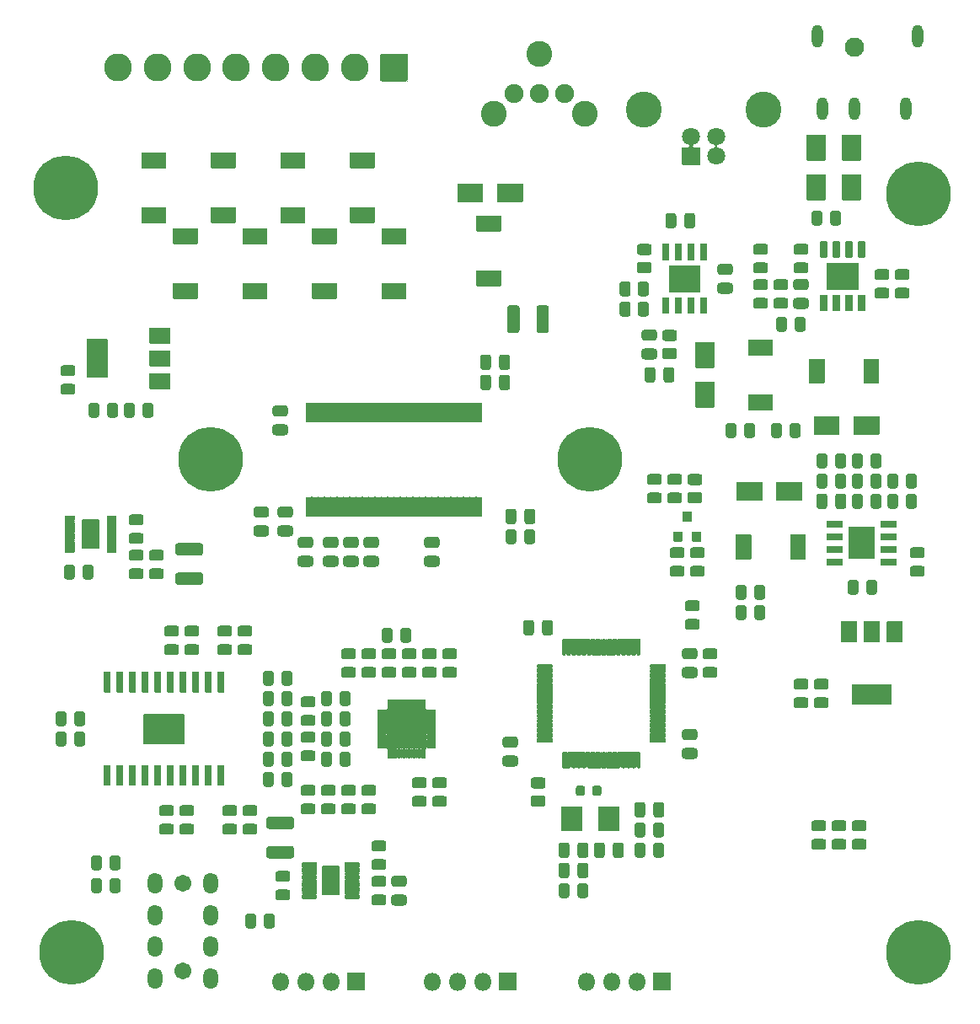
<source format=gbr>
G04 #@! TF.GenerationSoftware,KiCad,Pcbnew,5.1.9*
G04 #@! TF.CreationDate,2021-03-28T19:34:58+08:00*
G04 #@! TF.ProjectId,digital-amplifier2,64696769-7461-46c2-9d61-6d706c696669,rev?*
G04 #@! TF.SameCoordinates,Original*
G04 #@! TF.FileFunction,Soldermask,Top*
G04 #@! TF.FilePolarity,Negative*
%FSLAX46Y46*%
G04 Gerber Fmt 4.6, Leading zero omitted, Abs format (unit mm)*
G04 Created by KiCad (PCBNEW 5.1.9) date 2021-03-28 19:34:58*
%MOMM*%
%LPD*%
G01*
G04 APERTURE LIST*
%ADD10C,0.152400*%
%ADD11C,6.502000*%
%ADD12O,1.502000X2.102000*%
%ADD13C,1.702000*%
%ADD14C,1.902000*%
%ADD15C,2.602000*%
%ADD16C,2.802000*%
%ADD17O,1.802000X1.802000*%
%ADD18C,3.602000*%
%ADD19C,1.802000*%
%ADD20C,1.952000*%
%ADD21O,1.102000X2.302000*%
%ADD22C,0.100000*%
G04 APERTURE END LIST*
D10*
X65976500Y-120461500D02*
X65976500Y-123378500D01*
X65976500Y-123378500D02*
X65389100Y-123378500D01*
X65389100Y-123378500D02*
X65389100Y-120461500D01*
X65389100Y-120461500D02*
X65976500Y-120461500D01*
X64989100Y-120461500D02*
X64989100Y-123378500D01*
X64989100Y-123378500D02*
X64601700Y-123378500D01*
X64601700Y-123378500D02*
X64601700Y-120461500D01*
X64601700Y-120461500D02*
X64989100Y-120461500D01*
X64201700Y-120461500D02*
X64201700Y-123378500D01*
X64201700Y-123378500D02*
X63814300Y-123378500D01*
X63814300Y-123378500D02*
X63814300Y-120461500D01*
X63814300Y-120461500D02*
X64201700Y-120461500D01*
X63414300Y-120461500D02*
X63414300Y-123378500D01*
X63414300Y-123378500D02*
X63026900Y-123378500D01*
X63026900Y-123378500D02*
X63026900Y-120461500D01*
X63026900Y-120461500D02*
X63414300Y-120461500D01*
X62626900Y-120461500D02*
X62626900Y-123378500D01*
X62626900Y-123378500D02*
X62039500Y-123378500D01*
X62039500Y-123378500D02*
X62039500Y-120461500D01*
X62039500Y-120461500D02*
X62626900Y-120461500D01*
X65976500Y-120461500D02*
X65976500Y-120932600D01*
X65976500Y-120932600D02*
X62039500Y-120932600D01*
X62039500Y-120932600D02*
X62039500Y-120461500D01*
X62039500Y-120461500D02*
X65976500Y-120461500D01*
X65976500Y-121720000D02*
X65976500Y-121332600D01*
X65976500Y-121332600D02*
X62039500Y-121332600D01*
X62039500Y-121332600D02*
X62039500Y-121720000D01*
X62039500Y-121720000D02*
X65976500Y-121720000D01*
X65976500Y-122507400D02*
X65976500Y-122120000D01*
X65976500Y-122120000D02*
X62039500Y-122120000D01*
X62039500Y-122120000D02*
X62039500Y-122507400D01*
X62039500Y-122507400D02*
X65976500Y-122507400D01*
X65976500Y-122907400D02*
X65976500Y-123378500D01*
X65976500Y-123378500D02*
X62039500Y-123378500D01*
X62039500Y-123378500D02*
X62039500Y-122907400D01*
X62039500Y-122907400D02*
X65976500Y-122907400D01*
X90180500Y-120131500D02*
X90180500Y-123708500D01*
X90180500Y-123708500D02*
X89773100Y-123708500D01*
X89773100Y-123708500D02*
X89773100Y-120131500D01*
X89773100Y-120131500D02*
X90180500Y-120131500D01*
X89373100Y-120131500D02*
X89373100Y-123708500D01*
X89373100Y-123708500D02*
X88985700Y-123708500D01*
X88985700Y-123708500D02*
X88985700Y-120131500D01*
X88985700Y-120131500D02*
X89373100Y-120131500D01*
X88585700Y-120131500D02*
X88585700Y-123708500D01*
X88585700Y-123708500D02*
X88198300Y-123708500D01*
X88198300Y-123708500D02*
X88198300Y-120131500D01*
X88198300Y-120131500D02*
X88585700Y-120131500D01*
X87798300Y-120131500D02*
X87798300Y-123708500D01*
X87798300Y-123708500D02*
X87410900Y-123708500D01*
X87410900Y-123708500D02*
X87410900Y-120131500D01*
X87410900Y-120131500D02*
X87798300Y-120131500D01*
X87010900Y-120131500D02*
X87010900Y-123708500D01*
X87010900Y-123708500D02*
X86603500Y-123708500D01*
X86603500Y-123708500D02*
X86603500Y-120131500D01*
X86603500Y-120131500D02*
X87010900Y-120131500D01*
X90180500Y-120131500D02*
X90180500Y-120538900D01*
X90180500Y-120538900D02*
X86603500Y-120538900D01*
X86603500Y-120538900D02*
X86603500Y-120131500D01*
X86603500Y-120131500D02*
X90180500Y-120131500D01*
X90180500Y-121326300D02*
X90180500Y-120938900D01*
X90180500Y-120938900D02*
X86603500Y-120938900D01*
X86603500Y-120938900D02*
X86603500Y-121326300D01*
X86603500Y-121326300D02*
X90180500Y-121326300D01*
X90180500Y-122113700D02*
X90180500Y-121726300D01*
X90180500Y-121726300D02*
X86603500Y-121726300D01*
X86603500Y-121726300D02*
X86603500Y-122113700D01*
X86603500Y-122113700D02*
X90180500Y-122113700D01*
X90180500Y-122901100D02*
X90180500Y-122513700D01*
X90180500Y-122513700D02*
X86603500Y-122513700D01*
X86603500Y-122513700D02*
X86603500Y-122901100D01*
X86603500Y-122901100D02*
X90180500Y-122901100D01*
X90180500Y-123301100D02*
X90180500Y-123708500D01*
X90180500Y-123708500D02*
X86603500Y-123708500D01*
X86603500Y-123708500D02*
X86603500Y-123301100D01*
X86603500Y-123301100D02*
X90180500Y-123301100D01*
X65976500Y-120461500D02*
X65976500Y-123378500D01*
X65976500Y-123378500D02*
X65389100Y-123378500D01*
X65389100Y-123378500D02*
X65389100Y-120461500D01*
X65389100Y-120461500D02*
X65976500Y-120461500D01*
X64989100Y-120461500D02*
X64989100Y-123378500D01*
X64989100Y-123378500D02*
X64601700Y-123378500D01*
X64601700Y-123378500D02*
X64601700Y-120461500D01*
X64601700Y-120461500D02*
X64989100Y-120461500D01*
X64201700Y-120461500D02*
X64201700Y-123378500D01*
X64201700Y-123378500D02*
X63814300Y-123378500D01*
X63814300Y-123378500D02*
X63814300Y-120461500D01*
X63814300Y-120461500D02*
X64201700Y-120461500D01*
X63414300Y-120461500D02*
X63414300Y-123378500D01*
X63414300Y-123378500D02*
X63026900Y-123378500D01*
X63026900Y-123378500D02*
X63026900Y-120461500D01*
X63026900Y-120461500D02*
X63414300Y-120461500D01*
X62626900Y-120461500D02*
X62626900Y-123378500D01*
X62626900Y-123378500D02*
X62039500Y-123378500D01*
X62039500Y-123378500D02*
X62039500Y-120461500D01*
X62039500Y-120461500D02*
X62626900Y-120461500D01*
X65976500Y-120461500D02*
X65976500Y-120932600D01*
X65976500Y-120932600D02*
X62039500Y-120932600D01*
X62039500Y-120932600D02*
X62039500Y-120461500D01*
X62039500Y-120461500D02*
X65976500Y-120461500D01*
X65976500Y-121720000D02*
X65976500Y-121332600D01*
X65976500Y-121332600D02*
X62039500Y-121332600D01*
X62039500Y-121332600D02*
X62039500Y-121720000D01*
X62039500Y-121720000D02*
X65976500Y-121720000D01*
X65976500Y-122507400D02*
X65976500Y-122120000D01*
X65976500Y-122120000D02*
X62039500Y-122120000D01*
X62039500Y-122120000D02*
X62039500Y-122507400D01*
X62039500Y-122507400D02*
X65976500Y-122507400D01*
X65976500Y-122907400D02*
X65976500Y-123378500D01*
X65976500Y-123378500D02*
X62039500Y-123378500D01*
X62039500Y-123378500D02*
X62039500Y-122907400D01*
X62039500Y-122907400D02*
X65976500Y-122907400D01*
X90180500Y-120131500D02*
X90180500Y-123708500D01*
X90180500Y-123708500D02*
X89773100Y-123708500D01*
X89773100Y-123708500D02*
X89773100Y-120131500D01*
X89773100Y-120131500D02*
X90180500Y-120131500D01*
X89373100Y-120131500D02*
X89373100Y-123708500D01*
X89373100Y-123708500D02*
X88985700Y-123708500D01*
X88985700Y-123708500D02*
X88985700Y-120131500D01*
X88985700Y-120131500D02*
X89373100Y-120131500D01*
X88585700Y-120131500D02*
X88585700Y-123708500D01*
X88585700Y-123708500D02*
X88198300Y-123708500D01*
X88198300Y-123708500D02*
X88198300Y-120131500D01*
X88198300Y-120131500D02*
X88585700Y-120131500D01*
X87798300Y-120131500D02*
X87798300Y-123708500D01*
X87798300Y-123708500D02*
X87410900Y-123708500D01*
X87410900Y-123708500D02*
X87410900Y-120131500D01*
X87410900Y-120131500D02*
X87798300Y-120131500D01*
X87010900Y-120131500D02*
X87010900Y-123708500D01*
X87010900Y-123708500D02*
X86603500Y-123708500D01*
X86603500Y-123708500D02*
X86603500Y-120131500D01*
X86603500Y-120131500D02*
X87010900Y-120131500D01*
X90180500Y-120131500D02*
X90180500Y-120538900D01*
X90180500Y-120538900D02*
X86603500Y-120538900D01*
X86603500Y-120538900D02*
X86603500Y-120131500D01*
X86603500Y-120131500D02*
X90180500Y-120131500D01*
X90180500Y-121326300D02*
X90180500Y-120938900D01*
X90180500Y-120938900D02*
X86603500Y-120938900D01*
X86603500Y-120938900D02*
X86603500Y-121326300D01*
X86603500Y-121326300D02*
X90180500Y-121326300D01*
X90180500Y-122113700D02*
X90180500Y-121726300D01*
X90180500Y-121726300D02*
X86603500Y-121726300D01*
X86603500Y-121726300D02*
X86603500Y-122113700D01*
X86603500Y-122113700D02*
X90180500Y-122113700D01*
X90180500Y-122901100D02*
X90180500Y-122513700D01*
X90180500Y-122513700D02*
X86603500Y-122513700D01*
X86603500Y-122513700D02*
X86603500Y-122901100D01*
X86603500Y-122901100D02*
X90180500Y-122901100D01*
X90180500Y-123301100D02*
X90180500Y-123708500D01*
X90180500Y-123708500D02*
X86603500Y-123708500D01*
X86603500Y-123708500D02*
X86603500Y-123301100D01*
X86603500Y-123301100D02*
X90180500Y-123301100D01*
G36*
G01*
X108313000Y-133611500D02*
X108313000Y-134612500D01*
G75*
G02*
X108037500Y-134888000I-275500J0D01*
G01*
X107486500Y-134888000D01*
G75*
G02*
X107211000Y-134612500I0J275500D01*
G01*
X107211000Y-133611500D01*
G75*
G02*
X107486500Y-133336000I275500J0D01*
G01*
X108037500Y-133336000D01*
G75*
G02*
X108313000Y-133611500I0J-275500D01*
G01*
G37*
G36*
G01*
X110213000Y-133611500D02*
X110213000Y-134612500D01*
G75*
G02*
X109937500Y-134888000I-275500J0D01*
G01*
X109386500Y-134888000D01*
G75*
G02*
X109111000Y-134612500I0J275500D01*
G01*
X109111000Y-133611500D01*
G75*
G02*
X109386500Y-133336000I275500J0D01*
G01*
X109937500Y-133336000D01*
G75*
G02*
X110213000Y-133611500I0J-275500D01*
G01*
G37*
G36*
G01*
X105555000Y-134612500D02*
X105555000Y-133611500D01*
G75*
G02*
X105830500Y-133336000I275500J0D01*
G01*
X106381500Y-133336000D01*
G75*
G02*
X106657000Y-133611500I0J-275500D01*
G01*
X106657000Y-134612500D01*
G75*
G02*
X106381500Y-134888000I-275500J0D01*
G01*
X105830500Y-134888000D01*
G75*
G02*
X105555000Y-134612500I0J275500D01*
G01*
G37*
G36*
G01*
X103655000Y-134612500D02*
X103655000Y-133611500D01*
G75*
G02*
X103930500Y-133336000I275500J0D01*
G01*
X104481500Y-133336000D01*
G75*
G02*
X104757000Y-133611500I0J-275500D01*
G01*
X104757000Y-134612500D01*
G75*
G02*
X104481500Y-134888000I-275500J0D01*
G01*
X103930500Y-134888000D01*
G75*
G02*
X103655000Y-134612500I0J275500D01*
G01*
G37*
G36*
G01*
X99306500Y-123807000D02*
X98305500Y-123807000D01*
G75*
G02*
X98030000Y-123531500I0J275500D01*
G01*
X98030000Y-122980500D01*
G75*
G02*
X98305500Y-122705000I275500J0D01*
G01*
X99306500Y-122705000D01*
G75*
G02*
X99582000Y-122980500I0J-275500D01*
G01*
X99582000Y-123531500D01*
G75*
G02*
X99306500Y-123807000I-275500J0D01*
G01*
G37*
G36*
G01*
X99306500Y-125707000D02*
X98305500Y-125707000D01*
G75*
G02*
X98030000Y-125431500I0J275500D01*
G01*
X98030000Y-124880500D01*
G75*
G02*
X98305500Y-124605000I275500J0D01*
G01*
X99306500Y-124605000D01*
G75*
G02*
X99582000Y-124880500I0J-275500D01*
G01*
X99582000Y-125431500D01*
G75*
G02*
X99306500Y-125707000I-275500J0D01*
G01*
G37*
G36*
G01*
X116339500Y-115715000D02*
X117340500Y-115715000D01*
G75*
G02*
X117616000Y-115990500I0J-275500D01*
G01*
X117616000Y-116541500D01*
G75*
G02*
X117340500Y-116817000I-275500J0D01*
G01*
X116339500Y-116817000D01*
G75*
G02*
X116064000Y-116541500I0J275500D01*
G01*
X116064000Y-115990500D01*
G75*
G02*
X116339500Y-115715000I275500J0D01*
G01*
G37*
G36*
G01*
X116339500Y-113815000D02*
X117340500Y-113815000D01*
G75*
G02*
X117616000Y-114090500I0J-275500D01*
G01*
X117616000Y-114641500D01*
G75*
G02*
X117340500Y-114917000I-275500J0D01*
G01*
X116339500Y-114917000D01*
G75*
G02*
X116064000Y-114641500I0J275500D01*
G01*
X116064000Y-114090500D01*
G75*
G02*
X116339500Y-113815000I275500J0D01*
G01*
G37*
G36*
G01*
X101999000Y-112260500D02*
X101999000Y-111259500D01*
G75*
G02*
X102274500Y-110984000I275500J0D01*
G01*
X102825500Y-110984000D01*
G75*
G02*
X103101000Y-111259500I0J-275500D01*
G01*
X103101000Y-112260500D01*
G75*
G02*
X102825500Y-112536000I-275500J0D01*
G01*
X102274500Y-112536000D01*
G75*
G02*
X101999000Y-112260500I0J275500D01*
G01*
G37*
G36*
G01*
X100099000Y-112260500D02*
X100099000Y-111259500D01*
G75*
G02*
X100374500Y-110984000I275500J0D01*
G01*
X100925500Y-110984000D01*
G75*
G02*
X101201000Y-111259500I0J-275500D01*
G01*
X101201000Y-112260500D01*
G75*
G02*
X100925500Y-112536000I-275500J0D01*
G01*
X100374500Y-112536000D01*
G75*
G02*
X100099000Y-112260500I0J275500D01*
G01*
G37*
G36*
G01*
X116339500Y-123843000D02*
X117340500Y-123843000D01*
G75*
G02*
X117616000Y-124118500I0J-275500D01*
G01*
X117616000Y-124669500D01*
G75*
G02*
X117340500Y-124945000I-275500J0D01*
G01*
X116339500Y-124945000D01*
G75*
G02*
X116064000Y-124669500I0J275500D01*
G01*
X116064000Y-124118500D01*
G75*
G02*
X116339500Y-123843000I275500J0D01*
G01*
G37*
G36*
G01*
X116339500Y-121943000D02*
X117340500Y-121943000D01*
G75*
G02*
X117616000Y-122218500I0J-275500D01*
G01*
X117616000Y-122769500D01*
G75*
G02*
X117340500Y-123045000I-275500J0D01*
G01*
X116339500Y-123045000D01*
G75*
G02*
X116064000Y-122769500I0J275500D01*
G01*
X116064000Y-122218500D01*
G75*
G02*
X116339500Y-121943000I275500J0D01*
G01*
G37*
D11*
X106807000Y-94869000D03*
X68707000Y-94869000D03*
G36*
G01*
X117937000Y-78582000D02*
X118537000Y-78582000D01*
G75*
G02*
X118588000Y-78633000I0J-51000D01*
G01*
X118588000Y-80183000D01*
G75*
G02*
X118537000Y-80234000I-51000J0D01*
G01*
X117937000Y-80234000D01*
G75*
G02*
X117886000Y-80183000I0J51000D01*
G01*
X117886000Y-78633000D01*
G75*
G02*
X117937000Y-78582000I51000J0D01*
G01*
G37*
G36*
G01*
X116667000Y-78582000D02*
X117267000Y-78582000D01*
G75*
G02*
X117318000Y-78633000I0J-51000D01*
G01*
X117318000Y-80183000D01*
G75*
G02*
X117267000Y-80234000I-51000J0D01*
G01*
X116667000Y-80234000D01*
G75*
G02*
X116616000Y-80183000I0J51000D01*
G01*
X116616000Y-78633000D01*
G75*
G02*
X116667000Y-78582000I51000J0D01*
G01*
G37*
G36*
G01*
X115397000Y-78582000D02*
X115997000Y-78582000D01*
G75*
G02*
X116048000Y-78633000I0J-51000D01*
G01*
X116048000Y-80183000D01*
G75*
G02*
X115997000Y-80234000I-51000J0D01*
G01*
X115397000Y-80234000D01*
G75*
G02*
X115346000Y-80183000I0J51000D01*
G01*
X115346000Y-78633000D01*
G75*
G02*
X115397000Y-78582000I51000J0D01*
G01*
G37*
G36*
G01*
X114127000Y-78582000D02*
X114727000Y-78582000D01*
G75*
G02*
X114778000Y-78633000I0J-51000D01*
G01*
X114778000Y-80183000D01*
G75*
G02*
X114727000Y-80234000I-51000J0D01*
G01*
X114127000Y-80234000D01*
G75*
G02*
X114076000Y-80183000I0J51000D01*
G01*
X114076000Y-78633000D01*
G75*
G02*
X114127000Y-78582000I51000J0D01*
G01*
G37*
G36*
G01*
X114127000Y-73182000D02*
X114727000Y-73182000D01*
G75*
G02*
X114778000Y-73233000I0J-51000D01*
G01*
X114778000Y-74783000D01*
G75*
G02*
X114727000Y-74834000I-51000J0D01*
G01*
X114127000Y-74834000D01*
G75*
G02*
X114076000Y-74783000I0J51000D01*
G01*
X114076000Y-73233000D01*
G75*
G02*
X114127000Y-73182000I51000J0D01*
G01*
G37*
G36*
G01*
X115397000Y-73182000D02*
X115997000Y-73182000D01*
G75*
G02*
X116048000Y-73233000I0J-51000D01*
G01*
X116048000Y-74783000D01*
G75*
G02*
X115997000Y-74834000I-51000J0D01*
G01*
X115397000Y-74834000D01*
G75*
G02*
X115346000Y-74783000I0J51000D01*
G01*
X115346000Y-73233000D01*
G75*
G02*
X115397000Y-73182000I51000J0D01*
G01*
G37*
G36*
G01*
X116667000Y-73182000D02*
X117267000Y-73182000D01*
G75*
G02*
X117318000Y-73233000I0J-51000D01*
G01*
X117318000Y-74783000D01*
G75*
G02*
X117267000Y-74834000I-51000J0D01*
G01*
X116667000Y-74834000D01*
G75*
G02*
X116616000Y-74783000I0J51000D01*
G01*
X116616000Y-73233000D01*
G75*
G02*
X116667000Y-73182000I51000J0D01*
G01*
G37*
G36*
G01*
X117937000Y-73182000D02*
X118537000Y-73182000D01*
G75*
G02*
X118588000Y-73233000I0J-51000D01*
G01*
X118588000Y-74783000D01*
G75*
G02*
X118537000Y-74834000I-51000J0D01*
G01*
X117937000Y-74834000D01*
G75*
G02*
X117886000Y-74783000I0J51000D01*
G01*
X117886000Y-73233000D01*
G75*
G02*
X117937000Y-73182000I51000J0D01*
G01*
G37*
G36*
G01*
X114782000Y-75357000D02*
X117882000Y-75357000D01*
G75*
G02*
X117933000Y-75408000I0J-51000D01*
G01*
X117933000Y-78008000D01*
G75*
G02*
X117882000Y-78059000I-51000J0D01*
G01*
X114782000Y-78059000D01*
G75*
G02*
X114731000Y-78008000I0J51000D01*
G01*
X114731000Y-75408000D01*
G75*
G02*
X114782000Y-75357000I51000J0D01*
G01*
G37*
G36*
G01*
X110903000Y-77247876D02*
X110903000Y-78200124D01*
G75*
G02*
X110628124Y-78475000I-274876J0D01*
G01*
X110050876Y-78475000D01*
G75*
G02*
X109776000Y-78200124I0J274876D01*
G01*
X109776000Y-77247876D01*
G75*
G02*
X110050876Y-76973000I274876J0D01*
G01*
X110628124Y-76973000D01*
G75*
G02*
X110903000Y-77247876I0J-274876D01*
G01*
G37*
G36*
G01*
X112728000Y-77247876D02*
X112728000Y-78200124D01*
G75*
G02*
X112453124Y-78475000I-274876J0D01*
G01*
X111875876Y-78475000D01*
G75*
G02*
X111601000Y-78200124I0J274876D01*
G01*
X111601000Y-77247876D01*
G75*
G02*
X111875876Y-76973000I274876J0D01*
G01*
X112453124Y-76973000D01*
G75*
G02*
X112728000Y-77247876I0J-274876D01*
G01*
G37*
G36*
G01*
X111601000Y-80232124D02*
X111601000Y-79279876D01*
G75*
G02*
X111875876Y-79005000I274876J0D01*
G01*
X112453124Y-79005000D01*
G75*
G02*
X112728000Y-79279876I0J-274876D01*
G01*
X112728000Y-80232124D01*
G75*
G02*
X112453124Y-80507000I-274876J0D01*
G01*
X111875876Y-80507000D01*
G75*
G02*
X111601000Y-80232124I0J274876D01*
G01*
G37*
G36*
G01*
X109776000Y-80232124D02*
X109776000Y-79279876D01*
G75*
G02*
X110050876Y-79005000I274876J0D01*
G01*
X110628124Y-79005000D01*
G75*
G02*
X110903000Y-79279876I0J-274876D01*
G01*
X110903000Y-80232124D01*
G75*
G02*
X110628124Y-80507000I-274876J0D01*
G01*
X110050876Y-80507000D01*
G75*
G02*
X109776000Y-80232124I0J274876D01*
G01*
G37*
G36*
G01*
X114331876Y-83661000D02*
X115284124Y-83661000D01*
G75*
G02*
X115559000Y-83935876I0J-274876D01*
G01*
X115559000Y-84513124D01*
G75*
G02*
X115284124Y-84788000I-274876J0D01*
G01*
X114331876Y-84788000D01*
G75*
G02*
X114057000Y-84513124I0J274876D01*
G01*
X114057000Y-83935876D01*
G75*
G02*
X114331876Y-83661000I274876J0D01*
G01*
G37*
G36*
G01*
X114331876Y-81836000D02*
X115284124Y-81836000D01*
G75*
G02*
X115559000Y-82110876I0J-274876D01*
G01*
X115559000Y-82688124D01*
G75*
G02*
X115284124Y-82963000I-274876J0D01*
G01*
X114331876Y-82963000D01*
G75*
G02*
X114057000Y-82688124I0J274876D01*
G01*
X114057000Y-82110876D01*
G75*
G02*
X114331876Y-81836000I274876J0D01*
G01*
G37*
G36*
G01*
X111791876Y-75025000D02*
X112744124Y-75025000D01*
G75*
G02*
X113019000Y-75299876I0J-274876D01*
G01*
X113019000Y-75877124D01*
G75*
G02*
X112744124Y-76152000I-274876J0D01*
G01*
X111791876Y-76152000D01*
G75*
G02*
X111517000Y-75877124I0J274876D01*
G01*
X111517000Y-75299876D01*
G75*
G02*
X111791876Y-75025000I274876J0D01*
G01*
G37*
G36*
G01*
X111791876Y-73200000D02*
X112744124Y-73200000D01*
G75*
G02*
X113019000Y-73474876I0J-274876D01*
G01*
X113019000Y-74052124D01*
G75*
G02*
X112744124Y-74327000I-274876J0D01*
G01*
X111791876Y-74327000D01*
G75*
G02*
X111517000Y-74052124I0J274876D01*
G01*
X111517000Y-73474876D01*
G75*
G02*
X111791876Y-73200000I274876J0D01*
G01*
G37*
G36*
G01*
X134283000Y-87179000D02*
X134283000Y-84779000D01*
G75*
G02*
X134334000Y-84728000I51000J0D01*
G01*
X135834000Y-84728000D01*
G75*
G02*
X135885000Y-84779000I0J-51000D01*
G01*
X135885000Y-87179000D01*
G75*
G02*
X135834000Y-87230000I-51000J0D01*
G01*
X134334000Y-87230000D01*
G75*
G02*
X134283000Y-87179000I0J51000D01*
G01*
G37*
G36*
G01*
X128783000Y-87179000D02*
X128783000Y-84779000D01*
G75*
G02*
X128834000Y-84728000I51000J0D01*
G01*
X130334000Y-84728000D01*
G75*
G02*
X130385000Y-84779000I0J-51000D01*
G01*
X130385000Y-87179000D01*
G75*
G02*
X130334000Y-87230000I-51000J0D01*
G01*
X128834000Y-87230000D01*
G75*
G02*
X128783000Y-87179000I0J51000D01*
G01*
G37*
G36*
G01*
X125152000Y-84411000D02*
X122752000Y-84411000D01*
G75*
G02*
X122701000Y-84360000I0J51000D01*
G01*
X122701000Y-82860000D01*
G75*
G02*
X122752000Y-82809000I51000J0D01*
G01*
X125152000Y-82809000D01*
G75*
G02*
X125203000Y-82860000I0J-51000D01*
G01*
X125203000Y-84360000D01*
G75*
G02*
X125152000Y-84411000I-51000J0D01*
G01*
G37*
G36*
G01*
X125152000Y-89911000D02*
X122752000Y-89911000D01*
G75*
G02*
X122701000Y-89860000I0J51000D01*
G01*
X122701000Y-88360000D01*
G75*
G02*
X122752000Y-88309000I51000J0D01*
G01*
X125152000Y-88309000D01*
G75*
G02*
X125203000Y-88360000I0J-51000D01*
G01*
X125203000Y-89860000D01*
G75*
G02*
X125152000Y-89911000I-51000J0D01*
G01*
G37*
D12*
X63107000Y-147014000D03*
X63107000Y-143814000D03*
X63107000Y-140614000D03*
X63107000Y-137414000D03*
D13*
X65907000Y-137414000D03*
X65907000Y-146214000D03*
D12*
X68707000Y-143814000D03*
X68707000Y-140614000D03*
X68707000Y-137414000D03*
X68707000Y-147014000D03*
G36*
G01*
X117464000Y-87059000D02*
X119264000Y-87059000D01*
G75*
G02*
X119315000Y-87110000I0J-51000D01*
G01*
X119315000Y-89610000D01*
G75*
G02*
X119264000Y-89661000I-51000J0D01*
G01*
X117464000Y-89661000D01*
G75*
G02*
X117413000Y-89610000I0J51000D01*
G01*
X117413000Y-87110000D01*
G75*
G02*
X117464000Y-87059000I51000J0D01*
G01*
G37*
G36*
G01*
X117464000Y-83059000D02*
X119264000Y-83059000D01*
G75*
G02*
X119315000Y-83110000I0J-51000D01*
G01*
X119315000Y-85610000D01*
G75*
G02*
X119264000Y-85661000I-51000J0D01*
G01*
X117464000Y-85661000D01*
G75*
G02*
X117413000Y-85610000I0J51000D01*
G01*
X117413000Y-83110000D01*
G75*
G02*
X117464000Y-83059000I51000J0D01*
G01*
G37*
G36*
G01*
X113393000Y-85859500D02*
X113393000Y-86860500D01*
G75*
G02*
X113117500Y-87136000I-275500J0D01*
G01*
X112566500Y-87136000D01*
G75*
G02*
X112291000Y-86860500I0J275500D01*
G01*
X112291000Y-85859500D01*
G75*
G02*
X112566500Y-85584000I275500J0D01*
G01*
X113117500Y-85584000D01*
G75*
G02*
X113393000Y-85859500I0J-275500D01*
G01*
G37*
G36*
G01*
X115293000Y-85859500D02*
X115293000Y-86860500D01*
G75*
G02*
X115017500Y-87136000I-275500J0D01*
G01*
X114466500Y-87136000D01*
G75*
G02*
X114191000Y-86860500I0J275500D01*
G01*
X114191000Y-85859500D01*
G75*
G02*
X114466500Y-85584000I275500J0D01*
G01*
X115017500Y-85584000D01*
G75*
G02*
X115293000Y-85859500I0J-275500D01*
G01*
G37*
G36*
G01*
X119895500Y-77107000D02*
X120896500Y-77107000D01*
G75*
G02*
X121172000Y-77382500I0J-275500D01*
G01*
X121172000Y-77933500D01*
G75*
G02*
X120896500Y-78209000I-275500J0D01*
G01*
X119895500Y-78209000D01*
G75*
G02*
X119620000Y-77933500I0J275500D01*
G01*
X119620000Y-77382500D01*
G75*
G02*
X119895500Y-77107000I275500J0D01*
G01*
G37*
G36*
G01*
X119895500Y-75207000D02*
X120896500Y-75207000D01*
G75*
G02*
X121172000Y-75482500I0J-275500D01*
G01*
X121172000Y-76033500D01*
G75*
G02*
X120896500Y-76309000I-275500J0D01*
G01*
X119895500Y-76309000D01*
G75*
G02*
X119620000Y-76033500I0J275500D01*
G01*
X119620000Y-75482500D01*
G75*
G02*
X119895500Y-75207000I275500J0D01*
G01*
G37*
G36*
G01*
X112275500Y-83711000D02*
X113276500Y-83711000D01*
G75*
G02*
X113552000Y-83986500I0J-275500D01*
G01*
X113552000Y-84537500D01*
G75*
G02*
X113276500Y-84813000I-275500J0D01*
G01*
X112275500Y-84813000D01*
G75*
G02*
X112000000Y-84537500I0J275500D01*
G01*
X112000000Y-83986500D01*
G75*
G02*
X112275500Y-83711000I275500J0D01*
G01*
G37*
G36*
G01*
X112275500Y-81811000D02*
X113276500Y-81811000D01*
G75*
G02*
X113552000Y-82086500I0J-275500D01*
G01*
X113552000Y-82637500D01*
G75*
G02*
X113276500Y-82913000I-275500J0D01*
G01*
X112275500Y-82913000D01*
G75*
G02*
X112000000Y-82637500I0J275500D01*
G01*
X112000000Y-82086500D01*
G75*
G02*
X112275500Y-81811000I275500J0D01*
G01*
G37*
G36*
G01*
X115491000Y-70365500D02*
X115491000Y-71366500D01*
G75*
G02*
X115215500Y-71642000I-275500J0D01*
G01*
X114664500Y-71642000D01*
G75*
G02*
X114389000Y-71366500I0J275500D01*
G01*
X114389000Y-70365500D01*
G75*
G02*
X114664500Y-70090000I275500J0D01*
G01*
X115215500Y-70090000D01*
G75*
G02*
X115491000Y-70365500I0J-275500D01*
G01*
G37*
G36*
G01*
X117391000Y-70365500D02*
X117391000Y-71366500D01*
G75*
G02*
X117115500Y-71642000I-275500J0D01*
G01*
X116564500Y-71642000D01*
G75*
G02*
X116289000Y-71366500I0J275500D01*
G01*
X116289000Y-70365500D01*
G75*
G02*
X116564500Y-70090000I275500J0D01*
G01*
X117115500Y-70090000D01*
G75*
G02*
X117391000Y-70365500I0J-275500D01*
G01*
G37*
G36*
G01*
X64653000Y-86259000D02*
X64653000Y-87759000D01*
G75*
G02*
X64602000Y-87810000I-51000J0D01*
G01*
X62602000Y-87810000D01*
G75*
G02*
X62551000Y-87759000I0J51000D01*
G01*
X62551000Y-86259000D01*
G75*
G02*
X62602000Y-86208000I51000J0D01*
G01*
X64602000Y-86208000D01*
G75*
G02*
X64653000Y-86259000I0J-51000D01*
G01*
G37*
G36*
G01*
X64653000Y-81659000D02*
X64653000Y-83159000D01*
G75*
G02*
X64602000Y-83210000I-51000J0D01*
G01*
X62602000Y-83210000D01*
G75*
G02*
X62551000Y-83159000I0J51000D01*
G01*
X62551000Y-81659000D01*
G75*
G02*
X62602000Y-81608000I51000J0D01*
G01*
X64602000Y-81608000D01*
G75*
G02*
X64653000Y-81659000I0J-51000D01*
G01*
G37*
G36*
G01*
X64653000Y-83959000D02*
X64653000Y-85459000D01*
G75*
G02*
X64602000Y-85510000I-51000J0D01*
G01*
X62602000Y-85510000D01*
G75*
G02*
X62551000Y-85459000I0J51000D01*
G01*
X62551000Y-83959000D01*
G75*
G02*
X62602000Y-83908000I51000J0D01*
G01*
X64602000Y-83908000D01*
G75*
G02*
X64653000Y-83959000I0J-51000D01*
G01*
G37*
G36*
G01*
X58353000Y-82809000D02*
X58353000Y-86609000D01*
G75*
G02*
X58302000Y-86660000I-51000J0D01*
G01*
X56302000Y-86660000D01*
G75*
G02*
X56251000Y-86609000I0J51000D01*
G01*
X56251000Y-82809000D01*
G75*
G02*
X56302000Y-82758000I51000J0D01*
G01*
X58302000Y-82758000D01*
G75*
G02*
X58353000Y-82809000I0J-51000D01*
G01*
G37*
G36*
G01*
X78759500Y-91124998D02*
X78339500Y-91124998D01*
G75*
G02*
X78288500Y-91073998I0J51000D01*
G01*
X78288500Y-89184000D01*
G75*
G02*
X78339500Y-89133000I51000J0D01*
G01*
X78759500Y-89133000D01*
G75*
G02*
X78810500Y-89184000I0J-51000D01*
G01*
X78810500Y-91073998D01*
G75*
G02*
X78759500Y-91124998I-51000J0D01*
G01*
G37*
G36*
G01*
X79394500Y-91124998D02*
X78974500Y-91124998D01*
G75*
G02*
X78923500Y-91073998I0J51000D01*
G01*
X78923500Y-89184000D01*
G75*
G02*
X78974500Y-89133000I51000J0D01*
G01*
X79394500Y-89133000D01*
G75*
G02*
X79445500Y-89184000I0J-51000D01*
G01*
X79445500Y-91073998D01*
G75*
G02*
X79394500Y-91124998I-51000J0D01*
G01*
G37*
G36*
G01*
X80029500Y-91124998D02*
X79609500Y-91124998D01*
G75*
G02*
X79558500Y-91073998I0J51000D01*
G01*
X79558500Y-89184000D01*
G75*
G02*
X79609500Y-89133000I51000J0D01*
G01*
X80029500Y-89133000D01*
G75*
G02*
X80080500Y-89184000I0J-51000D01*
G01*
X80080500Y-91073998D01*
G75*
G02*
X80029500Y-91124998I-51000J0D01*
G01*
G37*
G36*
G01*
X80664500Y-91124998D02*
X80244500Y-91124998D01*
G75*
G02*
X80193500Y-91073998I0J51000D01*
G01*
X80193500Y-89184000D01*
G75*
G02*
X80244500Y-89133000I51000J0D01*
G01*
X80664500Y-89133000D01*
G75*
G02*
X80715500Y-89184000I0J-51000D01*
G01*
X80715500Y-91073998D01*
G75*
G02*
X80664500Y-91124998I-51000J0D01*
G01*
G37*
G36*
G01*
X81299500Y-91124998D02*
X80879500Y-91124998D01*
G75*
G02*
X80828500Y-91073998I0J51000D01*
G01*
X80828500Y-89184000D01*
G75*
G02*
X80879500Y-89133000I51000J0D01*
G01*
X81299500Y-89133000D01*
G75*
G02*
X81350500Y-89184000I0J-51000D01*
G01*
X81350500Y-91073998D01*
G75*
G02*
X81299500Y-91124998I-51000J0D01*
G01*
G37*
G36*
G01*
X81934500Y-91124998D02*
X81514500Y-91124998D01*
G75*
G02*
X81463500Y-91073998I0J51000D01*
G01*
X81463500Y-89184000D01*
G75*
G02*
X81514500Y-89133000I51000J0D01*
G01*
X81934500Y-89133000D01*
G75*
G02*
X81985500Y-89184000I0J-51000D01*
G01*
X81985500Y-91073998D01*
G75*
G02*
X81934500Y-91124998I-51000J0D01*
G01*
G37*
G36*
G01*
X82569500Y-91124998D02*
X82149500Y-91124998D01*
G75*
G02*
X82098500Y-91073998I0J51000D01*
G01*
X82098500Y-89184000D01*
G75*
G02*
X82149500Y-89133000I51000J0D01*
G01*
X82569500Y-89133000D01*
G75*
G02*
X82620500Y-89184000I0J-51000D01*
G01*
X82620500Y-91073998D01*
G75*
G02*
X82569500Y-91124998I-51000J0D01*
G01*
G37*
G36*
G01*
X83204500Y-91124998D02*
X82784500Y-91124998D01*
G75*
G02*
X82733500Y-91073998I0J51000D01*
G01*
X82733500Y-89184000D01*
G75*
G02*
X82784500Y-89133000I51000J0D01*
G01*
X83204500Y-89133000D01*
G75*
G02*
X83255500Y-89184000I0J-51000D01*
G01*
X83255500Y-91073998D01*
G75*
G02*
X83204500Y-91124998I-51000J0D01*
G01*
G37*
G36*
G01*
X83839500Y-91124998D02*
X83419500Y-91124998D01*
G75*
G02*
X83368500Y-91073998I0J51000D01*
G01*
X83368500Y-89184000D01*
G75*
G02*
X83419500Y-89133000I51000J0D01*
G01*
X83839500Y-89133000D01*
G75*
G02*
X83890500Y-89184000I0J-51000D01*
G01*
X83890500Y-91073998D01*
G75*
G02*
X83839500Y-91124998I-51000J0D01*
G01*
G37*
G36*
G01*
X84474500Y-91124998D02*
X84054500Y-91124998D01*
G75*
G02*
X84003500Y-91073998I0J51000D01*
G01*
X84003500Y-89184000D01*
G75*
G02*
X84054500Y-89133000I51000J0D01*
G01*
X84474500Y-89133000D01*
G75*
G02*
X84525500Y-89184000I0J-51000D01*
G01*
X84525500Y-91073998D01*
G75*
G02*
X84474500Y-91124998I-51000J0D01*
G01*
G37*
G36*
G01*
X85109500Y-91124998D02*
X84689500Y-91124998D01*
G75*
G02*
X84638500Y-91073998I0J51000D01*
G01*
X84638500Y-89184000D01*
G75*
G02*
X84689500Y-89133000I51000J0D01*
G01*
X85109500Y-89133000D01*
G75*
G02*
X85160500Y-89184000I0J-51000D01*
G01*
X85160500Y-91073998D01*
G75*
G02*
X85109500Y-91124998I-51000J0D01*
G01*
G37*
G36*
G01*
X85744500Y-91124998D02*
X85324500Y-91124998D01*
G75*
G02*
X85273500Y-91073998I0J51000D01*
G01*
X85273500Y-89184000D01*
G75*
G02*
X85324500Y-89133000I51000J0D01*
G01*
X85744500Y-89133000D01*
G75*
G02*
X85795500Y-89184000I0J-51000D01*
G01*
X85795500Y-91073998D01*
G75*
G02*
X85744500Y-91124998I-51000J0D01*
G01*
G37*
G36*
G01*
X86379500Y-91124998D02*
X85959500Y-91124998D01*
G75*
G02*
X85908500Y-91073998I0J51000D01*
G01*
X85908500Y-89184000D01*
G75*
G02*
X85959500Y-89133000I51000J0D01*
G01*
X86379500Y-89133000D01*
G75*
G02*
X86430500Y-89184000I0J-51000D01*
G01*
X86430500Y-91073998D01*
G75*
G02*
X86379500Y-91124998I-51000J0D01*
G01*
G37*
G36*
G01*
X87014500Y-91124998D02*
X86594500Y-91124998D01*
G75*
G02*
X86543500Y-91073998I0J51000D01*
G01*
X86543500Y-89184000D01*
G75*
G02*
X86594500Y-89133000I51000J0D01*
G01*
X87014500Y-89133000D01*
G75*
G02*
X87065500Y-89184000I0J-51000D01*
G01*
X87065500Y-91073998D01*
G75*
G02*
X87014500Y-91124998I-51000J0D01*
G01*
G37*
G36*
G01*
X87649500Y-91124998D02*
X87229500Y-91124998D01*
G75*
G02*
X87178500Y-91073998I0J51000D01*
G01*
X87178500Y-89184000D01*
G75*
G02*
X87229500Y-89133000I51000J0D01*
G01*
X87649500Y-89133000D01*
G75*
G02*
X87700500Y-89184000I0J-51000D01*
G01*
X87700500Y-91073998D01*
G75*
G02*
X87649500Y-91124998I-51000J0D01*
G01*
G37*
G36*
G01*
X88284500Y-91124998D02*
X87864500Y-91124998D01*
G75*
G02*
X87813500Y-91073998I0J51000D01*
G01*
X87813500Y-89184000D01*
G75*
G02*
X87864500Y-89133000I51000J0D01*
G01*
X88284500Y-89133000D01*
G75*
G02*
X88335500Y-89184000I0J-51000D01*
G01*
X88335500Y-91073998D01*
G75*
G02*
X88284500Y-91124998I-51000J0D01*
G01*
G37*
G36*
G01*
X88919500Y-91124998D02*
X88499500Y-91124998D01*
G75*
G02*
X88448500Y-91073998I0J51000D01*
G01*
X88448500Y-89184000D01*
G75*
G02*
X88499500Y-89133000I51000J0D01*
G01*
X88919500Y-89133000D01*
G75*
G02*
X88970500Y-89184000I0J-51000D01*
G01*
X88970500Y-91073998D01*
G75*
G02*
X88919500Y-91124998I-51000J0D01*
G01*
G37*
G36*
G01*
X89554500Y-91124998D02*
X89134500Y-91124998D01*
G75*
G02*
X89083500Y-91073998I0J51000D01*
G01*
X89083500Y-89184000D01*
G75*
G02*
X89134500Y-89133000I51000J0D01*
G01*
X89554500Y-89133000D01*
G75*
G02*
X89605500Y-89184000I0J-51000D01*
G01*
X89605500Y-91073998D01*
G75*
G02*
X89554500Y-91124998I-51000J0D01*
G01*
G37*
G36*
G01*
X90189500Y-91124998D02*
X89769500Y-91124998D01*
G75*
G02*
X89718500Y-91073998I0J51000D01*
G01*
X89718500Y-89184000D01*
G75*
G02*
X89769500Y-89133000I51000J0D01*
G01*
X90189500Y-89133000D01*
G75*
G02*
X90240500Y-89184000I0J-51000D01*
G01*
X90240500Y-91073998D01*
G75*
G02*
X90189500Y-91124998I-51000J0D01*
G01*
G37*
G36*
G01*
X90824500Y-91124998D02*
X90404500Y-91124998D01*
G75*
G02*
X90353500Y-91073998I0J51000D01*
G01*
X90353500Y-89184000D01*
G75*
G02*
X90404500Y-89133000I51000J0D01*
G01*
X90824500Y-89133000D01*
G75*
G02*
X90875500Y-89184000I0J-51000D01*
G01*
X90875500Y-91073998D01*
G75*
G02*
X90824500Y-91124998I-51000J0D01*
G01*
G37*
G36*
G01*
X91459500Y-91124998D02*
X91039500Y-91124998D01*
G75*
G02*
X90988500Y-91073998I0J51000D01*
G01*
X90988500Y-89184000D01*
G75*
G02*
X91039500Y-89133000I51000J0D01*
G01*
X91459500Y-89133000D01*
G75*
G02*
X91510500Y-89184000I0J-51000D01*
G01*
X91510500Y-91073998D01*
G75*
G02*
X91459500Y-91124998I-51000J0D01*
G01*
G37*
G36*
G01*
X92094500Y-91124998D02*
X91674500Y-91124998D01*
G75*
G02*
X91623500Y-91073998I0J51000D01*
G01*
X91623500Y-89184000D01*
G75*
G02*
X91674500Y-89133000I51000J0D01*
G01*
X92094500Y-89133000D01*
G75*
G02*
X92145500Y-89184000I0J-51000D01*
G01*
X92145500Y-91073998D01*
G75*
G02*
X92094500Y-91124998I-51000J0D01*
G01*
G37*
G36*
G01*
X92729500Y-91124998D02*
X92309500Y-91124998D01*
G75*
G02*
X92258500Y-91073998I0J51000D01*
G01*
X92258500Y-89184000D01*
G75*
G02*
X92309500Y-89133000I51000J0D01*
G01*
X92729500Y-89133000D01*
G75*
G02*
X92780500Y-89184000I0J-51000D01*
G01*
X92780500Y-91073998D01*
G75*
G02*
X92729500Y-91124998I-51000J0D01*
G01*
G37*
G36*
G01*
X93364500Y-91124998D02*
X92944500Y-91124998D01*
G75*
G02*
X92893500Y-91073998I0J51000D01*
G01*
X92893500Y-89184000D01*
G75*
G02*
X92944500Y-89133000I51000J0D01*
G01*
X93364500Y-89133000D01*
G75*
G02*
X93415500Y-89184000I0J-51000D01*
G01*
X93415500Y-91073998D01*
G75*
G02*
X93364500Y-91124998I-51000J0D01*
G01*
G37*
G36*
G01*
X93999500Y-91124998D02*
X93579500Y-91124998D01*
G75*
G02*
X93528500Y-91073998I0J51000D01*
G01*
X93528500Y-89184000D01*
G75*
G02*
X93579500Y-89133000I51000J0D01*
G01*
X93999500Y-89133000D01*
G75*
G02*
X94050500Y-89184000I0J-51000D01*
G01*
X94050500Y-91073998D01*
G75*
G02*
X93999500Y-91124998I-51000J0D01*
G01*
G37*
G36*
G01*
X94634500Y-91124998D02*
X94214500Y-91124998D01*
G75*
G02*
X94163500Y-91073998I0J51000D01*
G01*
X94163500Y-89184000D01*
G75*
G02*
X94214500Y-89133000I51000J0D01*
G01*
X94634500Y-89133000D01*
G75*
G02*
X94685500Y-89184000I0J-51000D01*
G01*
X94685500Y-91073998D01*
G75*
G02*
X94634500Y-91124998I-51000J0D01*
G01*
G37*
G36*
G01*
X95269500Y-91124998D02*
X94849500Y-91124998D01*
G75*
G02*
X94798500Y-91073998I0J51000D01*
G01*
X94798500Y-89184000D01*
G75*
G02*
X94849500Y-89133000I51000J0D01*
G01*
X95269500Y-89133000D01*
G75*
G02*
X95320500Y-89184000I0J-51000D01*
G01*
X95320500Y-91073998D01*
G75*
G02*
X95269500Y-91124998I-51000J0D01*
G01*
G37*
G36*
G01*
X95904500Y-91124998D02*
X95484500Y-91124998D01*
G75*
G02*
X95433500Y-91073998I0J51000D01*
G01*
X95433500Y-89184000D01*
G75*
G02*
X95484500Y-89133000I51000J0D01*
G01*
X95904500Y-89133000D01*
G75*
G02*
X95955500Y-89184000I0J-51000D01*
G01*
X95955500Y-91073998D01*
G75*
G02*
X95904500Y-91124998I-51000J0D01*
G01*
G37*
G36*
G01*
X95904500Y-100605000D02*
X95484500Y-100605000D01*
G75*
G02*
X95433500Y-100554000I0J51000D01*
G01*
X95433500Y-98664002D01*
G75*
G02*
X95484500Y-98613002I51000J0D01*
G01*
X95904500Y-98613002D01*
G75*
G02*
X95955500Y-98664002I0J-51000D01*
G01*
X95955500Y-100554000D01*
G75*
G02*
X95904500Y-100605000I-51000J0D01*
G01*
G37*
G36*
G01*
X95269500Y-100605000D02*
X94849500Y-100605000D01*
G75*
G02*
X94798500Y-100554000I0J51000D01*
G01*
X94798500Y-98664002D01*
G75*
G02*
X94849500Y-98613002I51000J0D01*
G01*
X95269500Y-98613002D01*
G75*
G02*
X95320500Y-98664002I0J-51000D01*
G01*
X95320500Y-100554000D01*
G75*
G02*
X95269500Y-100605000I-51000J0D01*
G01*
G37*
G36*
G01*
X94634500Y-100605000D02*
X94214500Y-100605000D01*
G75*
G02*
X94163500Y-100554000I0J51000D01*
G01*
X94163500Y-98664002D01*
G75*
G02*
X94214500Y-98613002I51000J0D01*
G01*
X94634500Y-98613002D01*
G75*
G02*
X94685500Y-98664002I0J-51000D01*
G01*
X94685500Y-100554000D01*
G75*
G02*
X94634500Y-100605000I-51000J0D01*
G01*
G37*
G36*
G01*
X93999500Y-100605000D02*
X93579500Y-100605000D01*
G75*
G02*
X93528500Y-100554000I0J51000D01*
G01*
X93528500Y-98664002D01*
G75*
G02*
X93579500Y-98613002I51000J0D01*
G01*
X93999500Y-98613002D01*
G75*
G02*
X94050500Y-98664002I0J-51000D01*
G01*
X94050500Y-100554000D01*
G75*
G02*
X93999500Y-100605000I-51000J0D01*
G01*
G37*
G36*
G01*
X93364500Y-100605000D02*
X92944500Y-100605000D01*
G75*
G02*
X92893500Y-100554000I0J51000D01*
G01*
X92893500Y-98664002D01*
G75*
G02*
X92944500Y-98613002I51000J0D01*
G01*
X93364500Y-98613002D01*
G75*
G02*
X93415500Y-98664002I0J-51000D01*
G01*
X93415500Y-100554000D01*
G75*
G02*
X93364500Y-100605000I-51000J0D01*
G01*
G37*
G36*
G01*
X92729500Y-100605000D02*
X92309500Y-100605000D01*
G75*
G02*
X92258500Y-100554000I0J51000D01*
G01*
X92258500Y-98664002D01*
G75*
G02*
X92309500Y-98613002I51000J0D01*
G01*
X92729500Y-98613002D01*
G75*
G02*
X92780500Y-98664002I0J-51000D01*
G01*
X92780500Y-100554000D01*
G75*
G02*
X92729500Y-100605000I-51000J0D01*
G01*
G37*
G36*
G01*
X92094500Y-100605000D02*
X91674500Y-100605000D01*
G75*
G02*
X91623500Y-100554000I0J51000D01*
G01*
X91623500Y-98664002D01*
G75*
G02*
X91674500Y-98613002I51000J0D01*
G01*
X92094500Y-98613002D01*
G75*
G02*
X92145500Y-98664002I0J-51000D01*
G01*
X92145500Y-100554000D01*
G75*
G02*
X92094500Y-100605000I-51000J0D01*
G01*
G37*
G36*
G01*
X91459500Y-100605000D02*
X91039500Y-100605000D01*
G75*
G02*
X90988500Y-100554000I0J51000D01*
G01*
X90988500Y-98664002D01*
G75*
G02*
X91039500Y-98613002I51000J0D01*
G01*
X91459500Y-98613002D01*
G75*
G02*
X91510500Y-98664002I0J-51000D01*
G01*
X91510500Y-100554000D01*
G75*
G02*
X91459500Y-100605000I-51000J0D01*
G01*
G37*
G36*
G01*
X90824500Y-100605000D02*
X90404500Y-100605000D01*
G75*
G02*
X90353500Y-100554000I0J51000D01*
G01*
X90353500Y-98664002D01*
G75*
G02*
X90404500Y-98613002I51000J0D01*
G01*
X90824500Y-98613002D01*
G75*
G02*
X90875500Y-98664002I0J-51000D01*
G01*
X90875500Y-100554000D01*
G75*
G02*
X90824500Y-100605000I-51000J0D01*
G01*
G37*
G36*
G01*
X90189500Y-100605000D02*
X89769500Y-100605000D01*
G75*
G02*
X89718500Y-100554000I0J51000D01*
G01*
X89718500Y-98664002D01*
G75*
G02*
X89769500Y-98613002I51000J0D01*
G01*
X90189500Y-98613002D01*
G75*
G02*
X90240500Y-98664002I0J-51000D01*
G01*
X90240500Y-100554000D01*
G75*
G02*
X90189500Y-100605000I-51000J0D01*
G01*
G37*
G36*
G01*
X89554500Y-100605000D02*
X89134500Y-100605000D01*
G75*
G02*
X89083500Y-100554000I0J51000D01*
G01*
X89083500Y-98664002D01*
G75*
G02*
X89134500Y-98613002I51000J0D01*
G01*
X89554500Y-98613002D01*
G75*
G02*
X89605500Y-98664002I0J-51000D01*
G01*
X89605500Y-100554000D01*
G75*
G02*
X89554500Y-100605000I-51000J0D01*
G01*
G37*
G36*
G01*
X88919500Y-100605000D02*
X88499500Y-100605000D01*
G75*
G02*
X88448500Y-100554000I0J51000D01*
G01*
X88448500Y-98664002D01*
G75*
G02*
X88499500Y-98613002I51000J0D01*
G01*
X88919500Y-98613002D01*
G75*
G02*
X88970500Y-98664002I0J-51000D01*
G01*
X88970500Y-100554000D01*
G75*
G02*
X88919500Y-100605000I-51000J0D01*
G01*
G37*
G36*
G01*
X88284500Y-100605000D02*
X87864500Y-100605000D01*
G75*
G02*
X87813500Y-100554000I0J51000D01*
G01*
X87813500Y-98664002D01*
G75*
G02*
X87864500Y-98613002I51000J0D01*
G01*
X88284500Y-98613002D01*
G75*
G02*
X88335500Y-98664002I0J-51000D01*
G01*
X88335500Y-100554000D01*
G75*
G02*
X88284500Y-100605000I-51000J0D01*
G01*
G37*
G36*
G01*
X87649500Y-100605000D02*
X87229500Y-100605000D01*
G75*
G02*
X87178500Y-100554000I0J51000D01*
G01*
X87178500Y-98664002D01*
G75*
G02*
X87229500Y-98613002I51000J0D01*
G01*
X87649500Y-98613002D01*
G75*
G02*
X87700500Y-98664002I0J-51000D01*
G01*
X87700500Y-100554000D01*
G75*
G02*
X87649500Y-100605000I-51000J0D01*
G01*
G37*
G36*
G01*
X87014500Y-100605000D02*
X86594500Y-100605000D01*
G75*
G02*
X86543500Y-100554000I0J51000D01*
G01*
X86543500Y-98664002D01*
G75*
G02*
X86594500Y-98613002I51000J0D01*
G01*
X87014500Y-98613002D01*
G75*
G02*
X87065500Y-98664002I0J-51000D01*
G01*
X87065500Y-100554000D01*
G75*
G02*
X87014500Y-100605000I-51000J0D01*
G01*
G37*
G36*
G01*
X86379500Y-100605000D02*
X85959500Y-100605000D01*
G75*
G02*
X85908500Y-100554000I0J51000D01*
G01*
X85908500Y-98664002D01*
G75*
G02*
X85959500Y-98613002I51000J0D01*
G01*
X86379500Y-98613002D01*
G75*
G02*
X86430500Y-98664002I0J-51000D01*
G01*
X86430500Y-100554000D01*
G75*
G02*
X86379500Y-100605000I-51000J0D01*
G01*
G37*
G36*
G01*
X85744500Y-100605000D02*
X85324500Y-100605000D01*
G75*
G02*
X85273500Y-100554000I0J51000D01*
G01*
X85273500Y-98664002D01*
G75*
G02*
X85324500Y-98613002I51000J0D01*
G01*
X85744500Y-98613002D01*
G75*
G02*
X85795500Y-98664002I0J-51000D01*
G01*
X85795500Y-100554000D01*
G75*
G02*
X85744500Y-100605000I-51000J0D01*
G01*
G37*
G36*
G01*
X85109500Y-100605000D02*
X84689500Y-100605000D01*
G75*
G02*
X84638500Y-100554000I0J51000D01*
G01*
X84638500Y-98664002D01*
G75*
G02*
X84689500Y-98613002I51000J0D01*
G01*
X85109500Y-98613002D01*
G75*
G02*
X85160500Y-98664002I0J-51000D01*
G01*
X85160500Y-100554000D01*
G75*
G02*
X85109500Y-100605000I-51000J0D01*
G01*
G37*
G36*
G01*
X84474500Y-100605000D02*
X84054500Y-100605000D01*
G75*
G02*
X84003500Y-100554000I0J51000D01*
G01*
X84003500Y-98664002D01*
G75*
G02*
X84054500Y-98613002I51000J0D01*
G01*
X84474500Y-98613002D01*
G75*
G02*
X84525500Y-98664002I0J-51000D01*
G01*
X84525500Y-100554000D01*
G75*
G02*
X84474500Y-100605000I-51000J0D01*
G01*
G37*
G36*
G01*
X83839500Y-100605000D02*
X83419500Y-100605000D01*
G75*
G02*
X83368500Y-100554000I0J51000D01*
G01*
X83368500Y-98664002D01*
G75*
G02*
X83419500Y-98613002I51000J0D01*
G01*
X83839500Y-98613002D01*
G75*
G02*
X83890500Y-98664002I0J-51000D01*
G01*
X83890500Y-100554000D01*
G75*
G02*
X83839500Y-100605000I-51000J0D01*
G01*
G37*
G36*
G01*
X83204500Y-100605000D02*
X82784500Y-100605000D01*
G75*
G02*
X82733500Y-100554000I0J51000D01*
G01*
X82733500Y-98664002D01*
G75*
G02*
X82784500Y-98613002I51000J0D01*
G01*
X83204500Y-98613002D01*
G75*
G02*
X83255500Y-98664002I0J-51000D01*
G01*
X83255500Y-100554000D01*
G75*
G02*
X83204500Y-100605000I-51000J0D01*
G01*
G37*
G36*
G01*
X82569500Y-100605000D02*
X82149500Y-100605000D01*
G75*
G02*
X82098500Y-100554000I0J51000D01*
G01*
X82098500Y-98664002D01*
G75*
G02*
X82149500Y-98613002I51000J0D01*
G01*
X82569500Y-98613002D01*
G75*
G02*
X82620500Y-98664002I0J-51000D01*
G01*
X82620500Y-100554000D01*
G75*
G02*
X82569500Y-100605000I-51000J0D01*
G01*
G37*
G36*
G01*
X81934500Y-100605000D02*
X81514500Y-100605000D01*
G75*
G02*
X81463500Y-100554000I0J51000D01*
G01*
X81463500Y-98664002D01*
G75*
G02*
X81514500Y-98613002I51000J0D01*
G01*
X81934500Y-98613002D01*
G75*
G02*
X81985500Y-98664002I0J-51000D01*
G01*
X81985500Y-100554000D01*
G75*
G02*
X81934500Y-100605000I-51000J0D01*
G01*
G37*
G36*
G01*
X81299500Y-100605000D02*
X80879500Y-100605000D01*
G75*
G02*
X80828500Y-100554000I0J51000D01*
G01*
X80828500Y-98664002D01*
G75*
G02*
X80879500Y-98613002I51000J0D01*
G01*
X81299500Y-98613002D01*
G75*
G02*
X81350500Y-98664002I0J-51000D01*
G01*
X81350500Y-100554000D01*
G75*
G02*
X81299500Y-100605000I-51000J0D01*
G01*
G37*
G36*
G01*
X80664500Y-100605000D02*
X80244500Y-100605000D01*
G75*
G02*
X80193500Y-100554000I0J51000D01*
G01*
X80193500Y-98664002D01*
G75*
G02*
X80244500Y-98613002I51000J0D01*
G01*
X80664500Y-98613002D01*
G75*
G02*
X80715500Y-98664002I0J-51000D01*
G01*
X80715500Y-100554000D01*
G75*
G02*
X80664500Y-100605000I-51000J0D01*
G01*
G37*
G36*
G01*
X80029500Y-100605000D02*
X79609500Y-100605000D01*
G75*
G02*
X79558500Y-100554000I0J51000D01*
G01*
X79558500Y-98664002D01*
G75*
G02*
X79609500Y-98613002I51000J0D01*
G01*
X80029500Y-98613002D01*
G75*
G02*
X80080500Y-98664002I0J-51000D01*
G01*
X80080500Y-100554000D01*
G75*
G02*
X80029500Y-100605000I-51000J0D01*
G01*
G37*
G36*
G01*
X79394500Y-100605000D02*
X78974500Y-100605000D01*
G75*
G02*
X78923500Y-100554000I0J51000D01*
G01*
X78923500Y-98664002D01*
G75*
G02*
X78974500Y-98613002I51000J0D01*
G01*
X79394500Y-98613002D01*
G75*
G02*
X79445500Y-98664002I0J-51000D01*
G01*
X79445500Y-100554000D01*
G75*
G02*
X79394500Y-100605000I-51000J0D01*
G01*
G37*
G36*
G01*
X78759500Y-100605000D02*
X78339500Y-100605000D01*
G75*
G02*
X78288500Y-100554000I0J51000D01*
G01*
X78288500Y-98664002D01*
G75*
G02*
X78339500Y-98613002I51000J0D01*
G01*
X78759500Y-98613002D01*
G75*
G02*
X78810500Y-98664002I0J-51000D01*
G01*
X78810500Y-100554000D01*
G75*
G02*
X78759500Y-100605000I-51000J0D01*
G01*
G37*
G36*
G01*
X62103000Y-120474001D02*
X65913000Y-120474001D01*
G75*
G02*
X65964000Y-120525001I0J-51000D01*
G01*
X65964000Y-123314999D01*
G75*
G02*
X65913000Y-123365999I-51000J0D01*
G01*
X62103000Y-123365999D01*
G75*
G02*
X62052000Y-123314999I0J51000D01*
G01*
X62052000Y-120525001D01*
G75*
G02*
X62103000Y-120474001I51000J0D01*
G01*
G37*
G36*
G01*
X69444000Y-125570301D02*
X70002000Y-125570301D01*
G75*
G02*
X70053000Y-125621301I0J-51000D01*
G01*
X70053000Y-127591299D01*
G75*
G02*
X70002000Y-127642299I-51000J0D01*
G01*
X69444000Y-127642299D01*
G75*
G02*
X69393000Y-127591299I0J51000D01*
G01*
X69393000Y-125621301D01*
G75*
G02*
X69444000Y-125570301I51000J0D01*
G01*
G37*
G36*
G01*
X68174000Y-125570301D02*
X68732000Y-125570301D01*
G75*
G02*
X68783000Y-125621301I0J-51000D01*
G01*
X68783000Y-127591299D01*
G75*
G02*
X68732000Y-127642299I-51000J0D01*
G01*
X68174000Y-127642299D01*
G75*
G02*
X68123000Y-127591299I0J51000D01*
G01*
X68123000Y-125621301D01*
G75*
G02*
X68174000Y-125570301I51000J0D01*
G01*
G37*
G36*
G01*
X66904000Y-125570301D02*
X67462000Y-125570301D01*
G75*
G02*
X67513000Y-125621301I0J-51000D01*
G01*
X67513000Y-127591299D01*
G75*
G02*
X67462000Y-127642299I-51000J0D01*
G01*
X66904000Y-127642299D01*
G75*
G02*
X66853000Y-127591299I0J51000D01*
G01*
X66853000Y-125621301D01*
G75*
G02*
X66904000Y-125570301I51000J0D01*
G01*
G37*
G36*
G01*
X65634000Y-125570301D02*
X66192000Y-125570301D01*
G75*
G02*
X66243000Y-125621301I0J-51000D01*
G01*
X66243000Y-127591299D01*
G75*
G02*
X66192000Y-127642299I-51000J0D01*
G01*
X65634000Y-127642299D01*
G75*
G02*
X65583000Y-127591299I0J51000D01*
G01*
X65583000Y-125621301D01*
G75*
G02*
X65634000Y-125570301I51000J0D01*
G01*
G37*
G36*
G01*
X64364000Y-125570301D02*
X64922000Y-125570301D01*
G75*
G02*
X64973000Y-125621301I0J-51000D01*
G01*
X64973000Y-127591299D01*
G75*
G02*
X64922000Y-127642299I-51000J0D01*
G01*
X64364000Y-127642299D01*
G75*
G02*
X64313000Y-127591299I0J51000D01*
G01*
X64313000Y-125621301D01*
G75*
G02*
X64364000Y-125570301I51000J0D01*
G01*
G37*
G36*
G01*
X63094000Y-125570301D02*
X63652000Y-125570301D01*
G75*
G02*
X63703000Y-125621301I0J-51000D01*
G01*
X63703000Y-127591299D01*
G75*
G02*
X63652000Y-127642299I-51000J0D01*
G01*
X63094000Y-127642299D01*
G75*
G02*
X63043000Y-127591299I0J51000D01*
G01*
X63043000Y-125621301D01*
G75*
G02*
X63094000Y-125570301I51000J0D01*
G01*
G37*
G36*
G01*
X61824000Y-125570301D02*
X62382000Y-125570301D01*
G75*
G02*
X62433000Y-125621301I0J-51000D01*
G01*
X62433000Y-127591299D01*
G75*
G02*
X62382000Y-127642299I-51000J0D01*
G01*
X61824000Y-127642299D01*
G75*
G02*
X61773000Y-127591299I0J51000D01*
G01*
X61773000Y-125621301D01*
G75*
G02*
X61824000Y-125570301I51000J0D01*
G01*
G37*
G36*
G01*
X60554000Y-125570301D02*
X61112000Y-125570301D01*
G75*
G02*
X61163000Y-125621301I0J-51000D01*
G01*
X61163000Y-127591299D01*
G75*
G02*
X61112000Y-127642299I-51000J0D01*
G01*
X60554000Y-127642299D01*
G75*
G02*
X60503000Y-127591299I0J51000D01*
G01*
X60503000Y-125621301D01*
G75*
G02*
X60554000Y-125570301I51000J0D01*
G01*
G37*
G36*
G01*
X59284000Y-125570301D02*
X59842000Y-125570301D01*
G75*
G02*
X59893000Y-125621301I0J-51000D01*
G01*
X59893000Y-127591299D01*
G75*
G02*
X59842000Y-127642299I-51000J0D01*
G01*
X59284000Y-127642299D01*
G75*
G02*
X59233000Y-127591299I0J51000D01*
G01*
X59233000Y-125621301D01*
G75*
G02*
X59284000Y-125570301I51000J0D01*
G01*
G37*
G36*
G01*
X58014000Y-125570301D02*
X58572000Y-125570301D01*
G75*
G02*
X58623000Y-125621301I0J-51000D01*
G01*
X58623000Y-127591299D01*
G75*
G02*
X58572000Y-127642299I-51000J0D01*
G01*
X58014000Y-127642299D01*
G75*
G02*
X57963000Y-127591299I0J51000D01*
G01*
X57963000Y-125621301D01*
G75*
G02*
X58014000Y-125570301I51000J0D01*
G01*
G37*
G36*
G01*
X58014000Y-116197701D02*
X58572000Y-116197701D01*
G75*
G02*
X58623000Y-116248701I0J-51000D01*
G01*
X58623000Y-118218699D01*
G75*
G02*
X58572000Y-118269699I-51000J0D01*
G01*
X58014000Y-118269699D01*
G75*
G02*
X57963000Y-118218699I0J51000D01*
G01*
X57963000Y-116248701D01*
G75*
G02*
X58014000Y-116197701I51000J0D01*
G01*
G37*
G36*
G01*
X59284000Y-116197701D02*
X59842000Y-116197701D01*
G75*
G02*
X59893000Y-116248701I0J-51000D01*
G01*
X59893000Y-118218699D01*
G75*
G02*
X59842000Y-118269699I-51000J0D01*
G01*
X59284000Y-118269699D01*
G75*
G02*
X59233000Y-118218699I0J51000D01*
G01*
X59233000Y-116248701D01*
G75*
G02*
X59284000Y-116197701I51000J0D01*
G01*
G37*
G36*
G01*
X60554000Y-116197701D02*
X61112000Y-116197701D01*
G75*
G02*
X61163000Y-116248701I0J-51000D01*
G01*
X61163000Y-118218699D01*
G75*
G02*
X61112000Y-118269699I-51000J0D01*
G01*
X60554000Y-118269699D01*
G75*
G02*
X60503000Y-118218699I0J51000D01*
G01*
X60503000Y-116248701D01*
G75*
G02*
X60554000Y-116197701I51000J0D01*
G01*
G37*
G36*
G01*
X61824000Y-116197701D02*
X62382000Y-116197701D01*
G75*
G02*
X62433000Y-116248701I0J-51000D01*
G01*
X62433000Y-118218699D01*
G75*
G02*
X62382000Y-118269699I-51000J0D01*
G01*
X61824000Y-118269699D01*
G75*
G02*
X61773000Y-118218699I0J51000D01*
G01*
X61773000Y-116248701D01*
G75*
G02*
X61824000Y-116197701I51000J0D01*
G01*
G37*
G36*
G01*
X63094000Y-116197701D02*
X63652000Y-116197701D01*
G75*
G02*
X63703000Y-116248701I0J-51000D01*
G01*
X63703000Y-118218699D01*
G75*
G02*
X63652000Y-118269699I-51000J0D01*
G01*
X63094000Y-118269699D01*
G75*
G02*
X63043000Y-118218699I0J51000D01*
G01*
X63043000Y-116248701D01*
G75*
G02*
X63094000Y-116197701I51000J0D01*
G01*
G37*
G36*
G01*
X64364000Y-116197701D02*
X64922000Y-116197701D01*
G75*
G02*
X64973000Y-116248701I0J-51000D01*
G01*
X64973000Y-118218699D01*
G75*
G02*
X64922000Y-118269699I-51000J0D01*
G01*
X64364000Y-118269699D01*
G75*
G02*
X64313000Y-118218699I0J51000D01*
G01*
X64313000Y-116248701D01*
G75*
G02*
X64364000Y-116197701I51000J0D01*
G01*
G37*
G36*
G01*
X65634000Y-116197701D02*
X66192000Y-116197701D01*
G75*
G02*
X66243000Y-116248701I0J-51000D01*
G01*
X66243000Y-118218699D01*
G75*
G02*
X66192000Y-118269699I-51000J0D01*
G01*
X65634000Y-118269699D01*
G75*
G02*
X65583000Y-118218699I0J51000D01*
G01*
X65583000Y-116248701D01*
G75*
G02*
X65634000Y-116197701I51000J0D01*
G01*
G37*
G36*
G01*
X66904000Y-116197701D02*
X67462000Y-116197701D01*
G75*
G02*
X67513000Y-116248701I0J-51000D01*
G01*
X67513000Y-118218699D01*
G75*
G02*
X67462000Y-118269699I-51000J0D01*
G01*
X66904000Y-118269699D01*
G75*
G02*
X66853000Y-118218699I0J51000D01*
G01*
X66853000Y-116248701D01*
G75*
G02*
X66904000Y-116197701I51000J0D01*
G01*
G37*
G36*
G01*
X68174000Y-116197701D02*
X68732000Y-116197701D01*
G75*
G02*
X68783000Y-116248701I0J-51000D01*
G01*
X68783000Y-118218699D01*
G75*
G02*
X68732000Y-118269699I-51000J0D01*
G01*
X68174000Y-118269699D01*
G75*
G02*
X68123000Y-118218699I0J51000D01*
G01*
X68123000Y-116248701D01*
G75*
G02*
X68174000Y-116197701I51000J0D01*
G01*
G37*
G36*
G01*
X69444000Y-116197701D02*
X70002000Y-116197701D01*
G75*
G02*
X70053000Y-116248701I0J-51000D01*
G01*
X70053000Y-118218699D01*
G75*
G02*
X70002000Y-118269699I-51000J0D01*
G01*
X69444000Y-118269699D01*
G75*
G02*
X69393000Y-118218699I0J51000D01*
G01*
X69393000Y-116248701D01*
G75*
G02*
X69444000Y-116197701I51000J0D01*
G01*
G37*
G36*
G01*
X79896000Y-138585000D02*
X79896000Y-135735000D01*
G75*
G02*
X79947000Y-135684000I51000J0D01*
G01*
X81597000Y-135684000D01*
G75*
G02*
X81648000Y-135735000I0J-51000D01*
G01*
X81648000Y-138585000D01*
G75*
G02*
X81597000Y-138636000I-51000J0D01*
G01*
X79947000Y-138636000D01*
G75*
G02*
X79896000Y-138585000I0J51000D01*
G01*
G37*
G36*
G01*
X82146000Y-135660500D02*
X82146000Y-135409500D01*
G75*
G02*
X82271500Y-135284000I125500J0D01*
G01*
X83572500Y-135284000D01*
G75*
G02*
X83698000Y-135409500I0J-125500D01*
G01*
X83698000Y-135660500D01*
G75*
G02*
X83572500Y-135786000I-125500J0D01*
G01*
X82271500Y-135786000D01*
G75*
G02*
X82146000Y-135660500I0J125500D01*
G01*
G37*
G36*
G01*
X82146000Y-136310500D02*
X82146000Y-136059500D01*
G75*
G02*
X82271500Y-135934000I125500J0D01*
G01*
X83572500Y-135934000D01*
G75*
G02*
X83698000Y-136059500I0J-125500D01*
G01*
X83698000Y-136310500D01*
G75*
G02*
X83572500Y-136436000I-125500J0D01*
G01*
X82271500Y-136436000D01*
G75*
G02*
X82146000Y-136310500I0J125500D01*
G01*
G37*
G36*
G01*
X82146000Y-136960500D02*
X82146000Y-136709500D01*
G75*
G02*
X82271500Y-136584000I125500J0D01*
G01*
X83572500Y-136584000D01*
G75*
G02*
X83698000Y-136709500I0J-125500D01*
G01*
X83698000Y-136960500D01*
G75*
G02*
X83572500Y-137086000I-125500J0D01*
G01*
X82271500Y-137086000D01*
G75*
G02*
X82146000Y-136960500I0J125500D01*
G01*
G37*
G36*
G01*
X82146000Y-137610500D02*
X82146000Y-137359500D01*
G75*
G02*
X82271500Y-137234000I125500J0D01*
G01*
X83572500Y-137234000D01*
G75*
G02*
X83698000Y-137359500I0J-125500D01*
G01*
X83698000Y-137610500D01*
G75*
G02*
X83572500Y-137736000I-125500J0D01*
G01*
X82271500Y-137736000D01*
G75*
G02*
X82146000Y-137610500I0J125500D01*
G01*
G37*
G36*
G01*
X82146000Y-138260500D02*
X82146000Y-138009500D01*
G75*
G02*
X82271500Y-137884000I125500J0D01*
G01*
X83572500Y-137884000D01*
G75*
G02*
X83698000Y-138009500I0J-125500D01*
G01*
X83698000Y-138260500D01*
G75*
G02*
X83572500Y-138386000I-125500J0D01*
G01*
X82271500Y-138386000D01*
G75*
G02*
X82146000Y-138260500I0J125500D01*
G01*
G37*
G36*
G01*
X82146000Y-138910500D02*
X82146000Y-138659500D01*
G75*
G02*
X82271500Y-138534000I125500J0D01*
G01*
X83572500Y-138534000D01*
G75*
G02*
X83698000Y-138659500I0J-125500D01*
G01*
X83698000Y-138910500D01*
G75*
G02*
X83572500Y-139036000I-125500J0D01*
G01*
X82271500Y-139036000D01*
G75*
G02*
X82146000Y-138910500I0J125500D01*
G01*
G37*
G36*
G01*
X77846000Y-138910500D02*
X77846000Y-138659500D01*
G75*
G02*
X77971500Y-138534000I125500J0D01*
G01*
X79272500Y-138534000D01*
G75*
G02*
X79398000Y-138659500I0J-125500D01*
G01*
X79398000Y-138910500D01*
G75*
G02*
X79272500Y-139036000I-125500J0D01*
G01*
X77971500Y-139036000D01*
G75*
G02*
X77846000Y-138910500I0J125500D01*
G01*
G37*
G36*
G01*
X77846000Y-138260500D02*
X77846000Y-138009500D01*
G75*
G02*
X77971500Y-137884000I125500J0D01*
G01*
X79272500Y-137884000D01*
G75*
G02*
X79398000Y-138009500I0J-125500D01*
G01*
X79398000Y-138260500D01*
G75*
G02*
X79272500Y-138386000I-125500J0D01*
G01*
X77971500Y-138386000D01*
G75*
G02*
X77846000Y-138260500I0J125500D01*
G01*
G37*
G36*
G01*
X77846000Y-137610500D02*
X77846000Y-137359500D01*
G75*
G02*
X77971500Y-137234000I125500J0D01*
G01*
X79272500Y-137234000D01*
G75*
G02*
X79398000Y-137359500I0J-125500D01*
G01*
X79398000Y-137610500D01*
G75*
G02*
X79272500Y-137736000I-125500J0D01*
G01*
X77971500Y-137736000D01*
G75*
G02*
X77846000Y-137610500I0J125500D01*
G01*
G37*
G36*
G01*
X77846000Y-136960500D02*
X77846000Y-136709500D01*
G75*
G02*
X77971500Y-136584000I125500J0D01*
G01*
X79272500Y-136584000D01*
G75*
G02*
X79398000Y-136709500I0J-125500D01*
G01*
X79398000Y-136960500D01*
G75*
G02*
X79272500Y-137086000I-125500J0D01*
G01*
X77971500Y-137086000D01*
G75*
G02*
X77846000Y-136960500I0J125500D01*
G01*
G37*
G36*
G01*
X77846000Y-136310500D02*
X77846000Y-136059500D01*
G75*
G02*
X77971500Y-135934000I125500J0D01*
G01*
X79272500Y-135934000D01*
G75*
G02*
X79398000Y-136059500I0J-125500D01*
G01*
X79398000Y-136310500D01*
G75*
G02*
X79272500Y-136436000I-125500J0D01*
G01*
X77971500Y-136436000D01*
G75*
G02*
X77846000Y-136310500I0J125500D01*
G01*
G37*
G36*
G01*
X77846000Y-135660500D02*
X77846000Y-135409500D01*
G75*
G02*
X77971500Y-135284000I125500J0D01*
G01*
X79272500Y-135284000D01*
G75*
G02*
X79398000Y-135409500I0J-125500D01*
G01*
X79398000Y-135660500D01*
G75*
G02*
X79272500Y-135786000I-125500J0D01*
G01*
X77971500Y-135786000D01*
G75*
G02*
X77846000Y-135660500I0J125500D01*
G01*
G37*
G36*
G01*
X133812000Y-78328000D02*
X134412000Y-78328000D01*
G75*
G02*
X134463000Y-78379000I0J-51000D01*
G01*
X134463000Y-79929000D01*
G75*
G02*
X134412000Y-79980000I-51000J0D01*
G01*
X133812000Y-79980000D01*
G75*
G02*
X133761000Y-79929000I0J51000D01*
G01*
X133761000Y-78379000D01*
G75*
G02*
X133812000Y-78328000I51000J0D01*
G01*
G37*
G36*
G01*
X132542000Y-78328000D02*
X133142000Y-78328000D01*
G75*
G02*
X133193000Y-78379000I0J-51000D01*
G01*
X133193000Y-79929000D01*
G75*
G02*
X133142000Y-79980000I-51000J0D01*
G01*
X132542000Y-79980000D01*
G75*
G02*
X132491000Y-79929000I0J51000D01*
G01*
X132491000Y-78379000D01*
G75*
G02*
X132542000Y-78328000I51000J0D01*
G01*
G37*
G36*
G01*
X131272000Y-78328000D02*
X131872000Y-78328000D01*
G75*
G02*
X131923000Y-78379000I0J-51000D01*
G01*
X131923000Y-79929000D01*
G75*
G02*
X131872000Y-79980000I-51000J0D01*
G01*
X131272000Y-79980000D01*
G75*
G02*
X131221000Y-79929000I0J51000D01*
G01*
X131221000Y-78379000D01*
G75*
G02*
X131272000Y-78328000I51000J0D01*
G01*
G37*
G36*
G01*
X130002000Y-78328000D02*
X130602000Y-78328000D01*
G75*
G02*
X130653000Y-78379000I0J-51000D01*
G01*
X130653000Y-79929000D01*
G75*
G02*
X130602000Y-79980000I-51000J0D01*
G01*
X130002000Y-79980000D01*
G75*
G02*
X129951000Y-79929000I0J51000D01*
G01*
X129951000Y-78379000D01*
G75*
G02*
X130002000Y-78328000I51000J0D01*
G01*
G37*
G36*
G01*
X130002000Y-72928000D02*
X130602000Y-72928000D01*
G75*
G02*
X130653000Y-72979000I0J-51000D01*
G01*
X130653000Y-74529000D01*
G75*
G02*
X130602000Y-74580000I-51000J0D01*
G01*
X130002000Y-74580000D01*
G75*
G02*
X129951000Y-74529000I0J51000D01*
G01*
X129951000Y-72979000D01*
G75*
G02*
X130002000Y-72928000I51000J0D01*
G01*
G37*
G36*
G01*
X131272000Y-72928000D02*
X131872000Y-72928000D01*
G75*
G02*
X131923000Y-72979000I0J-51000D01*
G01*
X131923000Y-74529000D01*
G75*
G02*
X131872000Y-74580000I-51000J0D01*
G01*
X131272000Y-74580000D01*
G75*
G02*
X131221000Y-74529000I0J51000D01*
G01*
X131221000Y-72979000D01*
G75*
G02*
X131272000Y-72928000I51000J0D01*
G01*
G37*
G36*
G01*
X132542000Y-72928000D02*
X133142000Y-72928000D01*
G75*
G02*
X133193000Y-72979000I0J-51000D01*
G01*
X133193000Y-74529000D01*
G75*
G02*
X133142000Y-74580000I-51000J0D01*
G01*
X132542000Y-74580000D01*
G75*
G02*
X132491000Y-74529000I0J51000D01*
G01*
X132491000Y-72979000D01*
G75*
G02*
X132542000Y-72928000I51000J0D01*
G01*
G37*
G36*
G01*
X133812000Y-72928000D02*
X134412000Y-72928000D01*
G75*
G02*
X134463000Y-72979000I0J-51000D01*
G01*
X134463000Y-74529000D01*
G75*
G02*
X134412000Y-74580000I-51000J0D01*
G01*
X133812000Y-74580000D01*
G75*
G02*
X133761000Y-74529000I0J51000D01*
G01*
X133761000Y-72979000D01*
G75*
G02*
X133812000Y-72928000I51000J0D01*
G01*
G37*
G36*
G01*
X130657000Y-75103000D02*
X133757000Y-75103000D01*
G75*
G02*
X133808000Y-75154000I0J-51000D01*
G01*
X133808000Y-77754000D01*
G75*
G02*
X133757000Y-77805000I-51000J0D01*
G01*
X130657000Y-77805000D01*
G75*
G02*
X130606000Y-77754000I0J51000D01*
G01*
X130606000Y-75154000D01*
G75*
G02*
X130657000Y-75103000I51000J0D01*
G01*
G37*
G36*
G01*
X86667000Y-120144000D02*
X90117000Y-120144000D01*
G75*
G02*
X90168000Y-120195000I0J-51000D01*
G01*
X90168000Y-123645000D01*
G75*
G02*
X90117000Y-123696000I-51000J0D01*
G01*
X86667000Y-123696000D01*
G75*
G02*
X86616000Y-123645000I0J51000D01*
G01*
X86616000Y-120195000D01*
G75*
G02*
X86667000Y-120144000I51000J0D01*
G01*
G37*
G36*
G01*
X90441999Y-119978559D02*
X91291999Y-119978559D01*
G75*
G02*
X91342999Y-120029559I0J-51000D01*
G01*
X91342999Y-120309559D01*
G75*
G02*
X91291999Y-120360559I-51000J0D01*
G01*
X90441999Y-120360559D01*
G75*
G02*
X90390999Y-120309559I0J51000D01*
G01*
X90390999Y-120029559D01*
G75*
G02*
X90441999Y-119978559I51000J0D01*
G01*
G37*
G36*
G01*
X90441999Y-120478685D02*
X91291999Y-120478685D01*
G75*
G02*
X91342999Y-120529685I0J-51000D01*
G01*
X91342999Y-120809685D01*
G75*
G02*
X91291999Y-120860685I-51000J0D01*
G01*
X90441999Y-120860685D01*
G75*
G02*
X90390999Y-120809685I0J51000D01*
G01*
X90390999Y-120529685D01*
G75*
G02*
X90441999Y-120478685I51000J0D01*
G01*
G37*
G36*
G01*
X90441999Y-120978811D02*
X91291999Y-120978811D01*
G75*
G02*
X91342999Y-121029811I0J-51000D01*
G01*
X91342999Y-121309811D01*
G75*
G02*
X91291999Y-121360811I-51000J0D01*
G01*
X90441999Y-121360811D01*
G75*
G02*
X90390999Y-121309811I0J51000D01*
G01*
X90390999Y-121029811D01*
G75*
G02*
X90441999Y-120978811I51000J0D01*
G01*
G37*
G36*
G01*
X90441999Y-121478937D02*
X91291999Y-121478937D01*
G75*
G02*
X91342999Y-121529937I0J-51000D01*
G01*
X91342999Y-121809937D01*
G75*
G02*
X91291999Y-121860937I-51000J0D01*
G01*
X90441999Y-121860937D01*
G75*
G02*
X90390999Y-121809937I0J51000D01*
G01*
X90390999Y-121529937D01*
G75*
G02*
X90441999Y-121478937I51000J0D01*
G01*
G37*
G36*
G01*
X90441999Y-121979063D02*
X91291999Y-121979063D01*
G75*
G02*
X91342999Y-122030063I0J-51000D01*
G01*
X91342999Y-122310063D01*
G75*
G02*
X91291999Y-122361063I-51000J0D01*
G01*
X90441999Y-122361063D01*
G75*
G02*
X90390999Y-122310063I0J51000D01*
G01*
X90390999Y-122030063D01*
G75*
G02*
X90441999Y-121979063I51000J0D01*
G01*
G37*
G36*
G01*
X90441999Y-122479189D02*
X91291999Y-122479189D01*
G75*
G02*
X91342999Y-122530189I0J-51000D01*
G01*
X91342999Y-122810189D01*
G75*
G02*
X91291999Y-122861189I-51000J0D01*
G01*
X90441999Y-122861189D01*
G75*
G02*
X90390999Y-122810189I0J51000D01*
G01*
X90390999Y-122530189D01*
G75*
G02*
X90441999Y-122479189I51000J0D01*
G01*
G37*
G36*
G01*
X90441999Y-122979315D02*
X91291999Y-122979315D01*
G75*
G02*
X91342999Y-123030315I0J-51000D01*
G01*
X91342999Y-123310315D01*
G75*
G02*
X91291999Y-123361315I-51000J0D01*
G01*
X90441999Y-123361315D01*
G75*
G02*
X90390999Y-123310315I0J51000D01*
G01*
X90390999Y-123030315D01*
G75*
G02*
X90441999Y-122979315I51000J0D01*
G01*
G37*
G36*
G01*
X90441999Y-123479441D02*
X91291999Y-123479441D01*
G75*
G02*
X91342999Y-123530441I0J-51000D01*
G01*
X91342999Y-123810441D01*
G75*
G02*
X91291999Y-123861441I-51000J0D01*
G01*
X90441999Y-123861441D01*
G75*
G02*
X90390999Y-123810441I0J51000D01*
G01*
X90390999Y-123530441D01*
G75*
G02*
X90441999Y-123479441I51000J0D01*
G01*
G37*
G36*
G01*
X89950999Y-124819999D02*
X89950999Y-123969999D01*
G75*
G02*
X90001999Y-123918999I51000J0D01*
G01*
X90281999Y-123918999D01*
G75*
G02*
X90332999Y-123969999I0J-51000D01*
G01*
X90332999Y-124819999D01*
G75*
G02*
X90281999Y-124870999I-51000J0D01*
G01*
X90001999Y-124870999D01*
G75*
G02*
X89950999Y-124819999I0J51000D01*
G01*
G37*
G36*
G01*
X89451000Y-124819999D02*
X89451000Y-123969999D01*
G75*
G02*
X89502000Y-123918999I51000J0D01*
G01*
X89782000Y-123918999D01*
G75*
G02*
X89833000Y-123969999I0J-51000D01*
G01*
X89833000Y-124819999D01*
G75*
G02*
X89782000Y-124870999I-51000J0D01*
G01*
X89502000Y-124870999D01*
G75*
G02*
X89451000Y-124819999I0J51000D01*
G01*
G37*
G36*
G01*
X88951001Y-124819999D02*
X88951001Y-123969999D01*
G75*
G02*
X89002001Y-123918999I51000J0D01*
G01*
X89282001Y-123918999D01*
G75*
G02*
X89333001Y-123969999I0J-51000D01*
G01*
X89333001Y-124819999D01*
G75*
G02*
X89282001Y-124870999I-51000J0D01*
G01*
X89002001Y-124870999D01*
G75*
G02*
X88951001Y-124819999I0J51000D01*
G01*
G37*
G36*
G01*
X88451000Y-124819999D02*
X88451000Y-123969999D01*
G75*
G02*
X88502000Y-123918999I51000J0D01*
G01*
X88782000Y-123918999D01*
G75*
G02*
X88833000Y-123969999I0J-51000D01*
G01*
X88833000Y-124819999D01*
G75*
G02*
X88782000Y-124870999I-51000J0D01*
G01*
X88502000Y-124870999D01*
G75*
G02*
X88451000Y-124819999I0J51000D01*
G01*
G37*
G36*
G01*
X87951000Y-124819999D02*
X87951000Y-123969999D01*
G75*
G02*
X88002000Y-123918999I51000J0D01*
G01*
X88282000Y-123918999D01*
G75*
G02*
X88333000Y-123969999I0J-51000D01*
G01*
X88333000Y-124819999D01*
G75*
G02*
X88282000Y-124870999I-51000J0D01*
G01*
X88002000Y-124870999D01*
G75*
G02*
X87951000Y-124819999I0J51000D01*
G01*
G37*
G36*
G01*
X87450999Y-124819999D02*
X87450999Y-123969999D01*
G75*
G02*
X87501999Y-123918999I51000J0D01*
G01*
X87781999Y-123918999D01*
G75*
G02*
X87832999Y-123969999I0J-51000D01*
G01*
X87832999Y-124819999D01*
G75*
G02*
X87781999Y-124870999I-51000J0D01*
G01*
X87501999Y-124870999D01*
G75*
G02*
X87450999Y-124819999I0J51000D01*
G01*
G37*
G36*
G01*
X86951000Y-124819999D02*
X86951000Y-123969999D01*
G75*
G02*
X87002000Y-123918999I51000J0D01*
G01*
X87282000Y-123918999D01*
G75*
G02*
X87333000Y-123969999I0J-51000D01*
G01*
X87333000Y-124819999D01*
G75*
G02*
X87282000Y-124870999I-51000J0D01*
G01*
X87002000Y-124870999D01*
G75*
G02*
X86951000Y-124819999I0J51000D01*
G01*
G37*
G36*
G01*
X86451001Y-124819999D02*
X86451001Y-123969999D01*
G75*
G02*
X86502001Y-123918999I51000J0D01*
G01*
X86782001Y-123918999D01*
G75*
G02*
X86833001Y-123969999I0J-51000D01*
G01*
X86833001Y-124819999D01*
G75*
G02*
X86782001Y-124870999I-51000J0D01*
G01*
X86502001Y-124870999D01*
G75*
G02*
X86451001Y-124819999I0J51000D01*
G01*
G37*
G36*
G01*
X85492001Y-123479441D02*
X86342001Y-123479441D01*
G75*
G02*
X86393001Y-123530441I0J-51000D01*
G01*
X86393001Y-123810441D01*
G75*
G02*
X86342001Y-123861441I-51000J0D01*
G01*
X85492001Y-123861441D01*
G75*
G02*
X85441001Y-123810441I0J51000D01*
G01*
X85441001Y-123530441D01*
G75*
G02*
X85492001Y-123479441I51000J0D01*
G01*
G37*
G36*
G01*
X85492001Y-122979315D02*
X86342001Y-122979315D01*
G75*
G02*
X86393001Y-123030315I0J-51000D01*
G01*
X86393001Y-123310315D01*
G75*
G02*
X86342001Y-123361315I-51000J0D01*
G01*
X85492001Y-123361315D01*
G75*
G02*
X85441001Y-123310315I0J51000D01*
G01*
X85441001Y-123030315D01*
G75*
G02*
X85492001Y-122979315I51000J0D01*
G01*
G37*
G36*
G01*
X85492001Y-122479189D02*
X86342001Y-122479189D01*
G75*
G02*
X86393001Y-122530189I0J-51000D01*
G01*
X86393001Y-122810189D01*
G75*
G02*
X86342001Y-122861189I-51000J0D01*
G01*
X85492001Y-122861189D01*
G75*
G02*
X85441001Y-122810189I0J51000D01*
G01*
X85441001Y-122530189D01*
G75*
G02*
X85492001Y-122479189I51000J0D01*
G01*
G37*
G36*
G01*
X85492001Y-121979063D02*
X86342001Y-121979063D01*
G75*
G02*
X86393001Y-122030063I0J-51000D01*
G01*
X86393001Y-122310063D01*
G75*
G02*
X86342001Y-122361063I-51000J0D01*
G01*
X85492001Y-122361063D01*
G75*
G02*
X85441001Y-122310063I0J51000D01*
G01*
X85441001Y-122030063D01*
G75*
G02*
X85492001Y-121979063I51000J0D01*
G01*
G37*
G36*
G01*
X85492001Y-121478937D02*
X86342001Y-121478937D01*
G75*
G02*
X86393001Y-121529937I0J-51000D01*
G01*
X86393001Y-121809937D01*
G75*
G02*
X86342001Y-121860937I-51000J0D01*
G01*
X85492001Y-121860937D01*
G75*
G02*
X85441001Y-121809937I0J51000D01*
G01*
X85441001Y-121529937D01*
G75*
G02*
X85492001Y-121478937I51000J0D01*
G01*
G37*
G36*
G01*
X85492001Y-120978811D02*
X86342001Y-120978811D01*
G75*
G02*
X86393001Y-121029811I0J-51000D01*
G01*
X86393001Y-121309811D01*
G75*
G02*
X86342001Y-121360811I-51000J0D01*
G01*
X85492001Y-121360811D01*
G75*
G02*
X85441001Y-121309811I0J51000D01*
G01*
X85441001Y-121029811D01*
G75*
G02*
X85492001Y-120978811I51000J0D01*
G01*
G37*
G36*
G01*
X85492001Y-120478685D02*
X86342001Y-120478685D01*
G75*
G02*
X86393001Y-120529685I0J-51000D01*
G01*
X86393001Y-120809685D01*
G75*
G02*
X86342001Y-120860685I-51000J0D01*
G01*
X85492001Y-120860685D01*
G75*
G02*
X85441001Y-120809685I0J51000D01*
G01*
X85441001Y-120529685D01*
G75*
G02*
X85492001Y-120478685I51000J0D01*
G01*
G37*
G36*
G01*
X85492001Y-119978559D02*
X86342001Y-119978559D01*
G75*
G02*
X86393001Y-120029559I0J-51000D01*
G01*
X86393001Y-120309559D01*
G75*
G02*
X86342001Y-120360559I-51000J0D01*
G01*
X85492001Y-120360559D01*
G75*
G02*
X85441001Y-120309559I0J51000D01*
G01*
X85441001Y-120029559D01*
G75*
G02*
X85492001Y-119978559I51000J0D01*
G01*
G37*
G36*
G01*
X86451001Y-119870001D02*
X86451001Y-119020001D01*
G75*
G02*
X86502001Y-118969001I51000J0D01*
G01*
X86782001Y-118969001D01*
G75*
G02*
X86833001Y-119020001I0J-51000D01*
G01*
X86833001Y-119870001D01*
G75*
G02*
X86782001Y-119921001I-51000J0D01*
G01*
X86502001Y-119921001D01*
G75*
G02*
X86451001Y-119870001I0J51000D01*
G01*
G37*
G36*
G01*
X86951000Y-119870001D02*
X86951000Y-119020001D01*
G75*
G02*
X87002000Y-118969001I51000J0D01*
G01*
X87282000Y-118969001D01*
G75*
G02*
X87333000Y-119020001I0J-51000D01*
G01*
X87333000Y-119870001D01*
G75*
G02*
X87282000Y-119921001I-51000J0D01*
G01*
X87002000Y-119921001D01*
G75*
G02*
X86951000Y-119870001I0J51000D01*
G01*
G37*
G36*
G01*
X87450999Y-119870001D02*
X87450999Y-119020001D01*
G75*
G02*
X87501999Y-118969001I51000J0D01*
G01*
X87781999Y-118969001D01*
G75*
G02*
X87832999Y-119020001I0J-51000D01*
G01*
X87832999Y-119870001D01*
G75*
G02*
X87781999Y-119921001I-51000J0D01*
G01*
X87501999Y-119921001D01*
G75*
G02*
X87450999Y-119870001I0J51000D01*
G01*
G37*
G36*
G01*
X87951000Y-119870001D02*
X87951000Y-119020001D01*
G75*
G02*
X88002000Y-118969001I51000J0D01*
G01*
X88282000Y-118969001D01*
G75*
G02*
X88333000Y-119020001I0J-51000D01*
G01*
X88333000Y-119870001D01*
G75*
G02*
X88282000Y-119921001I-51000J0D01*
G01*
X88002000Y-119921001D01*
G75*
G02*
X87951000Y-119870001I0J51000D01*
G01*
G37*
G36*
G01*
X88451000Y-119870001D02*
X88451000Y-119020001D01*
G75*
G02*
X88502000Y-118969001I51000J0D01*
G01*
X88782000Y-118969001D01*
G75*
G02*
X88833000Y-119020001I0J-51000D01*
G01*
X88833000Y-119870001D01*
G75*
G02*
X88782000Y-119921001I-51000J0D01*
G01*
X88502000Y-119921001D01*
G75*
G02*
X88451000Y-119870001I0J51000D01*
G01*
G37*
G36*
G01*
X88951001Y-119870001D02*
X88951001Y-119020001D01*
G75*
G02*
X89002001Y-118969001I51000J0D01*
G01*
X89282001Y-118969001D01*
G75*
G02*
X89333001Y-119020001I0J-51000D01*
G01*
X89333001Y-119870001D01*
G75*
G02*
X89282001Y-119921001I-51000J0D01*
G01*
X89002001Y-119921001D01*
G75*
G02*
X88951001Y-119870001I0J51000D01*
G01*
G37*
G36*
G01*
X89451000Y-119870001D02*
X89451000Y-119020001D01*
G75*
G02*
X89502000Y-118969001I51000J0D01*
G01*
X89782000Y-118969001D01*
G75*
G02*
X89833000Y-119020001I0J-51000D01*
G01*
X89833000Y-119870001D01*
G75*
G02*
X89782000Y-119921001I-51000J0D01*
G01*
X89502000Y-119921001D01*
G75*
G02*
X89451000Y-119870001I0J51000D01*
G01*
G37*
G36*
G01*
X89950999Y-119870001D02*
X89950999Y-119020001D01*
G75*
G02*
X90001999Y-118969001I51000J0D01*
G01*
X90281999Y-118969001D01*
G75*
G02*
X90332999Y-119020001I0J-51000D01*
G01*
X90332999Y-119870001D01*
G75*
G02*
X90281999Y-119921001I-51000J0D01*
G01*
X90001999Y-119921001D01*
G75*
G02*
X89950999Y-119870001I0J51000D01*
G01*
G37*
D14*
X104267000Y-58087250D03*
X99187000Y-58087250D03*
X101727000Y-58087250D03*
D15*
X101727000Y-54137250D03*
X97127000Y-60137250D03*
X106327000Y-60137250D03*
G36*
G01*
X103000500Y-123331000D02*
X101549500Y-123331000D01*
G75*
G02*
X101449000Y-123230500I0J100500D01*
G01*
X101449000Y-123029500D01*
G75*
G02*
X101549500Y-122929000I100500J0D01*
G01*
X103000500Y-122929000D01*
G75*
G02*
X103101000Y-123029500I0J-100500D01*
G01*
X103101000Y-123230500D01*
G75*
G02*
X103000500Y-123331000I-100500J0D01*
G01*
G37*
G36*
G01*
X103000500Y-122831000D02*
X101549500Y-122831000D01*
G75*
G02*
X101449000Y-122730500I0J100500D01*
G01*
X101449000Y-122529500D01*
G75*
G02*
X101549500Y-122429000I100500J0D01*
G01*
X103000500Y-122429000D01*
G75*
G02*
X103101000Y-122529500I0J-100500D01*
G01*
X103101000Y-122730500D01*
G75*
G02*
X103000500Y-122831000I-100500J0D01*
G01*
G37*
G36*
G01*
X103000500Y-122331000D02*
X101549500Y-122331000D01*
G75*
G02*
X101449000Y-122230500I0J100500D01*
G01*
X101449000Y-122029500D01*
G75*
G02*
X101549500Y-121929000I100500J0D01*
G01*
X103000500Y-121929000D01*
G75*
G02*
X103101000Y-122029500I0J-100500D01*
G01*
X103101000Y-122230500D01*
G75*
G02*
X103000500Y-122331000I-100500J0D01*
G01*
G37*
G36*
G01*
X103000500Y-121831000D02*
X101549500Y-121831000D01*
G75*
G02*
X101449000Y-121730500I0J100500D01*
G01*
X101449000Y-121529500D01*
G75*
G02*
X101549500Y-121429000I100500J0D01*
G01*
X103000500Y-121429000D01*
G75*
G02*
X103101000Y-121529500I0J-100500D01*
G01*
X103101000Y-121730500D01*
G75*
G02*
X103000500Y-121831000I-100500J0D01*
G01*
G37*
G36*
G01*
X103000500Y-121331000D02*
X101549500Y-121331000D01*
G75*
G02*
X101449000Y-121230500I0J100500D01*
G01*
X101449000Y-121029500D01*
G75*
G02*
X101549500Y-120929000I100500J0D01*
G01*
X103000500Y-120929000D01*
G75*
G02*
X103101000Y-121029500I0J-100500D01*
G01*
X103101000Y-121230500D01*
G75*
G02*
X103000500Y-121331000I-100500J0D01*
G01*
G37*
G36*
G01*
X103000500Y-120831000D02*
X101549500Y-120831000D01*
G75*
G02*
X101449000Y-120730500I0J100500D01*
G01*
X101449000Y-120529500D01*
G75*
G02*
X101549500Y-120429000I100500J0D01*
G01*
X103000500Y-120429000D01*
G75*
G02*
X103101000Y-120529500I0J-100500D01*
G01*
X103101000Y-120730500D01*
G75*
G02*
X103000500Y-120831000I-100500J0D01*
G01*
G37*
G36*
G01*
X103000500Y-120331000D02*
X101549500Y-120331000D01*
G75*
G02*
X101449000Y-120230500I0J100500D01*
G01*
X101449000Y-120029500D01*
G75*
G02*
X101549500Y-119929000I100500J0D01*
G01*
X103000500Y-119929000D01*
G75*
G02*
X103101000Y-120029500I0J-100500D01*
G01*
X103101000Y-120230500D01*
G75*
G02*
X103000500Y-120331000I-100500J0D01*
G01*
G37*
G36*
G01*
X103000500Y-119831000D02*
X101549500Y-119831000D01*
G75*
G02*
X101449000Y-119730500I0J100500D01*
G01*
X101449000Y-119529500D01*
G75*
G02*
X101549500Y-119429000I100500J0D01*
G01*
X103000500Y-119429000D01*
G75*
G02*
X103101000Y-119529500I0J-100500D01*
G01*
X103101000Y-119730500D01*
G75*
G02*
X103000500Y-119831000I-100500J0D01*
G01*
G37*
G36*
G01*
X103000500Y-119331000D02*
X101549500Y-119331000D01*
G75*
G02*
X101449000Y-119230500I0J100500D01*
G01*
X101449000Y-119029500D01*
G75*
G02*
X101549500Y-118929000I100500J0D01*
G01*
X103000500Y-118929000D01*
G75*
G02*
X103101000Y-119029500I0J-100500D01*
G01*
X103101000Y-119230500D01*
G75*
G02*
X103000500Y-119331000I-100500J0D01*
G01*
G37*
G36*
G01*
X103000500Y-118831000D02*
X101549500Y-118831000D01*
G75*
G02*
X101449000Y-118730500I0J100500D01*
G01*
X101449000Y-118529500D01*
G75*
G02*
X101549500Y-118429000I100500J0D01*
G01*
X103000500Y-118429000D01*
G75*
G02*
X103101000Y-118529500I0J-100500D01*
G01*
X103101000Y-118730500D01*
G75*
G02*
X103000500Y-118831000I-100500J0D01*
G01*
G37*
G36*
G01*
X103000500Y-118331000D02*
X101549500Y-118331000D01*
G75*
G02*
X101449000Y-118230500I0J100500D01*
G01*
X101449000Y-118029500D01*
G75*
G02*
X101549500Y-117929000I100500J0D01*
G01*
X103000500Y-117929000D01*
G75*
G02*
X103101000Y-118029500I0J-100500D01*
G01*
X103101000Y-118230500D01*
G75*
G02*
X103000500Y-118331000I-100500J0D01*
G01*
G37*
G36*
G01*
X103000500Y-117831000D02*
X101549500Y-117831000D01*
G75*
G02*
X101449000Y-117730500I0J100500D01*
G01*
X101449000Y-117529500D01*
G75*
G02*
X101549500Y-117429000I100500J0D01*
G01*
X103000500Y-117429000D01*
G75*
G02*
X103101000Y-117529500I0J-100500D01*
G01*
X103101000Y-117730500D01*
G75*
G02*
X103000500Y-117831000I-100500J0D01*
G01*
G37*
G36*
G01*
X103000500Y-117331000D02*
X101549500Y-117331000D01*
G75*
G02*
X101449000Y-117230500I0J100500D01*
G01*
X101449000Y-117029500D01*
G75*
G02*
X101549500Y-116929000I100500J0D01*
G01*
X103000500Y-116929000D01*
G75*
G02*
X103101000Y-117029500I0J-100500D01*
G01*
X103101000Y-117230500D01*
G75*
G02*
X103000500Y-117331000I-100500J0D01*
G01*
G37*
G36*
G01*
X103000500Y-116831000D02*
X101549500Y-116831000D01*
G75*
G02*
X101449000Y-116730500I0J100500D01*
G01*
X101449000Y-116529500D01*
G75*
G02*
X101549500Y-116429000I100500J0D01*
G01*
X103000500Y-116429000D01*
G75*
G02*
X103101000Y-116529500I0J-100500D01*
G01*
X103101000Y-116730500D01*
G75*
G02*
X103000500Y-116831000I-100500J0D01*
G01*
G37*
G36*
G01*
X103000500Y-116331000D02*
X101549500Y-116331000D01*
G75*
G02*
X101449000Y-116230500I0J100500D01*
G01*
X101449000Y-116029500D01*
G75*
G02*
X101549500Y-115929000I100500J0D01*
G01*
X103000500Y-115929000D01*
G75*
G02*
X103101000Y-116029500I0J-100500D01*
G01*
X103101000Y-116230500D01*
G75*
G02*
X103000500Y-116331000I-100500J0D01*
G01*
G37*
G36*
G01*
X103000500Y-115831000D02*
X101549500Y-115831000D01*
G75*
G02*
X101449000Y-115730500I0J100500D01*
G01*
X101449000Y-115529500D01*
G75*
G02*
X101549500Y-115429000I100500J0D01*
G01*
X103000500Y-115429000D01*
G75*
G02*
X103101000Y-115529500I0J-100500D01*
G01*
X103101000Y-115730500D01*
G75*
G02*
X103000500Y-115831000I-100500J0D01*
G01*
G37*
G36*
G01*
X104300500Y-114531000D02*
X104099500Y-114531000D01*
G75*
G02*
X103999000Y-114430500I0J100500D01*
G01*
X103999000Y-112979500D01*
G75*
G02*
X104099500Y-112879000I100500J0D01*
G01*
X104300500Y-112879000D01*
G75*
G02*
X104401000Y-112979500I0J-100500D01*
G01*
X104401000Y-114430500D01*
G75*
G02*
X104300500Y-114531000I-100500J0D01*
G01*
G37*
G36*
G01*
X104800500Y-114531000D02*
X104599500Y-114531000D01*
G75*
G02*
X104499000Y-114430500I0J100500D01*
G01*
X104499000Y-112979500D01*
G75*
G02*
X104599500Y-112879000I100500J0D01*
G01*
X104800500Y-112879000D01*
G75*
G02*
X104901000Y-112979500I0J-100500D01*
G01*
X104901000Y-114430500D01*
G75*
G02*
X104800500Y-114531000I-100500J0D01*
G01*
G37*
G36*
G01*
X105300500Y-114531000D02*
X105099500Y-114531000D01*
G75*
G02*
X104999000Y-114430500I0J100500D01*
G01*
X104999000Y-112979500D01*
G75*
G02*
X105099500Y-112879000I100500J0D01*
G01*
X105300500Y-112879000D01*
G75*
G02*
X105401000Y-112979500I0J-100500D01*
G01*
X105401000Y-114430500D01*
G75*
G02*
X105300500Y-114531000I-100500J0D01*
G01*
G37*
G36*
G01*
X105800500Y-114531000D02*
X105599500Y-114531000D01*
G75*
G02*
X105499000Y-114430500I0J100500D01*
G01*
X105499000Y-112979500D01*
G75*
G02*
X105599500Y-112879000I100500J0D01*
G01*
X105800500Y-112879000D01*
G75*
G02*
X105901000Y-112979500I0J-100500D01*
G01*
X105901000Y-114430500D01*
G75*
G02*
X105800500Y-114531000I-100500J0D01*
G01*
G37*
G36*
G01*
X106300500Y-114531000D02*
X106099500Y-114531000D01*
G75*
G02*
X105999000Y-114430500I0J100500D01*
G01*
X105999000Y-112979500D01*
G75*
G02*
X106099500Y-112879000I100500J0D01*
G01*
X106300500Y-112879000D01*
G75*
G02*
X106401000Y-112979500I0J-100500D01*
G01*
X106401000Y-114430500D01*
G75*
G02*
X106300500Y-114531000I-100500J0D01*
G01*
G37*
G36*
G01*
X106800500Y-114531000D02*
X106599500Y-114531000D01*
G75*
G02*
X106499000Y-114430500I0J100500D01*
G01*
X106499000Y-112979500D01*
G75*
G02*
X106599500Y-112879000I100500J0D01*
G01*
X106800500Y-112879000D01*
G75*
G02*
X106901000Y-112979500I0J-100500D01*
G01*
X106901000Y-114430500D01*
G75*
G02*
X106800500Y-114531000I-100500J0D01*
G01*
G37*
G36*
G01*
X107300500Y-114531000D02*
X107099500Y-114531000D01*
G75*
G02*
X106999000Y-114430500I0J100500D01*
G01*
X106999000Y-112979500D01*
G75*
G02*
X107099500Y-112879000I100500J0D01*
G01*
X107300500Y-112879000D01*
G75*
G02*
X107401000Y-112979500I0J-100500D01*
G01*
X107401000Y-114430500D01*
G75*
G02*
X107300500Y-114531000I-100500J0D01*
G01*
G37*
G36*
G01*
X107800500Y-114531000D02*
X107599500Y-114531000D01*
G75*
G02*
X107499000Y-114430500I0J100500D01*
G01*
X107499000Y-112979500D01*
G75*
G02*
X107599500Y-112879000I100500J0D01*
G01*
X107800500Y-112879000D01*
G75*
G02*
X107901000Y-112979500I0J-100500D01*
G01*
X107901000Y-114430500D01*
G75*
G02*
X107800500Y-114531000I-100500J0D01*
G01*
G37*
G36*
G01*
X108300500Y-114531000D02*
X108099500Y-114531000D01*
G75*
G02*
X107999000Y-114430500I0J100500D01*
G01*
X107999000Y-112979500D01*
G75*
G02*
X108099500Y-112879000I100500J0D01*
G01*
X108300500Y-112879000D01*
G75*
G02*
X108401000Y-112979500I0J-100500D01*
G01*
X108401000Y-114430500D01*
G75*
G02*
X108300500Y-114531000I-100500J0D01*
G01*
G37*
G36*
G01*
X108800500Y-114531000D02*
X108599500Y-114531000D01*
G75*
G02*
X108499000Y-114430500I0J100500D01*
G01*
X108499000Y-112979500D01*
G75*
G02*
X108599500Y-112879000I100500J0D01*
G01*
X108800500Y-112879000D01*
G75*
G02*
X108901000Y-112979500I0J-100500D01*
G01*
X108901000Y-114430500D01*
G75*
G02*
X108800500Y-114531000I-100500J0D01*
G01*
G37*
G36*
G01*
X109300500Y-114531000D02*
X109099500Y-114531000D01*
G75*
G02*
X108999000Y-114430500I0J100500D01*
G01*
X108999000Y-112979500D01*
G75*
G02*
X109099500Y-112879000I100500J0D01*
G01*
X109300500Y-112879000D01*
G75*
G02*
X109401000Y-112979500I0J-100500D01*
G01*
X109401000Y-114430500D01*
G75*
G02*
X109300500Y-114531000I-100500J0D01*
G01*
G37*
G36*
G01*
X109800500Y-114531000D02*
X109599500Y-114531000D01*
G75*
G02*
X109499000Y-114430500I0J100500D01*
G01*
X109499000Y-112979500D01*
G75*
G02*
X109599500Y-112879000I100500J0D01*
G01*
X109800500Y-112879000D01*
G75*
G02*
X109901000Y-112979500I0J-100500D01*
G01*
X109901000Y-114430500D01*
G75*
G02*
X109800500Y-114531000I-100500J0D01*
G01*
G37*
G36*
G01*
X110300500Y-114531000D02*
X110099500Y-114531000D01*
G75*
G02*
X109999000Y-114430500I0J100500D01*
G01*
X109999000Y-112979500D01*
G75*
G02*
X110099500Y-112879000I100500J0D01*
G01*
X110300500Y-112879000D01*
G75*
G02*
X110401000Y-112979500I0J-100500D01*
G01*
X110401000Y-114430500D01*
G75*
G02*
X110300500Y-114531000I-100500J0D01*
G01*
G37*
G36*
G01*
X110800500Y-114531000D02*
X110599500Y-114531000D01*
G75*
G02*
X110499000Y-114430500I0J100500D01*
G01*
X110499000Y-112979500D01*
G75*
G02*
X110599500Y-112879000I100500J0D01*
G01*
X110800500Y-112879000D01*
G75*
G02*
X110901000Y-112979500I0J-100500D01*
G01*
X110901000Y-114430500D01*
G75*
G02*
X110800500Y-114531000I-100500J0D01*
G01*
G37*
G36*
G01*
X111300500Y-114531000D02*
X111099500Y-114531000D01*
G75*
G02*
X110999000Y-114430500I0J100500D01*
G01*
X110999000Y-112979500D01*
G75*
G02*
X111099500Y-112879000I100500J0D01*
G01*
X111300500Y-112879000D01*
G75*
G02*
X111401000Y-112979500I0J-100500D01*
G01*
X111401000Y-114430500D01*
G75*
G02*
X111300500Y-114531000I-100500J0D01*
G01*
G37*
G36*
G01*
X111800500Y-114531000D02*
X111599500Y-114531000D01*
G75*
G02*
X111499000Y-114430500I0J100500D01*
G01*
X111499000Y-112979500D01*
G75*
G02*
X111599500Y-112879000I100500J0D01*
G01*
X111800500Y-112879000D01*
G75*
G02*
X111901000Y-112979500I0J-100500D01*
G01*
X111901000Y-114430500D01*
G75*
G02*
X111800500Y-114531000I-100500J0D01*
G01*
G37*
G36*
G01*
X114350500Y-115831000D02*
X112899500Y-115831000D01*
G75*
G02*
X112799000Y-115730500I0J100500D01*
G01*
X112799000Y-115529500D01*
G75*
G02*
X112899500Y-115429000I100500J0D01*
G01*
X114350500Y-115429000D01*
G75*
G02*
X114451000Y-115529500I0J-100500D01*
G01*
X114451000Y-115730500D01*
G75*
G02*
X114350500Y-115831000I-100500J0D01*
G01*
G37*
G36*
G01*
X114350500Y-116331000D02*
X112899500Y-116331000D01*
G75*
G02*
X112799000Y-116230500I0J100500D01*
G01*
X112799000Y-116029500D01*
G75*
G02*
X112899500Y-115929000I100500J0D01*
G01*
X114350500Y-115929000D01*
G75*
G02*
X114451000Y-116029500I0J-100500D01*
G01*
X114451000Y-116230500D01*
G75*
G02*
X114350500Y-116331000I-100500J0D01*
G01*
G37*
G36*
G01*
X114350500Y-116831000D02*
X112899500Y-116831000D01*
G75*
G02*
X112799000Y-116730500I0J100500D01*
G01*
X112799000Y-116529500D01*
G75*
G02*
X112899500Y-116429000I100500J0D01*
G01*
X114350500Y-116429000D01*
G75*
G02*
X114451000Y-116529500I0J-100500D01*
G01*
X114451000Y-116730500D01*
G75*
G02*
X114350500Y-116831000I-100500J0D01*
G01*
G37*
G36*
G01*
X114350500Y-117331000D02*
X112899500Y-117331000D01*
G75*
G02*
X112799000Y-117230500I0J100500D01*
G01*
X112799000Y-117029500D01*
G75*
G02*
X112899500Y-116929000I100500J0D01*
G01*
X114350500Y-116929000D01*
G75*
G02*
X114451000Y-117029500I0J-100500D01*
G01*
X114451000Y-117230500D01*
G75*
G02*
X114350500Y-117331000I-100500J0D01*
G01*
G37*
G36*
G01*
X114350500Y-117831000D02*
X112899500Y-117831000D01*
G75*
G02*
X112799000Y-117730500I0J100500D01*
G01*
X112799000Y-117529500D01*
G75*
G02*
X112899500Y-117429000I100500J0D01*
G01*
X114350500Y-117429000D01*
G75*
G02*
X114451000Y-117529500I0J-100500D01*
G01*
X114451000Y-117730500D01*
G75*
G02*
X114350500Y-117831000I-100500J0D01*
G01*
G37*
G36*
G01*
X114350500Y-118331000D02*
X112899500Y-118331000D01*
G75*
G02*
X112799000Y-118230500I0J100500D01*
G01*
X112799000Y-118029500D01*
G75*
G02*
X112899500Y-117929000I100500J0D01*
G01*
X114350500Y-117929000D01*
G75*
G02*
X114451000Y-118029500I0J-100500D01*
G01*
X114451000Y-118230500D01*
G75*
G02*
X114350500Y-118331000I-100500J0D01*
G01*
G37*
G36*
G01*
X114350500Y-118831000D02*
X112899500Y-118831000D01*
G75*
G02*
X112799000Y-118730500I0J100500D01*
G01*
X112799000Y-118529500D01*
G75*
G02*
X112899500Y-118429000I100500J0D01*
G01*
X114350500Y-118429000D01*
G75*
G02*
X114451000Y-118529500I0J-100500D01*
G01*
X114451000Y-118730500D01*
G75*
G02*
X114350500Y-118831000I-100500J0D01*
G01*
G37*
G36*
G01*
X114350500Y-119331000D02*
X112899500Y-119331000D01*
G75*
G02*
X112799000Y-119230500I0J100500D01*
G01*
X112799000Y-119029500D01*
G75*
G02*
X112899500Y-118929000I100500J0D01*
G01*
X114350500Y-118929000D01*
G75*
G02*
X114451000Y-119029500I0J-100500D01*
G01*
X114451000Y-119230500D01*
G75*
G02*
X114350500Y-119331000I-100500J0D01*
G01*
G37*
G36*
G01*
X114350500Y-119831000D02*
X112899500Y-119831000D01*
G75*
G02*
X112799000Y-119730500I0J100500D01*
G01*
X112799000Y-119529500D01*
G75*
G02*
X112899500Y-119429000I100500J0D01*
G01*
X114350500Y-119429000D01*
G75*
G02*
X114451000Y-119529500I0J-100500D01*
G01*
X114451000Y-119730500D01*
G75*
G02*
X114350500Y-119831000I-100500J0D01*
G01*
G37*
G36*
G01*
X114350500Y-120331000D02*
X112899500Y-120331000D01*
G75*
G02*
X112799000Y-120230500I0J100500D01*
G01*
X112799000Y-120029500D01*
G75*
G02*
X112899500Y-119929000I100500J0D01*
G01*
X114350500Y-119929000D01*
G75*
G02*
X114451000Y-120029500I0J-100500D01*
G01*
X114451000Y-120230500D01*
G75*
G02*
X114350500Y-120331000I-100500J0D01*
G01*
G37*
G36*
G01*
X114350500Y-120831000D02*
X112899500Y-120831000D01*
G75*
G02*
X112799000Y-120730500I0J100500D01*
G01*
X112799000Y-120529500D01*
G75*
G02*
X112899500Y-120429000I100500J0D01*
G01*
X114350500Y-120429000D01*
G75*
G02*
X114451000Y-120529500I0J-100500D01*
G01*
X114451000Y-120730500D01*
G75*
G02*
X114350500Y-120831000I-100500J0D01*
G01*
G37*
G36*
G01*
X114350500Y-121331000D02*
X112899500Y-121331000D01*
G75*
G02*
X112799000Y-121230500I0J100500D01*
G01*
X112799000Y-121029500D01*
G75*
G02*
X112899500Y-120929000I100500J0D01*
G01*
X114350500Y-120929000D01*
G75*
G02*
X114451000Y-121029500I0J-100500D01*
G01*
X114451000Y-121230500D01*
G75*
G02*
X114350500Y-121331000I-100500J0D01*
G01*
G37*
G36*
G01*
X114350500Y-121831000D02*
X112899500Y-121831000D01*
G75*
G02*
X112799000Y-121730500I0J100500D01*
G01*
X112799000Y-121529500D01*
G75*
G02*
X112899500Y-121429000I100500J0D01*
G01*
X114350500Y-121429000D01*
G75*
G02*
X114451000Y-121529500I0J-100500D01*
G01*
X114451000Y-121730500D01*
G75*
G02*
X114350500Y-121831000I-100500J0D01*
G01*
G37*
G36*
G01*
X114350500Y-122331000D02*
X112899500Y-122331000D01*
G75*
G02*
X112799000Y-122230500I0J100500D01*
G01*
X112799000Y-122029500D01*
G75*
G02*
X112899500Y-121929000I100500J0D01*
G01*
X114350500Y-121929000D01*
G75*
G02*
X114451000Y-122029500I0J-100500D01*
G01*
X114451000Y-122230500D01*
G75*
G02*
X114350500Y-122331000I-100500J0D01*
G01*
G37*
G36*
G01*
X114350500Y-122831000D02*
X112899500Y-122831000D01*
G75*
G02*
X112799000Y-122730500I0J100500D01*
G01*
X112799000Y-122529500D01*
G75*
G02*
X112899500Y-122429000I100500J0D01*
G01*
X114350500Y-122429000D01*
G75*
G02*
X114451000Y-122529500I0J-100500D01*
G01*
X114451000Y-122730500D01*
G75*
G02*
X114350500Y-122831000I-100500J0D01*
G01*
G37*
G36*
G01*
X114350500Y-123331000D02*
X112899500Y-123331000D01*
G75*
G02*
X112799000Y-123230500I0J100500D01*
G01*
X112799000Y-123029500D01*
G75*
G02*
X112899500Y-122929000I100500J0D01*
G01*
X114350500Y-122929000D01*
G75*
G02*
X114451000Y-123029500I0J-100500D01*
G01*
X114451000Y-123230500D01*
G75*
G02*
X114350500Y-123331000I-100500J0D01*
G01*
G37*
G36*
G01*
X111800500Y-125881000D02*
X111599500Y-125881000D01*
G75*
G02*
X111499000Y-125780500I0J100500D01*
G01*
X111499000Y-124329500D01*
G75*
G02*
X111599500Y-124229000I100500J0D01*
G01*
X111800500Y-124229000D01*
G75*
G02*
X111901000Y-124329500I0J-100500D01*
G01*
X111901000Y-125780500D01*
G75*
G02*
X111800500Y-125881000I-100500J0D01*
G01*
G37*
G36*
G01*
X111300500Y-125881000D02*
X111099500Y-125881000D01*
G75*
G02*
X110999000Y-125780500I0J100500D01*
G01*
X110999000Y-124329500D01*
G75*
G02*
X111099500Y-124229000I100500J0D01*
G01*
X111300500Y-124229000D01*
G75*
G02*
X111401000Y-124329500I0J-100500D01*
G01*
X111401000Y-125780500D01*
G75*
G02*
X111300500Y-125881000I-100500J0D01*
G01*
G37*
G36*
G01*
X110800500Y-125881000D02*
X110599500Y-125881000D01*
G75*
G02*
X110499000Y-125780500I0J100500D01*
G01*
X110499000Y-124329500D01*
G75*
G02*
X110599500Y-124229000I100500J0D01*
G01*
X110800500Y-124229000D01*
G75*
G02*
X110901000Y-124329500I0J-100500D01*
G01*
X110901000Y-125780500D01*
G75*
G02*
X110800500Y-125881000I-100500J0D01*
G01*
G37*
G36*
G01*
X110300500Y-125881000D02*
X110099500Y-125881000D01*
G75*
G02*
X109999000Y-125780500I0J100500D01*
G01*
X109999000Y-124329500D01*
G75*
G02*
X110099500Y-124229000I100500J0D01*
G01*
X110300500Y-124229000D01*
G75*
G02*
X110401000Y-124329500I0J-100500D01*
G01*
X110401000Y-125780500D01*
G75*
G02*
X110300500Y-125881000I-100500J0D01*
G01*
G37*
G36*
G01*
X109800500Y-125881000D02*
X109599500Y-125881000D01*
G75*
G02*
X109499000Y-125780500I0J100500D01*
G01*
X109499000Y-124329500D01*
G75*
G02*
X109599500Y-124229000I100500J0D01*
G01*
X109800500Y-124229000D01*
G75*
G02*
X109901000Y-124329500I0J-100500D01*
G01*
X109901000Y-125780500D01*
G75*
G02*
X109800500Y-125881000I-100500J0D01*
G01*
G37*
G36*
G01*
X109300500Y-125881000D02*
X109099500Y-125881000D01*
G75*
G02*
X108999000Y-125780500I0J100500D01*
G01*
X108999000Y-124329500D01*
G75*
G02*
X109099500Y-124229000I100500J0D01*
G01*
X109300500Y-124229000D01*
G75*
G02*
X109401000Y-124329500I0J-100500D01*
G01*
X109401000Y-125780500D01*
G75*
G02*
X109300500Y-125881000I-100500J0D01*
G01*
G37*
G36*
G01*
X108800500Y-125881000D02*
X108599500Y-125881000D01*
G75*
G02*
X108499000Y-125780500I0J100500D01*
G01*
X108499000Y-124329500D01*
G75*
G02*
X108599500Y-124229000I100500J0D01*
G01*
X108800500Y-124229000D01*
G75*
G02*
X108901000Y-124329500I0J-100500D01*
G01*
X108901000Y-125780500D01*
G75*
G02*
X108800500Y-125881000I-100500J0D01*
G01*
G37*
G36*
G01*
X108300500Y-125881000D02*
X108099500Y-125881000D01*
G75*
G02*
X107999000Y-125780500I0J100500D01*
G01*
X107999000Y-124329500D01*
G75*
G02*
X108099500Y-124229000I100500J0D01*
G01*
X108300500Y-124229000D01*
G75*
G02*
X108401000Y-124329500I0J-100500D01*
G01*
X108401000Y-125780500D01*
G75*
G02*
X108300500Y-125881000I-100500J0D01*
G01*
G37*
G36*
G01*
X107800500Y-125881000D02*
X107599500Y-125881000D01*
G75*
G02*
X107499000Y-125780500I0J100500D01*
G01*
X107499000Y-124329500D01*
G75*
G02*
X107599500Y-124229000I100500J0D01*
G01*
X107800500Y-124229000D01*
G75*
G02*
X107901000Y-124329500I0J-100500D01*
G01*
X107901000Y-125780500D01*
G75*
G02*
X107800500Y-125881000I-100500J0D01*
G01*
G37*
G36*
G01*
X107300500Y-125881000D02*
X107099500Y-125881000D01*
G75*
G02*
X106999000Y-125780500I0J100500D01*
G01*
X106999000Y-124329500D01*
G75*
G02*
X107099500Y-124229000I100500J0D01*
G01*
X107300500Y-124229000D01*
G75*
G02*
X107401000Y-124329500I0J-100500D01*
G01*
X107401000Y-125780500D01*
G75*
G02*
X107300500Y-125881000I-100500J0D01*
G01*
G37*
G36*
G01*
X106800500Y-125881000D02*
X106599500Y-125881000D01*
G75*
G02*
X106499000Y-125780500I0J100500D01*
G01*
X106499000Y-124329500D01*
G75*
G02*
X106599500Y-124229000I100500J0D01*
G01*
X106800500Y-124229000D01*
G75*
G02*
X106901000Y-124329500I0J-100500D01*
G01*
X106901000Y-125780500D01*
G75*
G02*
X106800500Y-125881000I-100500J0D01*
G01*
G37*
G36*
G01*
X106300500Y-125881000D02*
X106099500Y-125881000D01*
G75*
G02*
X105999000Y-125780500I0J100500D01*
G01*
X105999000Y-124329500D01*
G75*
G02*
X106099500Y-124229000I100500J0D01*
G01*
X106300500Y-124229000D01*
G75*
G02*
X106401000Y-124329500I0J-100500D01*
G01*
X106401000Y-125780500D01*
G75*
G02*
X106300500Y-125881000I-100500J0D01*
G01*
G37*
G36*
G01*
X105800500Y-125881000D02*
X105599500Y-125881000D01*
G75*
G02*
X105499000Y-125780500I0J100500D01*
G01*
X105499000Y-124329500D01*
G75*
G02*
X105599500Y-124229000I100500J0D01*
G01*
X105800500Y-124229000D01*
G75*
G02*
X105901000Y-124329500I0J-100500D01*
G01*
X105901000Y-125780500D01*
G75*
G02*
X105800500Y-125881000I-100500J0D01*
G01*
G37*
G36*
G01*
X105300500Y-125881000D02*
X105099500Y-125881000D01*
G75*
G02*
X104999000Y-125780500I0J100500D01*
G01*
X104999000Y-124329500D01*
G75*
G02*
X105099500Y-124229000I100500J0D01*
G01*
X105300500Y-124229000D01*
G75*
G02*
X105401000Y-124329500I0J-100500D01*
G01*
X105401000Y-125780500D01*
G75*
G02*
X105300500Y-125881000I-100500J0D01*
G01*
G37*
G36*
G01*
X104800500Y-125881000D02*
X104599500Y-125881000D01*
G75*
G02*
X104499000Y-125780500I0J100500D01*
G01*
X104499000Y-124329500D01*
G75*
G02*
X104599500Y-124229000I100500J0D01*
G01*
X104800500Y-124229000D01*
G75*
G02*
X104901000Y-124329500I0J-100500D01*
G01*
X104901000Y-125780500D01*
G75*
G02*
X104800500Y-125881000I-100500J0D01*
G01*
G37*
G36*
G01*
X104300500Y-125881000D02*
X104099500Y-125881000D01*
G75*
G02*
X103999000Y-125780500I0J100500D01*
G01*
X103999000Y-124329500D01*
G75*
G02*
X104099500Y-124229000I100500J0D01*
G01*
X104300500Y-124229000D01*
G75*
G02*
X104401000Y-124329500I0J-100500D01*
G01*
X104401000Y-125780500D01*
G75*
G02*
X104300500Y-125881000I-100500J0D01*
G01*
G37*
G36*
G01*
X117824124Y-97441000D02*
X116871876Y-97441000D01*
G75*
G02*
X116597000Y-97166124I0J274876D01*
G01*
X116597000Y-96588876D01*
G75*
G02*
X116871876Y-96314000I274876J0D01*
G01*
X117824124Y-96314000D01*
G75*
G02*
X118099000Y-96588876I0J-274876D01*
G01*
X118099000Y-97166124D01*
G75*
G02*
X117824124Y-97441000I-274876J0D01*
G01*
G37*
G36*
G01*
X117824124Y-99266000D02*
X116871876Y-99266000D01*
G75*
G02*
X116597000Y-98991124I0J274876D01*
G01*
X116597000Y-98413876D01*
G75*
G02*
X116871876Y-98139000I274876J0D01*
G01*
X117824124Y-98139000D01*
G75*
G02*
X118099000Y-98413876I0J-274876D01*
G01*
X118099000Y-98991124D01*
G75*
G02*
X117824124Y-99266000I-274876J0D01*
G01*
G37*
G36*
G01*
X106306000Y-127842500D02*
X106306000Y-128443500D01*
G75*
G02*
X106080500Y-128669000I-225500J0D01*
G01*
X105629500Y-128669000D01*
G75*
G02*
X105404000Y-128443500I0J225500D01*
G01*
X105404000Y-127842500D01*
G75*
G02*
X105629500Y-127617000I225500J0D01*
G01*
X106080500Y-127617000D01*
G75*
G02*
X106306000Y-127842500I0J-225500D01*
G01*
G37*
G36*
G01*
X107956000Y-127842500D02*
X107956000Y-128443500D01*
G75*
G02*
X107730500Y-128669000I-225500J0D01*
G01*
X107279500Y-128669000D01*
G75*
G02*
X107054000Y-128443500I0J225500D01*
G01*
X107054000Y-127842500D01*
G75*
G02*
X107279500Y-127617000I225500J0D01*
G01*
X107730500Y-127617000D01*
G75*
G02*
X107956000Y-127842500I0J-225500D01*
G01*
G37*
G36*
G01*
X97847000Y-71965000D02*
X95447000Y-71965000D01*
G75*
G02*
X95396000Y-71914000I0J51000D01*
G01*
X95396000Y-70414000D01*
G75*
G02*
X95447000Y-70363000I51000J0D01*
G01*
X97847000Y-70363000D01*
G75*
G02*
X97898000Y-70414000I0J-51000D01*
G01*
X97898000Y-71914000D01*
G75*
G02*
X97847000Y-71965000I-51000J0D01*
G01*
G37*
G36*
G01*
X97847000Y-77465000D02*
X95447000Y-77465000D01*
G75*
G02*
X95396000Y-77414000I0J51000D01*
G01*
X95396000Y-75914000D01*
G75*
G02*
X95447000Y-75863000I51000J0D01*
G01*
X97847000Y-75863000D01*
G75*
G02*
X97898000Y-75914000I0J-51000D01*
G01*
X97898000Y-77414000D01*
G75*
G02*
X97847000Y-77465000I-51000J0D01*
G01*
G37*
G36*
G01*
X64192000Y-65615000D02*
X61792000Y-65615000D01*
G75*
G02*
X61741000Y-65564000I0J51000D01*
G01*
X61741000Y-64064000D01*
G75*
G02*
X61792000Y-64013000I51000J0D01*
G01*
X64192000Y-64013000D01*
G75*
G02*
X64243000Y-64064000I0J-51000D01*
G01*
X64243000Y-65564000D01*
G75*
G02*
X64192000Y-65615000I-51000J0D01*
G01*
G37*
G36*
G01*
X64192000Y-71115000D02*
X61792000Y-71115000D01*
G75*
G02*
X61741000Y-71064000I0J51000D01*
G01*
X61741000Y-69564000D01*
G75*
G02*
X61792000Y-69513000I51000J0D01*
G01*
X64192000Y-69513000D01*
G75*
G02*
X64243000Y-69564000I0J-51000D01*
G01*
X64243000Y-71064000D01*
G75*
G02*
X64192000Y-71115000I-51000J0D01*
G01*
G37*
G36*
G01*
X71177000Y-65615000D02*
X68777000Y-65615000D01*
G75*
G02*
X68726000Y-65564000I0J51000D01*
G01*
X68726000Y-64064000D01*
G75*
G02*
X68777000Y-64013000I51000J0D01*
G01*
X71177000Y-64013000D01*
G75*
G02*
X71228000Y-64064000I0J-51000D01*
G01*
X71228000Y-65564000D01*
G75*
G02*
X71177000Y-65615000I-51000J0D01*
G01*
G37*
G36*
G01*
X71177000Y-71115000D02*
X68777000Y-71115000D01*
G75*
G02*
X68726000Y-71064000I0J51000D01*
G01*
X68726000Y-69564000D01*
G75*
G02*
X68777000Y-69513000I51000J0D01*
G01*
X71177000Y-69513000D01*
G75*
G02*
X71228000Y-69564000I0J-51000D01*
G01*
X71228000Y-71064000D01*
G75*
G02*
X71177000Y-71115000I-51000J0D01*
G01*
G37*
G36*
G01*
X78162000Y-65615000D02*
X75762000Y-65615000D01*
G75*
G02*
X75711000Y-65564000I0J51000D01*
G01*
X75711000Y-64064000D01*
G75*
G02*
X75762000Y-64013000I51000J0D01*
G01*
X78162000Y-64013000D01*
G75*
G02*
X78213000Y-64064000I0J-51000D01*
G01*
X78213000Y-65564000D01*
G75*
G02*
X78162000Y-65615000I-51000J0D01*
G01*
G37*
G36*
G01*
X78162000Y-71115000D02*
X75762000Y-71115000D01*
G75*
G02*
X75711000Y-71064000I0J51000D01*
G01*
X75711000Y-69564000D01*
G75*
G02*
X75762000Y-69513000I51000J0D01*
G01*
X78162000Y-69513000D01*
G75*
G02*
X78213000Y-69564000I0J-51000D01*
G01*
X78213000Y-71064000D01*
G75*
G02*
X78162000Y-71115000I-51000J0D01*
G01*
G37*
G36*
G01*
X85147000Y-65615000D02*
X82747000Y-65615000D01*
G75*
G02*
X82696000Y-65564000I0J51000D01*
G01*
X82696000Y-64064000D01*
G75*
G02*
X82747000Y-64013000I51000J0D01*
G01*
X85147000Y-64013000D01*
G75*
G02*
X85198000Y-64064000I0J-51000D01*
G01*
X85198000Y-65564000D01*
G75*
G02*
X85147000Y-65615000I-51000J0D01*
G01*
G37*
G36*
G01*
X85147000Y-71115000D02*
X82747000Y-71115000D01*
G75*
G02*
X82696000Y-71064000I0J51000D01*
G01*
X82696000Y-69564000D01*
G75*
G02*
X82747000Y-69513000I51000J0D01*
G01*
X85147000Y-69513000D01*
G75*
G02*
X85198000Y-69564000I0J-51000D01*
G01*
X85198000Y-71064000D01*
G75*
G02*
X85147000Y-71115000I-51000J0D01*
G01*
G37*
G36*
G01*
X67367000Y-73235000D02*
X64967000Y-73235000D01*
G75*
G02*
X64916000Y-73184000I0J51000D01*
G01*
X64916000Y-71684000D01*
G75*
G02*
X64967000Y-71633000I51000J0D01*
G01*
X67367000Y-71633000D01*
G75*
G02*
X67418000Y-71684000I0J-51000D01*
G01*
X67418000Y-73184000D01*
G75*
G02*
X67367000Y-73235000I-51000J0D01*
G01*
G37*
G36*
G01*
X67367000Y-78735000D02*
X64967000Y-78735000D01*
G75*
G02*
X64916000Y-78684000I0J51000D01*
G01*
X64916000Y-77184000D01*
G75*
G02*
X64967000Y-77133000I51000J0D01*
G01*
X67367000Y-77133000D01*
G75*
G02*
X67418000Y-77184000I0J-51000D01*
G01*
X67418000Y-78684000D01*
G75*
G02*
X67367000Y-78735000I-51000J0D01*
G01*
G37*
G36*
G01*
X74352000Y-73235000D02*
X71952000Y-73235000D01*
G75*
G02*
X71901000Y-73184000I0J51000D01*
G01*
X71901000Y-71684000D01*
G75*
G02*
X71952000Y-71633000I51000J0D01*
G01*
X74352000Y-71633000D01*
G75*
G02*
X74403000Y-71684000I0J-51000D01*
G01*
X74403000Y-73184000D01*
G75*
G02*
X74352000Y-73235000I-51000J0D01*
G01*
G37*
G36*
G01*
X74352000Y-78735000D02*
X71952000Y-78735000D01*
G75*
G02*
X71901000Y-78684000I0J51000D01*
G01*
X71901000Y-77184000D01*
G75*
G02*
X71952000Y-77133000I51000J0D01*
G01*
X74352000Y-77133000D01*
G75*
G02*
X74403000Y-77184000I0J-51000D01*
G01*
X74403000Y-78684000D01*
G75*
G02*
X74352000Y-78735000I-51000J0D01*
G01*
G37*
G36*
G01*
X81337000Y-73235000D02*
X78937000Y-73235000D01*
G75*
G02*
X78886000Y-73184000I0J51000D01*
G01*
X78886000Y-71684000D01*
G75*
G02*
X78937000Y-71633000I51000J0D01*
G01*
X81337000Y-71633000D01*
G75*
G02*
X81388000Y-71684000I0J-51000D01*
G01*
X81388000Y-73184000D01*
G75*
G02*
X81337000Y-73235000I-51000J0D01*
G01*
G37*
G36*
G01*
X81337000Y-78735000D02*
X78937000Y-78735000D01*
G75*
G02*
X78886000Y-78684000I0J51000D01*
G01*
X78886000Y-77184000D01*
G75*
G02*
X78937000Y-77133000I51000J0D01*
G01*
X81337000Y-77133000D01*
G75*
G02*
X81388000Y-77184000I0J-51000D01*
G01*
X81388000Y-78684000D01*
G75*
G02*
X81337000Y-78735000I-51000J0D01*
G01*
G37*
G36*
G01*
X88322000Y-73235000D02*
X85922000Y-73235000D01*
G75*
G02*
X85871000Y-73184000I0J51000D01*
G01*
X85871000Y-71684000D01*
G75*
G02*
X85922000Y-71633000I51000J0D01*
G01*
X88322000Y-71633000D01*
G75*
G02*
X88373000Y-71684000I0J-51000D01*
G01*
X88373000Y-73184000D01*
G75*
G02*
X88322000Y-73235000I-51000J0D01*
G01*
G37*
G36*
G01*
X88322000Y-78735000D02*
X85922000Y-78735000D01*
G75*
G02*
X85871000Y-78684000I0J51000D01*
G01*
X85871000Y-77184000D01*
G75*
G02*
X85922000Y-77133000I51000J0D01*
G01*
X88322000Y-77133000D01*
G75*
G02*
X88373000Y-77184000I0J-51000D01*
G01*
X88373000Y-78684000D01*
G75*
G02*
X88322000Y-78735000I-51000J0D01*
G01*
G37*
G36*
G01*
X123019000Y-102432000D02*
X123019000Y-104832000D01*
G75*
G02*
X122968000Y-104883000I-51000J0D01*
G01*
X121468000Y-104883000D01*
G75*
G02*
X121417000Y-104832000I0J51000D01*
G01*
X121417000Y-102432000D01*
G75*
G02*
X121468000Y-102381000I51000J0D01*
G01*
X122968000Y-102381000D01*
G75*
G02*
X123019000Y-102432000I0J-51000D01*
G01*
G37*
G36*
G01*
X128519000Y-102432000D02*
X128519000Y-104832000D01*
G75*
G02*
X128468000Y-104883000I-51000J0D01*
G01*
X126968000Y-104883000D01*
G75*
G02*
X126917000Y-104832000I0J51000D01*
G01*
X126917000Y-102432000D01*
G75*
G02*
X126968000Y-102381000I51000J0D01*
G01*
X128468000Y-102381000D01*
G75*
G02*
X128519000Y-102432000I0J-51000D01*
G01*
G37*
D16*
X59402000Y-55499000D03*
X63362000Y-55499000D03*
X67322000Y-55499000D03*
X71282000Y-55499000D03*
X75242000Y-55499000D03*
X79202000Y-55499000D03*
X83162000Y-55499000D03*
G36*
G01*
X88523000Y-54357445D02*
X88523000Y-56640555D01*
G75*
G02*
X88263555Y-56900000I-259445J0D01*
G01*
X85980445Y-56900000D01*
G75*
G02*
X85721000Y-56640555I0J259445D01*
G01*
X85721000Y-54357445D01*
G75*
G02*
X85980445Y-54098000I259445J0D01*
G01*
X88263555Y-54098000D01*
G75*
G02*
X88523000Y-54357445I0J-259445D01*
G01*
G37*
D17*
X75692000Y-147320000D03*
X78232000Y-147320000D03*
X80772000Y-147320000D03*
G36*
G01*
X82462000Y-146419000D02*
X84162000Y-146419000D01*
G75*
G02*
X84213000Y-146470000I0J-51000D01*
G01*
X84213000Y-148170000D01*
G75*
G02*
X84162000Y-148221000I-51000J0D01*
G01*
X82462000Y-148221000D01*
G75*
G02*
X82411000Y-148170000I0J51000D01*
G01*
X82411000Y-146470000D01*
G75*
G02*
X82462000Y-146419000I51000J0D01*
G01*
G37*
X106426000Y-147320000D03*
X108966000Y-147320000D03*
X111506000Y-147320000D03*
G36*
G01*
X113196000Y-146419000D02*
X114896000Y-146419000D01*
G75*
G02*
X114947000Y-146470000I0J-51000D01*
G01*
X114947000Y-148170000D01*
G75*
G02*
X114896000Y-148221000I-51000J0D01*
G01*
X113196000Y-148221000D01*
G75*
G02*
X113145000Y-148170000I0J51000D01*
G01*
X113145000Y-146470000D01*
G75*
G02*
X113196000Y-146419000I51000J0D01*
G01*
G37*
D18*
X124237000Y-59679000D03*
X112197000Y-59679000D03*
D19*
X116967000Y-62389000D03*
X119467000Y-62389000D03*
X119467000Y-64389000D03*
G36*
G01*
X117817000Y-65290000D02*
X116117000Y-65290000D01*
G75*
G02*
X116066000Y-65239000I0J51000D01*
G01*
X116066000Y-63539000D01*
G75*
G02*
X116117000Y-63488000I51000J0D01*
G01*
X117817000Y-63488000D01*
G75*
G02*
X117868000Y-63539000I0J-51000D01*
G01*
X117868000Y-65239000D01*
G75*
G02*
X117817000Y-65290000I-51000J0D01*
G01*
G37*
D17*
X90932000Y-147320000D03*
X93472000Y-147320000D03*
X96012000Y-147320000D03*
G36*
G01*
X97702000Y-146419000D02*
X99402000Y-146419000D01*
G75*
G02*
X99453000Y-146470000I0J-51000D01*
G01*
X99453000Y-148170000D01*
G75*
G02*
X99402000Y-148221000I-51000J0D01*
G01*
X97702000Y-148221000D01*
G75*
G02*
X97651000Y-148170000I0J51000D01*
G01*
X97651000Y-146470000D01*
G75*
G02*
X97702000Y-146419000I51000J0D01*
G01*
G37*
G36*
G01*
X97473000Y-68972000D02*
X97473000Y-67172000D01*
G75*
G02*
X97524000Y-67121000I51000J0D01*
G01*
X100024000Y-67121000D01*
G75*
G02*
X100075000Y-67172000I0J-51000D01*
G01*
X100075000Y-68972000D01*
G75*
G02*
X100024000Y-69023000I-51000J0D01*
G01*
X97524000Y-69023000D01*
G75*
G02*
X97473000Y-68972000I0J51000D01*
G01*
G37*
G36*
G01*
X93473000Y-68972000D02*
X93473000Y-67172000D01*
G75*
G02*
X93524000Y-67121000I51000J0D01*
G01*
X96024000Y-67121000D01*
G75*
G02*
X96075000Y-67172000I0J-51000D01*
G01*
X96075000Y-68972000D01*
G75*
G02*
X96024000Y-69023000I-51000J0D01*
G01*
X93524000Y-69023000D01*
G75*
G02*
X93473000Y-68972000I0J51000D01*
G01*
G37*
G36*
G01*
X77731500Y-104539000D02*
X78732500Y-104539000D01*
G75*
G02*
X79008000Y-104814500I0J-275500D01*
G01*
X79008000Y-105365500D01*
G75*
G02*
X78732500Y-105641000I-275500J0D01*
G01*
X77731500Y-105641000D01*
G75*
G02*
X77456000Y-105365500I0J275500D01*
G01*
X77456000Y-104814500D01*
G75*
G02*
X77731500Y-104539000I275500J0D01*
G01*
G37*
G36*
G01*
X77731500Y-102639000D02*
X78732500Y-102639000D01*
G75*
G02*
X79008000Y-102914500I0J-275500D01*
G01*
X79008000Y-103465500D01*
G75*
G02*
X78732500Y-103741000I-275500J0D01*
G01*
X77731500Y-103741000D01*
G75*
G02*
X77456000Y-103465500I0J275500D01*
G01*
X77456000Y-102914500D01*
G75*
G02*
X77731500Y-102639000I275500J0D01*
G01*
G37*
G36*
G01*
X101433000Y-81900828D02*
X101433000Y-79643172D01*
G75*
G02*
X101705172Y-79371000I272172J0D01*
G01*
X102412828Y-79371000D01*
G75*
G02*
X102685000Y-79643172I0J-272172D01*
G01*
X102685000Y-81900828D01*
G75*
G02*
X102412828Y-82173000I-272172J0D01*
G01*
X101705172Y-82173000D01*
G75*
G02*
X101433000Y-81900828I0J272172D01*
G01*
G37*
G36*
G01*
X98483000Y-81900828D02*
X98483000Y-79643172D01*
G75*
G02*
X98755172Y-79371000I272172J0D01*
G01*
X99462828Y-79371000D01*
G75*
G02*
X99735000Y-79643172I0J-272172D01*
G01*
X99735000Y-81900828D01*
G75*
G02*
X99462828Y-82173000I-272172J0D01*
G01*
X98755172Y-82173000D01*
G75*
G02*
X98483000Y-81900828I0J272172D01*
G01*
G37*
G36*
G01*
X84335500Y-104539000D02*
X85336500Y-104539000D01*
G75*
G02*
X85612000Y-104814500I0J-275500D01*
G01*
X85612000Y-105365500D01*
G75*
G02*
X85336500Y-105641000I-275500J0D01*
G01*
X84335500Y-105641000D01*
G75*
G02*
X84060000Y-105365500I0J275500D01*
G01*
X84060000Y-104814500D01*
G75*
G02*
X84335500Y-104539000I275500J0D01*
G01*
G37*
G36*
G01*
X84335500Y-102639000D02*
X85336500Y-102639000D01*
G75*
G02*
X85612000Y-102914500I0J-275500D01*
G01*
X85612000Y-103465500D01*
G75*
G02*
X85336500Y-103741000I-275500J0D01*
G01*
X84335500Y-103741000D01*
G75*
G02*
X84060000Y-103465500I0J275500D01*
G01*
X84060000Y-102914500D01*
G75*
G02*
X84335500Y-102639000I275500J0D01*
G01*
G37*
G36*
G01*
X97681000Y-87622500D02*
X97681000Y-86621500D01*
G75*
G02*
X97956500Y-86346000I275500J0D01*
G01*
X98507500Y-86346000D01*
G75*
G02*
X98783000Y-86621500I0J-275500D01*
G01*
X98783000Y-87622500D01*
G75*
G02*
X98507500Y-87898000I-275500J0D01*
G01*
X97956500Y-87898000D01*
G75*
G02*
X97681000Y-87622500I0J275500D01*
G01*
G37*
G36*
G01*
X95781000Y-87622500D02*
X95781000Y-86621500D01*
G75*
G02*
X96056500Y-86346000I275500J0D01*
G01*
X96607500Y-86346000D01*
G75*
G02*
X96883000Y-86621500I0J-275500D01*
G01*
X96883000Y-87622500D01*
G75*
G02*
X96607500Y-87898000I-275500J0D01*
G01*
X96056500Y-87898000D01*
G75*
G02*
X95781000Y-87622500I0J275500D01*
G01*
G37*
G36*
G01*
X97681000Y-85590500D02*
X97681000Y-84589500D01*
G75*
G02*
X97956500Y-84314000I275500J0D01*
G01*
X98507500Y-84314000D01*
G75*
G02*
X98783000Y-84589500I0J-275500D01*
G01*
X98783000Y-85590500D01*
G75*
G02*
X98507500Y-85866000I-275500J0D01*
G01*
X97956500Y-85866000D01*
G75*
G02*
X97681000Y-85590500I0J275500D01*
G01*
G37*
G36*
G01*
X95781000Y-85590500D02*
X95781000Y-84589500D01*
G75*
G02*
X96056500Y-84314000I275500J0D01*
G01*
X96607500Y-84314000D01*
G75*
G02*
X96883000Y-84589500I0J-275500D01*
G01*
X96883000Y-85590500D01*
G75*
G02*
X96607500Y-85866000I-275500J0D01*
G01*
X96056500Y-85866000D01*
G75*
G02*
X95781000Y-85590500I0J275500D01*
G01*
G37*
G36*
G01*
X90431500Y-104539000D02*
X91432500Y-104539000D01*
G75*
G02*
X91708000Y-104814500I0J-275500D01*
G01*
X91708000Y-105365500D01*
G75*
G02*
X91432500Y-105641000I-275500J0D01*
G01*
X90431500Y-105641000D01*
G75*
G02*
X90156000Y-105365500I0J275500D01*
G01*
X90156000Y-104814500D01*
G75*
G02*
X90431500Y-104539000I275500J0D01*
G01*
G37*
G36*
G01*
X90431500Y-102639000D02*
X91432500Y-102639000D01*
G75*
G02*
X91708000Y-102914500I0J-275500D01*
G01*
X91708000Y-103465500D01*
G75*
G02*
X91432500Y-103741000I-275500J0D01*
G01*
X90431500Y-103741000D01*
G75*
G02*
X90156000Y-103465500I0J275500D01*
G01*
X90156000Y-102914500D01*
G75*
G02*
X90431500Y-102639000I275500J0D01*
G01*
G37*
G36*
G01*
X75191500Y-91331000D02*
X76192500Y-91331000D01*
G75*
G02*
X76468000Y-91606500I0J-275500D01*
G01*
X76468000Y-92157500D01*
G75*
G02*
X76192500Y-92433000I-275500J0D01*
G01*
X75191500Y-92433000D01*
G75*
G02*
X74916000Y-92157500I0J275500D01*
G01*
X74916000Y-91606500D01*
G75*
G02*
X75191500Y-91331000I275500J0D01*
G01*
G37*
G36*
G01*
X75191500Y-89431000D02*
X76192500Y-89431000D01*
G75*
G02*
X76468000Y-89706500I0J-275500D01*
G01*
X76468000Y-90257500D01*
G75*
G02*
X76192500Y-90533000I-275500J0D01*
G01*
X75191500Y-90533000D01*
G75*
G02*
X74916000Y-90257500I0J275500D01*
G01*
X74916000Y-89706500D01*
G75*
G02*
X75191500Y-89431000I275500J0D01*
G01*
G37*
G36*
G01*
X76700500Y-100693000D02*
X75699500Y-100693000D01*
G75*
G02*
X75424000Y-100417500I0J275500D01*
G01*
X75424000Y-99866500D01*
G75*
G02*
X75699500Y-99591000I275500J0D01*
G01*
X76700500Y-99591000D01*
G75*
G02*
X76976000Y-99866500I0J-275500D01*
G01*
X76976000Y-100417500D01*
G75*
G02*
X76700500Y-100693000I-275500J0D01*
G01*
G37*
G36*
G01*
X76700500Y-102593000D02*
X75699500Y-102593000D01*
G75*
G02*
X75424000Y-102317500I0J275500D01*
G01*
X75424000Y-101766500D01*
G75*
G02*
X75699500Y-101491000I275500J0D01*
G01*
X76700500Y-101491000D01*
G75*
G02*
X76976000Y-101766500I0J-275500D01*
G01*
X76976000Y-102317500D01*
G75*
G02*
X76700500Y-102593000I-275500J0D01*
G01*
G37*
G36*
G01*
X100221000Y-101084500D02*
X100221000Y-100083500D01*
G75*
G02*
X100496500Y-99808000I275500J0D01*
G01*
X101047500Y-99808000D01*
G75*
G02*
X101323000Y-100083500I0J-275500D01*
G01*
X101323000Y-101084500D01*
G75*
G02*
X101047500Y-101360000I-275500J0D01*
G01*
X100496500Y-101360000D01*
G75*
G02*
X100221000Y-101084500I0J275500D01*
G01*
G37*
G36*
G01*
X98321000Y-101084500D02*
X98321000Y-100083500D01*
G75*
G02*
X98596500Y-99808000I275500J0D01*
G01*
X99147500Y-99808000D01*
G75*
G02*
X99423000Y-100083500I0J-275500D01*
G01*
X99423000Y-101084500D01*
G75*
G02*
X99147500Y-101360000I-275500J0D01*
G01*
X98596500Y-101360000D01*
G75*
G02*
X98321000Y-101084500I0J275500D01*
G01*
G37*
G36*
G01*
X74287500Y-100693000D02*
X73286500Y-100693000D01*
G75*
G02*
X73011000Y-100417500I0J275500D01*
G01*
X73011000Y-99866500D01*
G75*
G02*
X73286500Y-99591000I275500J0D01*
G01*
X74287500Y-99591000D01*
G75*
G02*
X74563000Y-99866500I0J-275500D01*
G01*
X74563000Y-100417500D01*
G75*
G02*
X74287500Y-100693000I-275500J0D01*
G01*
G37*
G36*
G01*
X74287500Y-102593000D02*
X73286500Y-102593000D01*
G75*
G02*
X73011000Y-102317500I0J275500D01*
G01*
X73011000Y-101766500D01*
G75*
G02*
X73286500Y-101491000I275500J0D01*
G01*
X74287500Y-101491000D01*
G75*
G02*
X74563000Y-101766500I0J-275500D01*
G01*
X74563000Y-102317500D01*
G75*
G02*
X74287500Y-102593000I-275500J0D01*
G01*
G37*
G36*
G01*
X80271500Y-104539000D02*
X81272500Y-104539000D01*
G75*
G02*
X81548000Y-104814500I0J-275500D01*
G01*
X81548000Y-105365500D01*
G75*
G02*
X81272500Y-105641000I-275500J0D01*
G01*
X80271500Y-105641000D01*
G75*
G02*
X79996000Y-105365500I0J275500D01*
G01*
X79996000Y-104814500D01*
G75*
G02*
X80271500Y-104539000I275500J0D01*
G01*
G37*
G36*
G01*
X80271500Y-102639000D02*
X81272500Y-102639000D01*
G75*
G02*
X81548000Y-102914500I0J-275500D01*
G01*
X81548000Y-103465500D01*
G75*
G02*
X81272500Y-103741000I-275500J0D01*
G01*
X80271500Y-103741000D01*
G75*
G02*
X79996000Y-103465500I0J275500D01*
G01*
X79996000Y-102914500D01*
G75*
G02*
X80271500Y-102639000I275500J0D01*
G01*
G37*
G36*
G01*
X82303500Y-104539000D02*
X83304500Y-104539000D01*
G75*
G02*
X83580000Y-104814500I0J-275500D01*
G01*
X83580000Y-105365500D01*
G75*
G02*
X83304500Y-105641000I-275500J0D01*
G01*
X82303500Y-105641000D01*
G75*
G02*
X82028000Y-105365500I0J275500D01*
G01*
X82028000Y-104814500D01*
G75*
G02*
X82303500Y-104539000I275500J0D01*
G01*
G37*
G36*
G01*
X82303500Y-102639000D02*
X83304500Y-102639000D01*
G75*
G02*
X83580000Y-102914500I0J-275500D01*
G01*
X83580000Y-103465500D01*
G75*
G02*
X83304500Y-103741000I-275500J0D01*
G01*
X82303500Y-103741000D01*
G75*
G02*
X82028000Y-103465500I0J275500D01*
G01*
X82028000Y-102914500D01*
G75*
G02*
X82303500Y-102639000I275500J0D01*
G01*
G37*
G36*
G01*
X74563172Y-133691000D02*
X76820828Y-133691000D01*
G75*
G02*
X77093000Y-133963172I0J-272172D01*
G01*
X77093000Y-134670828D01*
G75*
G02*
X76820828Y-134943000I-272172J0D01*
G01*
X74563172Y-134943000D01*
G75*
G02*
X74291000Y-134670828I0J272172D01*
G01*
X74291000Y-133963172D01*
G75*
G02*
X74563172Y-133691000I272172J0D01*
G01*
G37*
G36*
G01*
X74563172Y-130741000D02*
X76820828Y-130741000D01*
G75*
G02*
X77093000Y-131013172I0J-272172D01*
G01*
X77093000Y-131720828D01*
G75*
G02*
X76820828Y-131993000I-272172J0D01*
G01*
X74563172Y-131993000D01*
G75*
G02*
X74291000Y-131720828I0J272172D01*
G01*
X74291000Y-131013172D01*
G75*
G02*
X74563172Y-130741000I272172J0D01*
G01*
G37*
G36*
G01*
X65419172Y-106210000D02*
X67676828Y-106210000D01*
G75*
G02*
X67949000Y-106482172I0J-272172D01*
G01*
X67949000Y-107189828D01*
G75*
G02*
X67676828Y-107462000I-272172J0D01*
G01*
X65419172Y-107462000D01*
G75*
G02*
X65147000Y-107189828I0J272172D01*
G01*
X65147000Y-106482172D01*
G75*
G02*
X65419172Y-106210000I272172J0D01*
G01*
G37*
G36*
G01*
X65419172Y-103260000D02*
X67676828Y-103260000D01*
G75*
G02*
X67949000Y-103532172I0J-272172D01*
G01*
X67949000Y-104239828D01*
G75*
G02*
X67676828Y-104512000I-272172J0D01*
G01*
X65419172Y-104512000D01*
G75*
G02*
X65147000Y-104239828I0J272172D01*
G01*
X65147000Y-103532172D01*
G75*
G02*
X65419172Y-103260000I272172J0D01*
G01*
G37*
G36*
G01*
X88130500Y-137777000D02*
X87129500Y-137777000D01*
G75*
G02*
X86854000Y-137501500I0J275500D01*
G01*
X86854000Y-136950500D01*
G75*
G02*
X87129500Y-136675000I275500J0D01*
G01*
X88130500Y-136675000D01*
G75*
G02*
X88406000Y-136950500I0J-275500D01*
G01*
X88406000Y-137501500D01*
G75*
G02*
X88130500Y-137777000I-275500J0D01*
G01*
G37*
G36*
G01*
X88130500Y-139677000D02*
X87129500Y-139677000D01*
G75*
G02*
X86854000Y-139401500I0J275500D01*
G01*
X86854000Y-138850500D01*
G75*
G02*
X87129500Y-138575000I275500J0D01*
G01*
X88130500Y-138575000D01*
G75*
G02*
X88406000Y-138850500I0J-275500D01*
G01*
X88406000Y-139401500D01*
G75*
G02*
X88130500Y-139677000I-275500J0D01*
G01*
G37*
G36*
G01*
X128516500Y-77833000D02*
X127515500Y-77833000D01*
G75*
G02*
X127240000Y-77557500I0J275500D01*
G01*
X127240000Y-77006500D01*
G75*
G02*
X127515500Y-76731000I275500J0D01*
G01*
X128516500Y-76731000D01*
G75*
G02*
X128792000Y-77006500I0J-275500D01*
G01*
X128792000Y-77557500D01*
G75*
G02*
X128516500Y-77833000I-275500J0D01*
G01*
G37*
G36*
G01*
X128516500Y-79733000D02*
X127515500Y-79733000D01*
G75*
G02*
X127240000Y-79457500I0J275500D01*
G01*
X127240000Y-78906500D01*
G75*
G02*
X127515500Y-78631000I275500J0D01*
G01*
X128516500Y-78631000D01*
G75*
G02*
X128792000Y-78906500I0J-275500D01*
G01*
X128792000Y-79457500D01*
G75*
G02*
X128516500Y-79733000I-275500J0D01*
G01*
G37*
G36*
G01*
X131463000Y-99560500D02*
X131463000Y-98559500D01*
G75*
G02*
X131738500Y-98284000I275500J0D01*
G01*
X132289500Y-98284000D01*
G75*
G02*
X132565000Y-98559500I0J-275500D01*
G01*
X132565000Y-99560500D01*
G75*
G02*
X132289500Y-99836000I-275500J0D01*
G01*
X131738500Y-99836000D01*
G75*
G02*
X131463000Y-99560500I0J275500D01*
G01*
G37*
G36*
G01*
X129563000Y-99560500D02*
X129563000Y-98559500D01*
G75*
G02*
X129838500Y-98284000I275500J0D01*
G01*
X130389500Y-98284000D01*
G75*
G02*
X130665000Y-98559500I0J-275500D01*
G01*
X130665000Y-99560500D01*
G75*
G02*
X130389500Y-99836000I-275500J0D01*
G01*
X129838500Y-99836000D01*
G75*
G02*
X129563000Y-99560500I0J275500D01*
G01*
G37*
G36*
G01*
X104757000Y-135643500D02*
X104757000Y-136644500D01*
G75*
G02*
X104481500Y-136920000I-275500J0D01*
G01*
X103930500Y-136920000D01*
G75*
G02*
X103655000Y-136644500I0J275500D01*
G01*
X103655000Y-135643500D01*
G75*
G02*
X103930500Y-135368000I275500J0D01*
G01*
X104481500Y-135368000D01*
G75*
G02*
X104757000Y-135643500I0J-275500D01*
G01*
G37*
G36*
G01*
X106657000Y-135643500D02*
X106657000Y-136644500D01*
G75*
G02*
X106381500Y-136920000I-275500J0D01*
G01*
X105830500Y-136920000D01*
G75*
G02*
X105555000Y-136644500I0J275500D01*
G01*
X105555000Y-135643500D01*
G75*
G02*
X105830500Y-135368000I275500J0D01*
G01*
X106381500Y-135368000D01*
G75*
G02*
X106657000Y-135643500I0J-275500D01*
G01*
G37*
G36*
G01*
X101123876Y-128619000D02*
X102076124Y-128619000D01*
G75*
G02*
X102351000Y-128893876I0J-274876D01*
G01*
X102351000Y-129471124D01*
G75*
G02*
X102076124Y-129746000I-274876J0D01*
G01*
X101123876Y-129746000D01*
G75*
G02*
X100849000Y-129471124I0J274876D01*
G01*
X100849000Y-128893876D01*
G75*
G02*
X101123876Y-128619000I274876J0D01*
G01*
G37*
G36*
G01*
X101123876Y-126794000D02*
X102076124Y-126794000D01*
G75*
G02*
X102351000Y-127068876I0J-274876D01*
G01*
X102351000Y-127646124D01*
G75*
G02*
X102076124Y-127921000I-274876J0D01*
G01*
X101123876Y-127921000D01*
G75*
G02*
X100849000Y-127646124I0J274876D01*
G01*
X100849000Y-127068876D01*
G75*
G02*
X101123876Y-126794000I274876J0D01*
G01*
G37*
G36*
G01*
X112377000Y-129547500D02*
X112377000Y-130548500D01*
G75*
G02*
X112101500Y-130824000I-275500J0D01*
G01*
X111550500Y-130824000D01*
G75*
G02*
X111275000Y-130548500I0J275500D01*
G01*
X111275000Y-129547500D01*
G75*
G02*
X111550500Y-129272000I275500J0D01*
G01*
X112101500Y-129272000D01*
G75*
G02*
X112377000Y-129547500I0J-275500D01*
G01*
G37*
G36*
G01*
X114277000Y-129547500D02*
X114277000Y-130548500D01*
G75*
G02*
X114001500Y-130824000I-275500J0D01*
G01*
X113450500Y-130824000D01*
G75*
G02*
X113175000Y-130548500I0J275500D01*
G01*
X113175000Y-129547500D01*
G75*
G02*
X113450500Y-129272000I275500J0D01*
G01*
X114001500Y-129272000D01*
G75*
G02*
X114277000Y-129547500I0J-275500D01*
G01*
G37*
D20*
X133367000Y-53424000D03*
D21*
X139767000Y-52324000D03*
X138567000Y-59624000D03*
X133367000Y-59624000D03*
X130167000Y-59624000D03*
X129667000Y-52324000D03*
G36*
G01*
X123335000Y-108685750D02*
X123335000Y-107722250D01*
G75*
G02*
X123604250Y-107453000I269250J0D01*
G01*
X124142750Y-107453000D01*
G75*
G02*
X124412000Y-107722250I0J-269250D01*
G01*
X124412000Y-108685750D01*
G75*
G02*
X124142750Y-108955000I-269250J0D01*
G01*
X123604250Y-108955000D01*
G75*
G02*
X123335000Y-108685750I0J269250D01*
G01*
G37*
G36*
G01*
X121460000Y-108685750D02*
X121460000Y-107722250D01*
G75*
G02*
X121729250Y-107453000I269250J0D01*
G01*
X122267750Y-107453000D01*
G75*
G02*
X122537000Y-107722250I0J-269250D01*
G01*
X122537000Y-108685750D01*
G75*
G02*
X122267750Y-108955000I-269250J0D01*
G01*
X121729250Y-108955000D01*
G75*
G02*
X121460000Y-108685750I0J269250D01*
G01*
G37*
G36*
G01*
X89127750Y-116792000D02*
X88164250Y-116792000D01*
G75*
G02*
X87895000Y-116522750I0J269250D01*
G01*
X87895000Y-115984250D01*
G75*
G02*
X88164250Y-115715000I269250J0D01*
G01*
X89127750Y-115715000D01*
G75*
G02*
X89397000Y-115984250I0J-269250D01*
G01*
X89397000Y-116522750D01*
G75*
G02*
X89127750Y-116792000I-269250J0D01*
G01*
G37*
G36*
G01*
X89127750Y-114917000D02*
X88164250Y-114917000D01*
G75*
G02*
X87895000Y-114647750I0J269250D01*
G01*
X87895000Y-114109250D01*
G75*
G02*
X88164250Y-113840000I269250J0D01*
G01*
X89127750Y-113840000D01*
G75*
G02*
X89397000Y-114109250I0J-269250D01*
G01*
X89397000Y-114647750D01*
G75*
G02*
X89127750Y-114917000I-269250J0D01*
G01*
G37*
G36*
G01*
X80036250Y-129431000D02*
X80999750Y-129431000D01*
G75*
G02*
X81269000Y-129700250I0J-269250D01*
G01*
X81269000Y-130238750D01*
G75*
G02*
X80999750Y-130508000I-269250J0D01*
G01*
X80036250Y-130508000D01*
G75*
G02*
X79767000Y-130238750I0J269250D01*
G01*
X79767000Y-129700250D01*
G75*
G02*
X80036250Y-129431000I269250J0D01*
G01*
G37*
G36*
G01*
X80036250Y-127556000D02*
X80999750Y-127556000D01*
G75*
G02*
X81269000Y-127825250I0J-269250D01*
G01*
X81269000Y-128363750D01*
G75*
G02*
X80999750Y-128633000I-269250J0D01*
G01*
X80036250Y-128633000D01*
G75*
G02*
X79767000Y-128363750I0J269250D01*
G01*
X79767000Y-127825250D01*
G75*
G02*
X80036250Y-127556000I269250J0D01*
G01*
G37*
G36*
G01*
X82068250Y-127556000D02*
X83031750Y-127556000D01*
G75*
G02*
X83301000Y-127825250I0J-269250D01*
G01*
X83301000Y-128363750D01*
G75*
G02*
X83031750Y-128633000I-269250J0D01*
G01*
X82068250Y-128633000D01*
G75*
G02*
X81799000Y-128363750I0J269250D01*
G01*
X81799000Y-127825250D01*
G75*
G02*
X82068250Y-127556000I269250J0D01*
G01*
G37*
G36*
G01*
X82068250Y-129431000D02*
X83031750Y-129431000D01*
G75*
G02*
X83301000Y-129700250I0J-269250D01*
G01*
X83301000Y-130238750D01*
G75*
G02*
X83031750Y-130508000I-269250J0D01*
G01*
X82068250Y-130508000D01*
G75*
G02*
X81799000Y-130238750I0J269250D01*
G01*
X81799000Y-129700250D01*
G75*
G02*
X82068250Y-129431000I269250J0D01*
G01*
G37*
G36*
G01*
X83031750Y-114917000D02*
X82068250Y-114917000D01*
G75*
G02*
X81799000Y-114647750I0J269250D01*
G01*
X81799000Y-114109250D01*
G75*
G02*
X82068250Y-113840000I269250J0D01*
G01*
X83031750Y-113840000D01*
G75*
G02*
X83301000Y-114109250I0J-269250D01*
G01*
X83301000Y-114647750D01*
G75*
G02*
X83031750Y-114917000I-269250J0D01*
G01*
G37*
G36*
G01*
X83031750Y-116792000D02*
X82068250Y-116792000D01*
G75*
G02*
X81799000Y-116522750I0J269250D01*
G01*
X81799000Y-115984250D01*
G75*
G02*
X82068250Y-115715000I269250J0D01*
G01*
X83031750Y-115715000D01*
G75*
G02*
X83301000Y-115984250I0J-269250D01*
G01*
X83301000Y-116522750D01*
G75*
G02*
X83031750Y-116792000I-269250J0D01*
G01*
G37*
G36*
G01*
X60732250Y-103934000D02*
X61695750Y-103934000D01*
G75*
G02*
X61965000Y-104203250I0J-269250D01*
G01*
X61965000Y-104741750D01*
G75*
G02*
X61695750Y-105011000I-269250J0D01*
G01*
X60732250Y-105011000D01*
G75*
G02*
X60463000Y-104741750I0J269250D01*
G01*
X60463000Y-104203250D01*
G75*
G02*
X60732250Y-103934000I269250J0D01*
G01*
G37*
G36*
G01*
X60732250Y-105809000D02*
X61695750Y-105809000D01*
G75*
G02*
X61965000Y-106078250I0J-269250D01*
G01*
X61965000Y-106616750D01*
G75*
G02*
X61695750Y-106886000I-269250J0D01*
G01*
X60732250Y-106886000D01*
G75*
G02*
X60463000Y-106616750I0J269250D01*
G01*
X60463000Y-106078250D01*
G75*
G02*
X60732250Y-105809000I269250J0D01*
G01*
G37*
G36*
G01*
X89180250Y-128669000D02*
X90143750Y-128669000D01*
G75*
G02*
X90413000Y-128938250I0J-269250D01*
G01*
X90413000Y-129476750D01*
G75*
G02*
X90143750Y-129746000I-269250J0D01*
G01*
X89180250Y-129746000D01*
G75*
G02*
X88911000Y-129476750I0J269250D01*
G01*
X88911000Y-128938250D01*
G75*
G02*
X89180250Y-128669000I269250J0D01*
G01*
G37*
G36*
G01*
X89180250Y-126794000D02*
X90143750Y-126794000D01*
G75*
G02*
X90413000Y-127063250I0J-269250D01*
G01*
X90413000Y-127601750D01*
G75*
G02*
X90143750Y-127871000I-269250J0D01*
G01*
X89180250Y-127871000D01*
G75*
G02*
X88911000Y-127601750I0J269250D01*
G01*
X88911000Y-127063250D01*
G75*
G02*
X89180250Y-126794000I269250J0D01*
G01*
G37*
G36*
G01*
X78004250Y-122222000D02*
X78967750Y-122222000D01*
G75*
G02*
X79237000Y-122491250I0J-269250D01*
G01*
X79237000Y-123029750D01*
G75*
G02*
X78967750Y-123299000I-269250J0D01*
G01*
X78004250Y-123299000D01*
G75*
G02*
X77735000Y-123029750I0J269250D01*
G01*
X77735000Y-122491250D01*
G75*
G02*
X78004250Y-122222000I269250J0D01*
G01*
G37*
G36*
G01*
X78004250Y-124097000D02*
X78967750Y-124097000D01*
G75*
G02*
X79237000Y-124366250I0J-269250D01*
G01*
X79237000Y-124904750D01*
G75*
G02*
X78967750Y-125174000I-269250J0D01*
G01*
X78004250Y-125174000D01*
G75*
G02*
X77735000Y-124904750I0J269250D01*
G01*
X77735000Y-124366250D01*
G75*
G02*
X78004250Y-124097000I269250J0D01*
G01*
G37*
G36*
G01*
X67283750Y-112631000D02*
X66320250Y-112631000D01*
G75*
G02*
X66051000Y-112361750I0J269250D01*
G01*
X66051000Y-111823250D01*
G75*
G02*
X66320250Y-111554000I269250J0D01*
G01*
X67283750Y-111554000D01*
G75*
G02*
X67553000Y-111823250I0J-269250D01*
G01*
X67553000Y-112361750D01*
G75*
G02*
X67283750Y-112631000I-269250J0D01*
G01*
G37*
G36*
G01*
X67283750Y-114506000D02*
X66320250Y-114506000D01*
G75*
G02*
X66051000Y-114236750I0J269250D01*
G01*
X66051000Y-113698250D01*
G75*
G02*
X66320250Y-113429000I269250J0D01*
G01*
X67283750Y-113429000D01*
G75*
G02*
X67553000Y-113698250I0J-269250D01*
G01*
X67553000Y-114236750D01*
G75*
G02*
X67283750Y-114506000I-269250J0D01*
G01*
G37*
G36*
G01*
X63780250Y-129588000D02*
X64743750Y-129588000D01*
G75*
G02*
X65013000Y-129857250I0J-269250D01*
G01*
X65013000Y-130395750D01*
G75*
G02*
X64743750Y-130665000I-269250J0D01*
G01*
X63780250Y-130665000D01*
G75*
G02*
X63511000Y-130395750I0J269250D01*
G01*
X63511000Y-129857250D01*
G75*
G02*
X63780250Y-129588000I269250J0D01*
G01*
G37*
G36*
G01*
X63780250Y-131463000D02*
X64743750Y-131463000D01*
G75*
G02*
X65013000Y-131732250I0J-269250D01*
G01*
X65013000Y-132270750D01*
G75*
G02*
X64743750Y-132540000I-269250J0D01*
G01*
X63780250Y-132540000D01*
G75*
G02*
X63511000Y-132270750I0J269250D01*
G01*
X63511000Y-131732250D01*
G75*
G02*
X63780250Y-131463000I269250J0D01*
G01*
G37*
G36*
G01*
X65251750Y-112631000D02*
X64288250Y-112631000D01*
G75*
G02*
X64019000Y-112361750I0J269250D01*
G01*
X64019000Y-111823250D01*
G75*
G02*
X64288250Y-111554000I269250J0D01*
G01*
X65251750Y-111554000D01*
G75*
G02*
X65521000Y-111823250I0J-269250D01*
G01*
X65521000Y-112361750D01*
G75*
G02*
X65251750Y-112631000I-269250J0D01*
G01*
G37*
G36*
G01*
X65251750Y-114506000D02*
X64288250Y-114506000D01*
G75*
G02*
X64019000Y-114236750I0J269250D01*
G01*
X64019000Y-113698250D01*
G75*
G02*
X64288250Y-113429000I269250J0D01*
G01*
X65251750Y-113429000D01*
G75*
G02*
X65521000Y-113698250I0J-269250D01*
G01*
X65521000Y-114236750D01*
G75*
G02*
X65251750Y-114506000I-269250J0D01*
G01*
G37*
G36*
G01*
X70585750Y-112631000D02*
X69622250Y-112631000D01*
G75*
G02*
X69353000Y-112361750I0J269250D01*
G01*
X69353000Y-111823250D01*
G75*
G02*
X69622250Y-111554000I269250J0D01*
G01*
X70585750Y-111554000D01*
G75*
G02*
X70855000Y-111823250I0J-269250D01*
G01*
X70855000Y-112361750D01*
G75*
G02*
X70585750Y-112631000I-269250J0D01*
G01*
G37*
G36*
G01*
X70585750Y-114506000D02*
X69622250Y-114506000D01*
G75*
G02*
X69353000Y-114236750I0J269250D01*
G01*
X69353000Y-113698250D01*
G75*
G02*
X69622250Y-113429000I269250J0D01*
G01*
X70585750Y-113429000D01*
G75*
G02*
X70855000Y-113698250I0J-269250D01*
G01*
X70855000Y-114236750D01*
G75*
G02*
X70585750Y-114506000I-269250J0D01*
G01*
G37*
G36*
G01*
X70130250Y-129588000D02*
X71093750Y-129588000D01*
G75*
G02*
X71363000Y-129857250I0J-269250D01*
G01*
X71363000Y-130395750D01*
G75*
G02*
X71093750Y-130665000I-269250J0D01*
G01*
X70130250Y-130665000D01*
G75*
G02*
X69861000Y-130395750I0J269250D01*
G01*
X69861000Y-129857250D01*
G75*
G02*
X70130250Y-129588000I269250J0D01*
G01*
G37*
G36*
G01*
X70130250Y-131463000D02*
X71093750Y-131463000D01*
G75*
G02*
X71363000Y-131732250I0J-269250D01*
G01*
X71363000Y-132270750D01*
G75*
G02*
X71093750Y-132540000I-269250J0D01*
G01*
X70130250Y-132540000D01*
G75*
G02*
X69861000Y-132270750I0J269250D01*
G01*
X69861000Y-131732250D01*
G75*
G02*
X70130250Y-131463000I269250J0D01*
G01*
G37*
G36*
G01*
X72617750Y-112631000D02*
X71654250Y-112631000D01*
G75*
G02*
X71385000Y-112361750I0J269250D01*
G01*
X71385000Y-111823250D01*
G75*
G02*
X71654250Y-111554000I269250J0D01*
G01*
X72617750Y-111554000D01*
G75*
G02*
X72887000Y-111823250I0J-269250D01*
G01*
X72887000Y-112361750D01*
G75*
G02*
X72617750Y-112631000I-269250J0D01*
G01*
G37*
G36*
G01*
X72617750Y-114506000D02*
X71654250Y-114506000D01*
G75*
G02*
X71385000Y-114236750I0J269250D01*
G01*
X71385000Y-113698250D01*
G75*
G02*
X71654250Y-113429000I269250J0D01*
G01*
X72617750Y-113429000D01*
G75*
G02*
X72887000Y-113698250I0J-269250D01*
G01*
X72887000Y-114236750D01*
G75*
G02*
X72617750Y-114506000I-269250J0D01*
G01*
G37*
G36*
G01*
X72162250Y-129588000D02*
X73125750Y-129588000D01*
G75*
G02*
X73395000Y-129857250I0J-269250D01*
G01*
X73395000Y-130395750D01*
G75*
G02*
X73125750Y-130665000I-269250J0D01*
G01*
X72162250Y-130665000D01*
G75*
G02*
X71893000Y-130395750I0J269250D01*
G01*
X71893000Y-129857250D01*
G75*
G02*
X72162250Y-129588000I269250J0D01*
G01*
G37*
G36*
G01*
X72162250Y-131463000D02*
X73125750Y-131463000D01*
G75*
G02*
X73395000Y-131732250I0J-269250D01*
G01*
X73395000Y-132270750D01*
G75*
G02*
X73125750Y-132540000I-269250J0D01*
G01*
X72162250Y-132540000D01*
G75*
G02*
X71893000Y-132270750I0J269250D01*
G01*
X71893000Y-131732250D01*
G75*
G02*
X72162250Y-131463000I269250J0D01*
G01*
G37*
D11*
X139827000Y-144399000D03*
X54102000Y-67564000D03*
X54737000Y-144399000D03*
X139827000Y-68199000D03*
G36*
G01*
X54041000Y-100947000D02*
X54041000Y-100527000D01*
G75*
G02*
X54092000Y-100476000I51000J0D01*
G01*
X54982000Y-100476000D01*
G75*
G02*
X55033000Y-100527000I0J-51000D01*
G01*
X55033000Y-100947000D01*
G75*
G02*
X54982000Y-100998000I-51000J0D01*
G01*
X54092000Y-100998000D01*
G75*
G02*
X54041000Y-100947000I0J51000D01*
G01*
G37*
G36*
G01*
X54041000Y-101597000D02*
X54041000Y-101177000D01*
G75*
G02*
X54092000Y-101126000I51000J0D01*
G01*
X54982000Y-101126000D01*
G75*
G02*
X55033000Y-101177000I0J-51000D01*
G01*
X55033000Y-101597000D01*
G75*
G02*
X54982000Y-101648000I-51000J0D01*
G01*
X54092000Y-101648000D01*
G75*
G02*
X54041000Y-101597000I0J51000D01*
G01*
G37*
G36*
G01*
X54041000Y-102247000D02*
X54041000Y-101827000D01*
G75*
G02*
X54092000Y-101776000I51000J0D01*
G01*
X54982000Y-101776000D01*
G75*
G02*
X55033000Y-101827000I0J-51000D01*
G01*
X55033000Y-102247000D01*
G75*
G02*
X54982000Y-102298000I-51000J0D01*
G01*
X54092000Y-102298000D01*
G75*
G02*
X54041000Y-102247000I0J51000D01*
G01*
G37*
G36*
G01*
X54041000Y-102897000D02*
X54041000Y-102477000D01*
G75*
G02*
X54092000Y-102426000I51000J0D01*
G01*
X54982000Y-102426000D01*
G75*
G02*
X55033000Y-102477000I0J-51000D01*
G01*
X55033000Y-102897000D01*
G75*
G02*
X54982000Y-102948000I-51000J0D01*
G01*
X54092000Y-102948000D01*
G75*
G02*
X54041000Y-102897000I0J51000D01*
G01*
G37*
G36*
G01*
X54041000Y-103547000D02*
X54041000Y-103127000D01*
G75*
G02*
X54092000Y-103076000I51000J0D01*
G01*
X54982000Y-103076000D01*
G75*
G02*
X55033000Y-103127000I0J-51000D01*
G01*
X55033000Y-103547000D01*
G75*
G02*
X54982000Y-103598000I-51000J0D01*
G01*
X54092000Y-103598000D01*
G75*
G02*
X54041000Y-103547000I0J51000D01*
G01*
G37*
G36*
G01*
X54041000Y-104197000D02*
X54041000Y-103777000D01*
G75*
G02*
X54092000Y-103726000I51000J0D01*
G01*
X54982000Y-103726000D01*
G75*
G02*
X55033000Y-103777000I0J-51000D01*
G01*
X55033000Y-104197000D01*
G75*
G02*
X54982000Y-104248000I-51000J0D01*
G01*
X54092000Y-104248000D01*
G75*
G02*
X54041000Y-104197000I0J51000D01*
G01*
G37*
G36*
G01*
X58251000Y-104197000D02*
X58251000Y-103777000D01*
G75*
G02*
X58302000Y-103726000I51000J0D01*
G01*
X59192000Y-103726000D01*
G75*
G02*
X59243000Y-103777000I0J-51000D01*
G01*
X59243000Y-104197000D01*
G75*
G02*
X59192000Y-104248000I-51000J0D01*
G01*
X58302000Y-104248000D01*
G75*
G02*
X58251000Y-104197000I0J51000D01*
G01*
G37*
G36*
G01*
X58251000Y-103547000D02*
X58251000Y-103127000D01*
G75*
G02*
X58302000Y-103076000I51000J0D01*
G01*
X59192000Y-103076000D01*
G75*
G02*
X59243000Y-103127000I0J-51000D01*
G01*
X59243000Y-103547000D01*
G75*
G02*
X59192000Y-103598000I-51000J0D01*
G01*
X58302000Y-103598000D01*
G75*
G02*
X58251000Y-103547000I0J51000D01*
G01*
G37*
G36*
G01*
X58251000Y-102897000D02*
X58251000Y-102477000D01*
G75*
G02*
X58302000Y-102426000I51000J0D01*
G01*
X59192000Y-102426000D01*
G75*
G02*
X59243000Y-102477000I0J-51000D01*
G01*
X59243000Y-102897000D01*
G75*
G02*
X59192000Y-102948000I-51000J0D01*
G01*
X58302000Y-102948000D01*
G75*
G02*
X58251000Y-102897000I0J51000D01*
G01*
G37*
G36*
G01*
X58251000Y-102247000D02*
X58251000Y-101827000D01*
G75*
G02*
X58302000Y-101776000I51000J0D01*
G01*
X59192000Y-101776000D01*
G75*
G02*
X59243000Y-101827000I0J-51000D01*
G01*
X59243000Y-102247000D01*
G75*
G02*
X59192000Y-102298000I-51000J0D01*
G01*
X58302000Y-102298000D01*
G75*
G02*
X58251000Y-102247000I0J51000D01*
G01*
G37*
G36*
G01*
X58251000Y-101597000D02*
X58251000Y-101177000D01*
G75*
G02*
X58302000Y-101126000I51000J0D01*
G01*
X59192000Y-101126000D01*
G75*
G02*
X59243000Y-101177000I0J-51000D01*
G01*
X59243000Y-101597000D01*
G75*
G02*
X59192000Y-101648000I-51000J0D01*
G01*
X58302000Y-101648000D01*
G75*
G02*
X58251000Y-101597000I0J51000D01*
G01*
G37*
G36*
G01*
X58251000Y-100947000D02*
X58251000Y-100527000D01*
G75*
G02*
X58302000Y-100476000I51000J0D01*
G01*
X59192000Y-100476000D01*
G75*
G02*
X59243000Y-100527000I0J-51000D01*
G01*
X59243000Y-100947000D01*
G75*
G02*
X59192000Y-100998000I-51000J0D01*
G01*
X58302000Y-100998000D01*
G75*
G02*
X58251000Y-100947000I0J51000D01*
G01*
G37*
G36*
G01*
X55766000Y-103787000D02*
X55766000Y-100937000D01*
G75*
G02*
X55817000Y-100886000I51000J0D01*
G01*
X57467000Y-100886000D01*
G75*
G02*
X57518000Y-100937000I0J-51000D01*
G01*
X57518000Y-103787000D01*
G75*
G02*
X57467000Y-103838000I-51000J0D01*
G01*
X55817000Y-103838000D01*
G75*
G02*
X55766000Y-103787000I0J51000D01*
G01*
G37*
G36*
G01*
X128476000Y-80798250D02*
X128476000Y-81761750D01*
G75*
G02*
X128206750Y-82031000I-269250J0D01*
G01*
X127668250Y-82031000D01*
G75*
G02*
X127399000Y-81761750I0J269250D01*
G01*
X127399000Y-80798250D01*
G75*
G02*
X127668250Y-80529000I269250J0D01*
G01*
X128206750Y-80529000D01*
G75*
G02*
X128476000Y-80798250I0J-269250D01*
G01*
G37*
G36*
G01*
X126601000Y-80798250D02*
X126601000Y-81761750D01*
G75*
G02*
X126331750Y-82031000I-269250J0D01*
G01*
X125793250Y-82031000D01*
G75*
G02*
X125524000Y-81761750I0J269250D01*
G01*
X125524000Y-80798250D01*
G75*
G02*
X125793250Y-80529000I269250J0D01*
G01*
X126331750Y-80529000D01*
G75*
G02*
X126601000Y-80798250I0J-269250D01*
G01*
G37*
G36*
G01*
X55849500Y-106653750D02*
X55849500Y-105690250D01*
G75*
G02*
X56118750Y-105421000I269250J0D01*
G01*
X56657250Y-105421000D01*
G75*
G02*
X56926500Y-105690250I0J-269250D01*
G01*
X56926500Y-106653750D01*
G75*
G02*
X56657250Y-106923000I-269250J0D01*
G01*
X56118750Y-106923000D01*
G75*
G02*
X55849500Y-106653750I0J269250D01*
G01*
G37*
G36*
G01*
X53974500Y-106653750D02*
X53974500Y-105690250D01*
G75*
G02*
X54243750Y-105421000I269250J0D01*
G01*
X54782250Y-105421000D01*
G75*
G02*
X55051500Y-105690250I0J-269250D01*
G01*
X55051500Y-106653750D01*
G75*
G02*
X54782250Y-106923000I-269250J0D01*
G01*
X54243750Y-106923000D01*
G75*
G02*
X53974500Y-106653750I0J269250D01*
G01*
G37*
G36*
G01*
X123470250Y-76756000D02*
X124433750Y-76756000D01*
G75*
G02*
X124703000Y-77025250I0J-269250D01*
G01*
X124703000Y-77563750D01*
G75*
G02*
X124433750Y-77833000I-269250J0D01*
G01*
X123470250Y-77833000D01*
G75*
G02*
X123201000Y-77563750I0J269250D01*
G01*
X123201000Y-77025250D01*
G75*
G02*
X123470250Y-76756000I269250J0D01*
G01*
G37*
G36*
G01*
X123470250Y-78631000D02*
X124433750Y-78631000D01*
G75*
G02*
X124703000Y-78900250I0J-269250D01*
G01*
X124703000Y-79438750D01*
G75*
G02*
X124433750Y-79708000I-269250J0D01*
G01*
X123470250Y-79708000D01*
G75*
G02*
X123201000Y-79438750I0J269250D01*
G01*
X123201000Y-78900250D01*
G75*
G02*
X123470250Y-78631000I269250J0D01*
G01*
G37*
G36*
G01*
X123470250Y-75075000D02*
X124433750Y-75075000D01*
G75*
G02*
X124703000Y-75344250I0J-269250D01*
G01*
X124703000Y-75882750D01*
G75*
G02*
X124433750Y-76152000I-269250J0D01*
G01*
X123470250Y-76152000D01*
G75*
G02*
X123201000Y-75882750I0J269250D01*
G01*
X123201000Y-75344250D01*
G75*
G02*
X123470250Y-75075000I269250J0D01*
G01*
G37*
G36*
G01*
X123470250Y-73200000D02*
X124433750Y-73200000D01*
G75*
G02*
X124703000Y-73469250I0J-269250D01*
G01*
X124703000Y-74007750D01*
G75*
G02*
X124433750Y-74277000I-269250J0D01*
G01*
X123470250Y-74277000D01*
G75*
G02*
X123201000Y-74007750I0J269250D01*
G01*
X123201000Y-73469250D01*
G75*
G02*
X123470250Y-73200000I269250J0D01*
G01*
G37*
G36*
G01*
X127534250Y-73200000D02*
X128497750Y-73200000D01*
G75*
G02*
X128767000Y-73469250I0J-269250D01*
G01*
X128767000Y-74007750D01*
G75*
G02*
X128497750Y-74277000I-269250J0D01*
G01*
X127534250Y-74277000D01*
G75*
G02*
X127265000Y-74007750I0J269250D01*
G01*
X127265000Y-73469250D01*
G75*
G02*
X127534250Y-73200000I269250J0D01*
G01*
G37*
G36*
G01*
X127534250Y-75075000D02*
X128497750Y-75075000D01*
G75*
G02*
X128767000Y-75344250I0J-269250D01*
G01*
X128767000Y-75882750D01*
G75*
G02*
X128497750Y-76152000I-269250J0D01*
G01*
X127534250Y-76152000D01*
G75*
G02*
X127265000Y-75882750I0J269250D01*
G01*
X127265000Y-75344250D01*
G75*
G02*
X127534250Y-75075000I269250J0D01*
G01*
G37*
G36*
G01*
X54211000Y-122454250D02*
X54211000Y-123417750D01*
G75*
G02*
X53941750Y-123687000I-269250J0D01*
G01*
X53403250Y-123687000D01*
G75*
G02*
X53134000Y-123417750I0J269250D01*
G01*
X53134000Y-122454250D01*
G75*
G02*
X53403250Y-122185000I269250J0D01*
G01*
X53941750Y-122185000D01*
G75*
G02*
X54211000Y-122454250I0J-269250D01*
G01*
G37*
G36*
G01*
X56086000Y-122454250D02*
X56086000Y-123417750D01*
G75*
G02*
X55816750Y-123687000I-269250J0D01*
G01*
X55278250Y-123687000D01*
G75*
G02*
X55009000Y-123417750I0J269250D01*
G01*
X55009000Y-122454250D01*
G75*
G02*
X55278250Y-122185000I269250J0D01*
G01*
X55816750Y-122185000D01*
G75*
G02*
X56086000Y-122454250I0J-269250D01*
G01*
G37*
G36*
G01*
X73962000Y-125449750D02*
X73962000Y-124486250D01*
G75*
G02*
X74231250Y-124217000I269250J0D01*
G01*
X74769750Y-124217000D01*
G75*
G02*
X75039000Y-124486250I0J-269250D01*
G01*
X75039000Y-125449750D01*
G75*
G02*
X74769750Y-125719000I-269250J0D01*
G01*
X74231250Y-125719000D01*
G75*
G02*
X73962000Y-125449750I0J269250D01*
G01*
G37*
G36*
G01*
X75837000Y-125449750D02*
X75837000Y-124486250D01*
G75*
G02*
X76106250Y-124217000I269250J0D01*
G01*
X76644750Y-124217000D01*
G75*
G02*
X76914000Y-124486250I0J-269250D01*
G01*
X76914000Y-125449750D01*
G75*
G02*
X76644750Y-125719000I-269250J0D01*
G01*
X76106250Y-125719000D01*
G75*
G02*
X75837000Y-125449750I0J269250D01*
G01*
G37*
G36*
G01*
X75837000Y-123417750D02*
X75837000Y-122454250D01*
G75*
G02*
X76106250Y-122185000I269250J0D01*
G01*
X76644750Y-122185000D01*
G75*
G02*
X76914000Y-122454250I0J-269250D01*
G01*
X76914000Y-123417750D01*
G75*
G02*
X76644750Y-123687000I-269250J0D01*
G01*
X76106250Y-123687000D01*
G75*
G02*
X75837000Y-123417750I0J269250D01*
G01*
G37*
G36*
G01*
X73962000Y-123417750D02*
X73962000Y-122454250D01*
G75*
G02*
X74231250Y-122185000I269250J0D01*
G01*
X74769750Y-122185000D01*
G75*
G02*
X75039000Y-122454250I0J-269250D01*
G01*
X75039000Y-123417750D01*
G75*
G02*
X74769750Y-123687000I-269250J0D01*
G01*
X74231250Y-123687000D01*
G75*
G02*
X73962000Y-123417750I0J269250D01*
G01*
G37*
G36*
G01*
X73962000Y-117321750D02*
X73962000Y-116358250D01*
G75*
G02*
X74231250Y-116089000I269250J0D01*
G01*
X74769750Y-116089000D01*
G75*
G02*
X75039000Y-116358250I0J-269250D01*
G01*
X75039000Y-117321750D01*
G75*
G02*
X74769750Y-117591000I-269250J0D01*
G01*
X74231250Y-117591000D01*
G75*
G02*
X73962000Y-117321750I0J269250D01*
G01*
G37*
G36*
G01*
X75837000Y-117321750D02*
X75837000Y-116358250D01*
G75*
G02*
X76106250Y-116089000I269250J0D01*
G01*
X76644750Y-116089000D01*
G75*
G02*
X76914000Y-116358250I0J-269250D01*
G01*
X76914000Y-117321750D01*
G75*
G02*
X76644750Y-117591000I-269250J0D01*
G01*
X76106250Y-117591000D01*
G75*
G02*
X75837000Y-117321750I0J269250D01*
G01*
G37*
G36*
G01*
X75837000Y-127481750D02*
X75837000Y-126518250D01*
G75*
G02*
X76106250Y-126249000I269250J0D01*
G01*
X76644750Y-126249000D01*
G75*
G02*
X76914000Y-126518250I0J-269250D01*
G01*
X76914000Y-127481750D01*
G75*
G02*
X76644750Y-127751000I-269250J0D01*
G01*
X76106250Y-127751000D01*
G75*
G02*
X75837000Y-127481750I0J269250D01*
G01*
G37*
G36*
G01*
X73962000Y-127481750D02*
X73962000Y-126518250D01*
G75*
G02*
X74231250Y-126249000I269250J0D01*
G01*
X74769750Y-126249000D01*
G75*
G02*
X75039000Y-126518250I0J-269250D01*
G01*
X75039000Y-127481750D01*
G75*
G02*
X74769750Y-127751000I-269250J0D01*
G01*
X74231250Y-127751000D01*
G75*
G02*
X73962000Y-127481750I0J269250D01*
G01*
G37*
G36*
G01*
X56086000Y-120422250D02*
X56086000Y-121385750D01*
G75*
G02*
X55816750Y-121655000I-269250J0D01*
G01*
X55278250Y-121655000D01*
G75*
G02*
X55009000Y-121385750I0J269250D01*
G01*
X55009000Y-120422250D01*
G75*
G02*
X55278250Y-120153000I269250J0D01*
G01*
X55816750Y-120153000D01*
G75*
G02*
X56086000Y-120422250I0J-269250D01*
G01*
G37*
G36*
G01*
X54211000Y-120422250D02*
X54211000Y-121385750D01*
G75*
G02*
X53941750Y-121655000I-269250J0D01*
G01*
X53403250Y-121655000D01*
G75*
G02*
X53134000Y-121385750I0J269250D01*
G01*
X53134000Y-120422250D01*
G75*
G02*
X53403250Y-120153000I269250J0D01*
G01*
X53941750Y-120153000D01*
G75*
G02*
X54211000Y-120422250I0J-269250D01*
G01*
G37*
G36*
G01*
X73261000Y-140742250D02*
X73261000Y-141705750D01*
G75*
G02*
X72991750Y-141975000I-269250J0D01*
G01*
X72453250Y-141975000D01*
G75*
G02*
X72184000Y-141705750I0J269250D01*
G01*
X72184000Y-140742250D01*
G75*
G02*
X72453250Y-140473000I269250J0D01*
G01*
X72991750Y-140473000D01*
G75*
G02*
X73261000Y-140742250I0J-269250D01*
G01*
G37*
G36*
G01*
X75136000Y-140742250D02*
X75136000Y-141705750D01*
G75*
G02*
X74866750Y-141975000I-269250J0D01*
G01*
X74328250Y-141975000D01*
G75*
G02*
X74059000Y-141705750I0J269250D01*
G01*
X74059000Y-140742250D01*
G75*
G02*
X74328250Y-140473000I269250J0D01*
G01*
X74866750Y-140473000D01*
G75*
G02*
X75136000Y-140742250I0J-269250D01*
G01*
G37*
G36*
G01*
X56690000Y-135863750D02*
X56690000Y-134900250D01*
G75*
G02*
X56959250Y-134631000I269250J0D01*
G01*
X57497750Y-134631000D01*
G75*
G02*
X57767000Y-134900250I0J-269250D01*
G01*
X57767000Y-135863750D01*
G75*
G02*
X57497750Y-136133000I-269250J0D01*
G01*
X56959250Y-136133000D01*
G75*
G02*
X56690000Y-135863750I0J269250D01*
G01*
G37*
G36*
G01*
X58565000Y-135863750D02*
X58565000Y-134900250D01*
G75*
G02*
X58834250Y-134631000I269250J0D01*
G01*
X59372750Y-134631000D01*
G75*
G02*
X59642000Y-134900250I0J-269250D01*
G01*
X59642000Y-135863750D01*
G75*
G02*
X59372750Y-136133000I-269250J0D01*
G01*
X58834250Y-136133000D01*
G75*
G02*
X58565000Y-135863750I0J269250D01*
G01*
G37*
G36*
G01*
X54837750Y-86469000D02*
X53874250Y-86469000D01*
G75*
G02*
X53605000Y-86199750I0J269250D01*
G01*
X53605000Y-85661250D01*
G75*
G02*
X53874250Y-85392000I269250J0D01*
G01*
X54837750Y-85392000D01*
G75*
G02*
X55107000Y-85661250I0J-269250D01*
G01*
X55107000Y-86199750D01*
G75*
G02*
X54837750Y-86469000I-269250J0D01*
G01*
G37*
G36*
G01*
X54837750Y-88344000D02*
X53874250Y-88344000D01*
G75*
G02*
X53605000Y-88074750I0J269250D01*
G01*
X53605000Y-87536250D01*
G75*
G02*
X53874250Y-87267000I269250J0D01*
G01*
X54837750Y-87267000D01*
G75*
G02*
X55107000Y-87536250I0J-269250D01*
G01*
X55107000Y-88074750D01*
G75*
G02*
X54837750Y-88344000I-269250J0D01*
G01*
G37*
G36*
G01*
X98346000Y-103097750D02*
X98346000Y-102134250D01*
G75*
G02*
X98615250Y-101865000I269250J0D01*
G01*
X99153750Y-101865000D01*
G75*
G02*
X99423000Y-102134250I0J-269250D01*
G01*
X99423000Y-103097750D01*
G75*
G02*
X99153750Y-103367000I-269250J0D01*
G01*
X98615250Y-103367000D01*
G75*
G02*
X98346000Y-103097750I0J269250D01*
G01*
G37*
G36*
G01*
X100221000Y-103097750D02*
X100221000Y-102134250D01*
G75*
G02*
X100490250Y-101865000I269250J0D01*
G01*
X101028750Y-101865000D01*
G75*
G02*
X101298000Y-102134250I0J-269250D01*
G01*
X101298000Y-103097750D01*
G75*
G02*
X101028750Y-103367000I-269250J0D01*
G01*
X100490250Y-103367000D01*
G75*
G02*
X100221000Y-103097750I0J269250D01*
G01*
G37*
G36*
G01*
X61867000Y-90397750D02*
X61867000Y-89434250D01*
G75*
G02*
X62136250Y-89165000I269250J0D01*
G01*
X62674750Y-89165000D01*
G75*
G02*
X62944000Y-89434250I0J-269250D01*
G01*
X62944000Y-90397750D01*
G75*
G02*
X62674750Y-90667000I-269250J0D01*
G01*
X62136250Y-90667000D01*
G75*
G02*
X61867000Y-90397750I0J269250D01*
G01*
G37*
G36*
G01*
X59992000Y-90397750D02*
X59992000Y-89434250D01*
G75*
G02*
X60261250Y-89165000I269250J0D01*
G01*
X60799750Y-89165000D01*
G75*
G02*
X61069000Y-89434250I0J-269250D01*
G01*
X61069000Y-90397750D01*
G75*
G02*
X60799750Y-90667000I-269250J0D01*
G01*
X60261250Y-90667000D01*
G75*
G02*
X59992000Y-90397750I0J269250D01*
G01*
G37*
G36*
G01*
X56436000Y-90397750D02*
X56436000Y-89434250D01*
G75*
G02*
X56705250Y-89165000I269250J0D01*
G01*
X57243750Y-89165000D01*
G75*
G02*
X57513000Y-89434250I0J-269250D01*
G01*
X57513000Y-90397750D01*
G75*
G02*
X57243750Y-90667000I-269250J0D01*
G01*
X56705250Y-90667000D01*
G75*
G02*
X56436000Y-90397750I0J269250D01*
G01*
G37*
G36*
G01*
X58311000Y-90397750D02*
X58311000Y-89434250D01*
G75*
G02*
X58580250Y-89165000I269250J0D01*
G01*
X59118750Y-89165000D01*
G75*
G02*
X59388000Y-89434250I0J-269250D01*
G01*
X59388000Y-90397750D01*
G75*
G02*
X59118750Y-90667000I-269250J0D01*
G01*
X58580250Y-90667000D01*
G75*
G02*
X58311000Y-90397750I0J269250D01*
G01*
G37*
G36*
G01*
X113175000Y-134593750D02*
X113175000Y-133630250D01*
G75*
G02*
X113444250Y-133361000I269250J0D01*
G01*
X113982750Y-133361000D01*
G75*
G02*
X114252000Y-133630250I0J-269250D01*
G01*
X114252000Y-134593750D01*
G75*
G02*
X113982750Y-134863000I-269250J0D01*
G01*
X113444250Y-134863000D01*
G75*
G02*
X113175000Y-134593750I0J269250D01*
G01*
G37*
G36*
G01*
X111300000Y-134593750D02*
X111300000Y-133630250D01*
G75*
G02*
X111569250Y-133361000I269250J0D01*
G01*
X112107750Y-133361000D01*
G75*
G02*
X112377000Y-133630250I0J-269250D01*
G01*
X112377000Y-134593750D01*
G75*
G02*
X112107750Y-134863000I-269250J0D01*
G01*
X111569250Y-134863000D01*
G75*
G02*
X111300000Y-134593750I0J269250D01*
G01*
G37*
G36*
G01*
X56690000Y-138149750D02*
X56690000Y-137186250D01*
G75*
G02*
X56959250Y-136917000I269250J0D01*
G01*
X57497750Y-136917000D01*
G75*
G02*
X57767000Y-137186250I0J-269250D01*
G01*
X57767000Y-138149750D01*
G75*
G02*
X57497750Y-138419000I-269250J0D01*
G01*
X56959250Y-138419000D01*
G75*
G02*
X56690000Y-138149750I0J269250D01*
G01*
G37*
G36*
G01*
X58565000Y-138149750D02*
X58565000Y-137186250D01*
G75*
G02*
X58834250Y-136917000I269250J0D01*
G01*
X59372750Y-136917000D01*
G75*
G02*
X59642000Y-137186250I0J-269250D01*
G01*
X59642000Y-138149750D01*
G75*
G02*
X59372750Y-138419000I-269250J0D01*
G01*
X58834250Y-138419000D01*
G75*
G02*
X58565000Y-138149750I0J269250D01*
G01*
G37*
G36*
G01*
X134221000Y-98578250D02*
X134221000Y-99541750D01*
G75*
G02*
X133951750Y-99811000I-269250J0D01*
G01*
X133413250Y-99811000D01*
G75*
G02*
X133144000Y-99541750I0J269250D01*
G01*
X133144000Y-98578250D01*
G75*
G02*
X133413250Y-98309000I269250J0D01*
G01*
X133951750Y-98309000D01*
G75*
G02*
X134221000Y-98578250I0J-269250D01*
G01*
G37*
G36*
G01*
X136096000Y-98578250D02*
X136096000Y-99541750D01*
G75*
G02*
X135826750Y-99811000I-269250J0D01*
G01*
X135288250Y-99811000D01*
G75*
G02*
X135019000Y-99541750I0J269250D01*
G01*
X135019000Y-98578250D01*
G75*
G02*
X135288250Y-98309000I269250J0D01*
G01*
X135826750Y-98309000D01*
G75*
G02*
X136096000Y-98578250I0J-269250D01*
G01*
G37*
G36*
G01*
X73962000Y-121385750D02*
X73962000Y-120422250D01*
G75*
G02*
X74231250Y-120153000I269250J0D01*
G01*
X74769750Y-120153000D01*
G75*
G02*
X75039000Y-120422250I0J-269250D01*
G01*
X75039000Y-121385750D01*
G75*
G02*
X74769750Y-121655000I-269250J0D01*
G01*
X74231250Y-121655000D01*
G75*
G02*
X73962000Y-121385750I0J269250D01*
G01*
G37*
G36*
G01*
X75837000Y-121385750D02*
X75837000Y-120422250D01*
G75*
G02*
X76106250Y-120153000I269250J0D01*
G01*
X76644750Y-120153000D01*
G75*
G02*
X76914000Y-120422250I0J-269250D01*
G01*
X76914000Y-121385750D01*
G75*
G02*
X76644750Y-121655000I-269250J0D01*
G01*
X76106250Y-121655000D01*
G75*
G02*
X75837000Y-121385750I0J269250D01*
G01*
G37*
G36*
G01*
X126465750Y-79708000D02*
X125502250Y-79708000D01*
G75*
G02*
X125233000Y-79438750I0J269250D01*
G01*
X125233000Y-78900250D01*
G75*
G02*
X125502250Y-78631000I269250J0D01*
G01*
X126465750Y-78631000D01*
G75*
G02*
X126735000Y-78900250I0J-269250D01*
G01*
X126735000Y-79438750D01*
G75*
G02*
X126465750Y-79708000I-269250J0D01*
G01*
G37*
G36*
G01*
X126465750Y-77833000D02*
X125502250Y-77833000D01*
G75*
G02*
X125233000Y-77563750I0J269250D01*
G01*
X125233000Y-77025250D01*
G75*
G02*
X125502250Y-76756000I269250J0D01*
G01*
X126465750Y-76756000D01*
G75*
G02*
X126735000Y-77025250I0J-269250D01*
G01*
X126735000Y-77563750D01*
G75*
G02*
X126465750Y-77833000I-269250J0D01*
G01*
G37*
G36*
G01*
X136625750Y-78692000D02*
X135662250Y-78692000D01*
G75*
G02*
X135393000Y-78422750I0J269250D01*
G01*
X135393000Y-77884250D01*
G75*
G02*
X135662250Y-77615000I269250J0D01*
G01*
X136625750Y-77615000D01*
G75*
G02*
X136895000Y-77884250I0J-269250D01*
G01*
X136895000Y-78422750D01*
G75*
G02*
X136625750Y-78692000I-269250J0D01*
G01*
G37*
G36*
G01*
X136625750Y-76817000D02*
X135662250Y-76817000D01*
G75*
G02*
X135393000Y-76547750I0J269250D01*
G01*
X135393000Y-76009250D01*
G75*
G02*
X135662250Y-75740000I269250J0D01*
G01*
X136625750Y-75740000D01*
G75*
G02*
X136895000Y-76009250I0J-269250D01*
G01*
X136895000Y-76547750D01*
G75*
G02*
X136625750Y-76817000I-269250J0D01*
G01*
G37*
G36*
G01*
X137694250Y-77615000D02*
X138657750Y-77615000D01*
G75*
G02*
X138927000Y-77884250I0J-269250D01*
G01*
X138927000Y-78422750D01*
G75*
G02*
X138657750Y-78692000I-269250J0D01*
G01*
X137694250Y-78692000D01*
G75*
G02*
X137425000Y-78422750I0J269250D01*
G01*
X137425000Y-77884250D01*
G75*
G02*
X137694250Y-77615000I269250J0D01*
G01*
G37*
G36*
G01*
X137694250Y-75740000D02*
X138657750Y-75740000D01*
G75*
G02*
X138927000Y-76009250I0J-269250D01*
G01*
X138927000Y-76547750D01*
G75*
G02*
X138657750Y-76817000I-269250J0D01*
G01*
X137694250Y-76817000D01*
G75*
G02*
X137425000Y-76547750I0J269250D01*
G01*
X137425000Y-76009250D01*
G75*
G02*
X137694250Y-75740000I269250J0D01*
G01*
G37*
G36*
G01*
X132032000Y-70130250D02*
X132032000Y-71093750D01*
G75*
G02*
X131762750Y-71363000I-269250J0D01*
G01*
X131224250Y-71363000D01*
G75*
G02*
X130955000Y-71093750I0J269250D01*
G01*
X130955000Y-70130250D01*
G75*
G02*
X131224250Y-69861000I269250J0D01*
G01*
X131762750Y-69861000D01*
G75*
G02*
X132032000Y-70130250I0J-269250D01*
G01*
G37*
G36*
G01*
X130157000Y-70130250D02*
X130157000Y-71093750D01*
G75*
G02*
X129887750Y-71363000I-269250J0D01*
G01*
X129349250Y-71363000D01*
G75*
G02*
X129080000Y-71093750I0J269250D01*
G01*
X129080000Y-70130250D01*
G75*
G02*
X129349250Y-69861000I269250J0D01*
G01*
X129887750Y-69861000D01*
G75*
G02*
X130157000Y-70130250I0J-269250D01*
G01*
G37*
G36*
G01*
X91159750Y-114917000D02*
X90196250Y-114917000D01*
G75*
G02*
X89927000Y-114647750I0J269250D01*
G01*
X89927000Y-114109250D01*
G75*
G02*
X90196250Y-113840000I269250J0D01*
G01*
X91159750Y-113840000D01*
G75*
G02*
X91429000Y-114109250I0J-269250D01*
G01*
X91429000Y-114647750D01*
G75*
G02*
X91159750Y-114917000I-269250J0D01*
G01*
G37*
G36*
G01*
X91159750Y-116792000D02*
X90196250Y-116792000D01*
G75*
G02*
X89927000Y-116522750I0J269250D01*
G01*
X89927000Y-115984250D01*
G75*
G02*
X90196250Y-115715000I269250J0D01*
G01*
X91159750Y-115715000D01*
G75*
G02*
X91429000Y-115984250I0J-269250D01*
G01*
X91429000Y-116522750D01*
G75*
G02*
X91159750Y-116792000I-269250J0D01*
G01*
G37*
G36*
G01*
X123396000Y-91466250D02*
X123396000Y-92429750D01*
G75*
G02*
X123126750Y-92699000I-269250J0D01*
G01*
X122588250Y-92699000D01*
G75*
G02*
X122319000Y-92429750I0J269250D01*
G01*
X122319000Y-91466250D01*
G75*
G02*
X122588250Y-91197000I269250J0D01*
G01*
X123126750Y-91197000D01*
G75*
G02*
X123396000Y-91466250I0J-269250D01*
G01*
G37*
G36*
G01*
X121521000Y-91466250D02*
X121521000Y-92429750D01*
G75*
G02*
X121251750Y-92699000I-269250J0D01*
G01*
X120713250Y-92699000D01*
G75*
G02*
X120444000Y-92429750I0J269250D01*
G01*
X120444000Y-91466250D01*
G75*
G02*
X120713250Y-91197000I269250J0D01*
G01*
X121251750Y-91197000D01*
G75*
G02*
X121521000Y-91466250I0J-269250D01*
G01*
G37*
G36*
G01*
X78004250Y-120541000D02*
X78967750Y-120541000D01*
G75*
G02*
X79237000Y-120810250I0J-269250D01*
G01*
X79237000Y-121348750D01*
G75*
G02*
X78967750Y-121618000I-269250J0D01*
G01*
X78004250Y-121618000D01*
G75*
G02*
X77735000Y-121348750I0J269250D01*
G01*
X77735000Y-120810250D01*
G75*
G02*
X78004250Y-120541000I269250J0D01*
G01*
G37*
G36*
G01*
X78004250Y-118666000D02*
X78967750Y-118666000D01*
G75*
G02*
X79237000Y-118935250I0J-269250D01*
G01*
X79237000Y-119473750D01*
G75*
G02*
X78967750Y-119743000I-269250J0D01*
G01*
X78004250Y-119743000D01*
G75*
G02*
X77735000Y-119473750I0J269250D01*
G01*
X77735000Y-118935250D01*
G75*
G02*
X78004250Y-118666000I269250J0D01*
G01*
G37*
G36*
G01*
X65812250Y-129588000D02*
X66775750Y-129588000D01*
G75*
G02*
X67045000Y-129857250I0J-269250D01*
G01*
X67045000Y-130395750D01*
G75*
G02*
X66775750Y-130665000I-269250J0D01*
G01*
X65812250Y-130665000D01*
G75*
G02*
X65543000Y-130395750I0J269250D01*
G01*
X65543000Y-129857250D01*
G75*
G02*
X65812250Y-129588000I269250J0D01*
G01*
G37*
G36*
G01*
X65812250Y-131463000D02*
X66775750Y-131463000D01*
G75*
G02*
X67045000Y-131732250I0J-269250D01*
G01*
X67045000Y-132270750D01*
G75*
G02*
X66775750Y-132540000I-269250J0D01*
G01*
X65812250Y-132540000D01*
G75*
G02*
X65543000Y-132270750I0J269250D01*
G01*
X65543000Y-131732250D01*
G75*
G02*
X65812250Y-131463000I269250J0D01*
G01*
G37*
G36*
G01*
X86079750Y-136096000D02*
X85116250Y-136096000D01*
G75*
G02*
X84847000Y-135826750I0J269250D01*
G01*
X84847000Y-135288250D01*
G75*
G02*
X85116250Y-135019000I269250J0D01*
G01*
X86079750Y-135019000D01*
G75*
G02*
X86349000Y-135288250I0J-269250D01*
G01*
X86349000Y-135826750D01*
G75*
G02*
X86079750Y-136096000I-269250J0D01*
G01*
G37*
G36*
G01*
X86079750Y-134221000D02*
X85116250Y-134221000D01*
G75*
G02*
X84847000Y-133951750I0J269250D01*
G01*
X84847000Y-133413250D01*
G75*
G02*
X85116250Y-133144000I269250J0D01*
G01*
X86079750Y-133144000D01*
G75*
G02*
X86349000Y-133413250I0J-269250D01*
G01*
X86349000Y-133951750D01*
G75*
G02*
X86079750Y-134221000I-269250J0D01*
G01*
G37*
G36*
G01*
X60732250Y-102253000D02*
X61695750Y-102253000D01*
G75*
G02*
X61965000Y-102522250I0J-269250D01*
G01*
X61965000Y-103060750D01*
G75*
G02*
X61695750Y-103330000I-269250J0D01*
G01*
X60732250Y-103330000D01*
G75*
G02*
X60463000Y-103060750I0J269250D01*
G01*
X60463000Y-102522250D01*
G75*
G02*
X60732250Y-102253000I269250J0D01*
G01*
G37*
G36*
G01*
X60732250Y-100378000D02*
X61695750Y-100378000D01*
G75*
G02*
X61965000Y-100647250I0J-269250D01*
G01*
X61965000Y-101185750D01*
G75*
G02*
X61695750Y-101455000I-269250J0D01*
G01*
X60732250Y-101455000D01*
G75*
G02*
X60463000Y-101185750I0J269250D01*
G01*
X60463000Y-100647250D01*
G75*
G02*
X60732250Y-100378000I269250J0D01*
G01*
G37*
G36*
G01*
X125016000Y-92429750D02*
X125016000Y-91466250D01*
G75*
G02*
X125285250Y-91197000I269250J0D01*
G01*
X125823750Y-91197000D01*
G75*
G02*
X126093000Y-91466250I0J-269250D01*
G01*
X126093000Y-92429750D01*
G75*
G02*
X125823750Y-92699000I-269250J0D01*
G01*
X125285250Y-92699000D01*
G75*
G02*
X125016000Y-92429750I0J269250D01*
G01*
G37*
G36*
G01*
X126891000Y-92429750D02*
X126891000Y-91466250D01*
G75*
G02*
X127160250Y-91197000I269250J0D01*
G01*
X127698750Y-91197000D01*
G75*
G02*
X127968000Y-91466250I0J-269250D01*
G01*
X127968000Y-92429750D01*
G75*
G02*
X127698750Y-92699000I-269250J0D01*
G01*
X127160250Y-92699000D01*
G75*
G02*
X126891000Y-92429750I0J269250D01*
G01*
G37*
G36*
G01*
X133996000Y-68833000D02*
X132196000Y-68833000D01*
G75*
G02*
X132145000Y-68782000I0J51000D01*
G01*
X132145000Y-66282000D01*
G75*
G02*
X132196000Y-66231000I51000J0D01*
G01*
X133996000Y-66231000D01*
G75*
G02*
X134047000Y-66282000I0J-51000D01*
G01*
X134047000Y-68782000D01*
G75*
G02*
X133996000Y-68833000I-51000J0D01*
G01*
G37*
G36*
G01*
X133996000Y-64833000D02*
X132196000Y-64833000D01*
G75*
G02*
X132145000Y-64782000I0J51000D01*
G01*
X132145000Y-62282000D01*
G75*
G02*
X132196000Y-62231000I51000J0D01*
G01*
X133996000Y-62231000D01*
G75*
G02*
X134047000Y-62282000I0J-51000D01*
G01*
X134047000Y-64782000D01*
G75*
G02*
X133996000Y-64833000I-51000J0D01*
G01*
G37*
G36*
G01*
X76427750Y-137269000D02*
X75464250Y-137269000D01*
G75*
G02*
X75195000Y-136999750I0J269250D01*
G01*
X75195000Y-136461250D01*
G75*
G02*
X75464250Y-136192000I269250J0D01*
G01*
X76427750Y-136192000D01*
G75*
G02*
X76697000Y-136461250I0J-269250D01*
G01*
X76697000Y-136999750D01*
G75*
G02*
X76427750Y-137269000I-269250J0D01*
G01*
G37*
G36*
G01*
X76427750Y-139144000D02*
X75464250Y-139144000D01*
G75*
G02*
X75195000Y-138874750I0J269250D01*
G01*
X75195000Y-138336250D01*
G75*
G02*
X75464250Y-138067000I269250J0D01*
G01*
X76427750Y-138067000D01*
G75*
G02*
X76697000Y-138336250I0J-269250D01*
G01*
X76697000Y-138874750D01*
G75*
G02*
X76427750Y-139144000I-269250J0D01*
G01*
G37*
G36*
G01*
X62764250Y-103934000D02*
X63727750Y-103934000D01*
G75*
G02*
X63997000Y-104203250I0J-269250D01*
G01*
X63997000Y-104741750D01*
G75*
G02*
X63727750Y-105011000I-269250J0D01*
G01*
X62764250Y-105011000D01*
G75*
G02*
X62495000Y-104741750I0J269250D01*
G01*
X62495000Y-104203250D01*
G75*
G02*
X62764250Y-103934000I269250J0D01*
G01*
G37*
G36*
G01*
X62764250Y-105809000D02*
X63727750Y-105809000D01*
G75*
G02*
X63997000Y-106078250I0J-269250D01*
G01*
X63997000Y-106616750D01*
G75*
G02*
X63727750Y-106886000I-269250J0D01*
G01*
X62764250Y-106886000D01*
G75*
G02*
X62495000Y-106616750I0J269250D01*
G01*
X62495000Y-106078250D01*
G75*
G02*
X62764250Y-105809000I269250J0D01*
G01*
G37*
G36*
G01*
X86079750Y-137777000D02*
X85116250Y-137777000D01*
G75*
G02*
X84847000Y-137507750I0J269250D01*
G01*
X84847000Y-136969250D01*
G75*
G02*
X85116250Y-136700000I269250J0D01*
G01*
X86079750Y-136700000D01*
G75*
G02*
X86349000Y-136969250I0J-269250D01*
G01*
X86349000Y-137507750D01*
G75*
G02*
X86079750Y-137777000I-269250J0D01*
G01*
G37*
G36*
G01*
X86079750Y-139652000D02*
X85116250Y-139652000D01*
G75*
G02*
X84847000Y-139382750I0J269250D01*
G01*
X84847000Y-138844250D01*
G75*
G02*
X85116250Y-138575000I269250J0D01*
G01*
X86079750Y-138575000D01*
G75*
G02*
X86349000Y-138844250I0J-269250D01*
G01*
X86349000Y-139382750D01*
G75*
G02*
X86079750Y-139652000I-269250J0D01*
G01*
G37*
G36*
G01*
X79804000Y-119353750D02*
X79804000Y-118390250D01*
G75*
G02*
X80073250Y-118121000I269250J0D01*
G01*
X80611750Y-118121000D01*
G75*
G02*
X80881000Y-118390250I0J-269250D01*
G01*
X80881000Y-119353750D01*
G75*
G02*
X80611750Y-119623000I-269250J0D01*
G01*
X80073250Y-119623000D01*
G75*
G02*
X79804000Y-119353750I0J269250D01*
G01*
G37*
G36*
G01*
X81679000Y-119353750D02*
X81679000Y-118390250D01*
G75*
G02*
X81948250Y-118121000I269250J0D01*
G01*
X82486750Y-118121000D01*
G75*
G02*
X82756000Y-118390250I0J-269250D01*
G01*
X82756000Y-119353750D01*
G75*
G02*
X82486750Y-119623000I-269250J0D01*
G01*
X81948250Y-119623000D01*
G75*
G02*
X81679000Y-119353750I0J269250D01*
G01*
G37*
G36*
G01*
X81679000Y-121385750D02*
X81679000Y-120422250D01*
G75*
G02*
X81948250Y-120153000I269250J0D01*
G01*
X82486750Y-120153000D01*
G75*
G02*
X82756000Y-120422250I0J-269250D01*
G01*
X82756000Y-121385750D01*
G75*
G02*
X82486750Y-121655000I-269250J0D01*
G01*
X81948250Y-121655000D01*
G75*
G02*
X81679000Y-121385750I0J269250D01*
G01*
G37*
G36*
G01*
X79804000Y-121385750D02*
X79804000Y-120422250D01*
G75*
G02*
X80073250Y-120153000I269250J0D01*
G01*
X80611750Y-120153000D01*
G75*
G02*
X80881000Y-120422250I0J-269250D01*
G01*
X80881000Y-121385750D01*
G75*
G02*
X80611750Y-121655000I-269250J0D01*
G01*
X80073250Y-121655000D01*
G75*
G02*
X79804000Y-121385750I0J269250D01*
G01*
G37*
G36*
G01*
X79804000Y-123417750D02*
X79804000Y-122454250D01*
G75*
G02*
X80073250Y-122185000I269250J0D01*
G01*
X80611750Y-122185000D01*
G75*
G02*
X80881000Y-122454250I0J-269250D01*
G01*
X80881000Y-123417750D01*
G75*
G02*
X80611750Y-123687000I-269250J0D01*
G01*
X80073250Y-123687000D01*
G75*
G02*
X79804000Y-123417750I0J269250D01*
G01*
G37*
G36*
G01*
X81679000Y-123417750D02*
X81679000Y-122454250D01*
G75*
G02*
X81948250Y-122185000I269250J0D01*
G01*
X82486750Y-122185000D01*
G75*
G02*
X82756000Y-122454250I0J-269250D01*
G01*
X82756000Y-123417750D01*
G75*
G02*
X82486750Y-123687000I-269250J0D01*
G01*
X81948250Y-123687000D01*
G75*
G02*
X81679000Y-123417750I0J269250D01*
G01*
G37*
G36*
G01*
X75837000Y-119353750D02*
X75837000Y-118390250D01*
G75*
G02*
X76106250Y-118121000I269250J0D01*
G01*
X76644750Y-118121000D01*
G75*
G02*
X76914000Y-118390250I0J-269250D01*
G01*
X76914000Y-119353750D01*
G75*
G02*
X76644750Y-119623000I-269250J0D01*
G01*
X76106250Y-119623000D01*
G75*
G02*
X75837000Y-119353750I0J269250D01*
G01*
G37*
G36*
G01*
X73962000Y-119353750D02*
X73962000Y-118390250D01*
G75*
G02*
X74231250Y-118121000I269250J0D01*
G01*
X74769750Y-118121000D01*
G75*
G02*
X75039000Y-118390250I0J-269250D01*
G01*
X75039000Y-119353750D01*
G75*
G02*
X74769750Y-119623000I-269250J0D01*
G01*
X74231250Y-119623000D01*
G75*
G02*
X73962000Y-119353750I0J269250D01*
G01*
G37*
G36*
G01*
X79804000Y-125449750D02*
X79804000Y-124486250D01*
G75*
G02*
X80073250Y-124217000I269250J0D01*
G01*
X80611750Y-124217000D01*
G75*
G02*
X80881000Y-124486250I0J-269250D01*
G01*
X80881000Y-125449750D01*
G75*
G02*
X80611750Y-125719000I-269250J0D01*
G01*
X80073250Y-125719000D01*
G75*
G02*
X79804000Y-125449750I0J269250D01*
G01*
G37*
G36*
G01*
X81679000Y-125449750D02*
X81679000Y-124486250D01*
G75*
G02*
X81948250Y-124217000I269250J0D01*
G01*
X82486750Y-124217000D01*
G75*
G02*
X82756000Y-124486250I0J-269250D01*
G01*
X82756000Y-125449750D01*
G75*
G02*
X82486750Y-125719000I-269250J0D01*
G01*
X81948250Y-125719000D01*
G75*
G02*
X81679000Y-125449750I0J269250D01*
G01*
G37*
G36*
G01*
X116036000Y-103101000D02*
X115236000Y-103101000D01*
G75*
G02*
X115185000Y-103050000I0J51000D01*
G01*
X115185000Y-102150000D01*
G75*
G02*
X115236000Y-102099000I51000J0D01*
G01*
X116036000Y-102099000D01*
G75*
G02*
X116087000Y-102150000I0J-51000D01*
G01*
X116087000Y-103050000D01*
G75*
G02*
X116036000Y-103101000I-51000J0D01*
G01*
G37*
G36*
G01*
X117936000Y-103101000D02*
X117136000Y-103101000D01*
G75*
G02*
X117085000Y-103050000I0J51000D01*
G01*
X117085000Y-102150000D01*
G75*
G02*
X117136000Y-102099000I51000J0D01*
G01*
X117936000Y-102099000D01*
G75*
G02*
X117987000Y-102150000I0J-51000D01*
G01*
X117987000Y-103050000D01*
G75*
G02*
X117936000Y-103101000I-51000J0D01*
G01*
G37*
G36*
G01*
X116986000Y-101101000D02*
X116186000Y-101101000D01*
G75*
G02*
X116135000Y-101050000I0J51000D01*
G01*
X116135000Y-100150000D01*
G75*
G02*
X116186000Y-100099000I51000J0D01*
G01*
X116986000Y-100099000D01*
G75*
G02*
X117037000Y-100150000I0J-51000D01*
G01*
X117037000Y-101050000D01*
G75*
G02*
X116986000Y-101101000I-51000J0D01*
G01*
G37*
G36*
G01*
X135889000Y-90540000D02*
X135889000Y-92340000D01*
G75*
G02*
X135838000Y-92391000I-51000J0D01*
G01*
X133338000Y-92391000D01*
G75*
G02*
X133287000Y-92340000I0J51000D01*
G01*
X133287000Y-90540000D01*
G75*
G02*
X133338000Y-90489000I51000J0D01*
G01*
X135838000Y-90489000D01*
G75*
G02*
X135889000Y-90540000I0J-51000D01*
G01*
G37*
G36*
G01*
X131889000Y-90540000D02*
X131889000Y-92340000D01*
G75*
G02*
X131838000Y-92391000I-51000J0D01*
G01*
X129338000Y-92391000D01*
G75*
G02*
X129287000Y-92340000I0J51000D01*
G01*
X129287000Y-90540000D01*
G75*
G02*
X129338000Y-90489000I51000J0D01*
G01*
X131838000Y-90489000D01*
G75*
G02*
X131889000Y-90540000I0J-51000D01*
G01*
G37*
G36*
G01*
X124142000Y-97144000D02*
X124142000Y-98944000D01*
G75*
G02*
X124091000Y-98995000I-51000J0D01*
G01*
X121591000Y-98995000D01*
G75*
G02*
X121540000Y-98944000I0J51000D01*
G01*
X121540000Y-97144000D01*
G75*
G02*
X121591000Y-97093000I51000J0D01*
G01*
X124091000Y-97093000D01*
G75*
G02*
X124142000Y-97144000I0J-51000D01*
G01*
G37*
G36*
G01*
X128142000Y-97144000D02*
X128142000Y-98944000D01*
G75*
G02*
X128091000Y-98995000I-51000J0D01*
G01*
X125591000Y-98995000D01*
G75*
G02*
X125540000Y-98944000I0J51000D01*
G01*
X125540000Y-97144000D01*
G75*
G02*
X125591000Y-97093000I51000J0D01*
G01*
X128091000Y-97093000D01*
G75*
G02*
X128142000Y-97144000I0J-51000D01*
G01*
G37*
G36*
G01*
X130440000Y-68833000D02*
X128640000Y-68833000D01*
G75*
G02*
X128589000Y-68782000I0J51000D01*
G01*
X128589000Y-66282000D01*
G75*
G02*
X128640000Y-66231000I51000J0D01*
G01*
X130440000Y-66231000D01*
G75*
G02*
X130491000Y-66282000I0J-51000D01*
G01*
X130491000Y-68782000D01*
G75*
G02*
X130440000Y-68833000I-51000J0D01*
G01*
G37*
G36*
G01*
X130440000Y-64833000D02*
X128640000Y-64833000D01*
G75*
G02*
X128589000Y-64782000I0J51000D01*
G01*
X128589000Y-62282000D01*
G75*
G02*
X128640000Y-62231000I51000J0D01*
G01*
X130440000Y-62231000D01*
G75*
G02*
X130491000Y-62282000I0J-51000D01*
G01*
X130491000Y-64782000D01*
G75*
G02*
X130440000Y-64833000I-51000J0D01*
G01*
G37*
G36*
G01*
X135019000Y-97509750D02*
X135019000Y-96546250D01*
G75*
G02*
X135288250Y-96277000I269250J0D01*
G01*
X135826750Y-96277000D01*
G75*
G02*
X136096000Y-96546250I0J-269250D01*
G01*
X136096000Y-97509750D01*
G75*
G02*
X135826750Y-97779000I-269250J0D01*
G01*
X135288250Y-97779000D01*
G75*
G02*
X135019000Y-97509750I0J269250D01*
G01*
G37*
G36*
G01*
X133144000Y-97509750D02*
X133144000Y-96546250D01*
G75*
G02*
X133413250Y-96277000I269250J0D01*
G01*
X133951750Y-96277000D01*
G75*
G02*
X134221000Y-96546250I0J-269250D01*
G01*
X134221000Y-97509750D01*
G75*
G02*
X133951750Y-97779000I-269250J0D01*
G01*
X133413250Y-97779000D01*
G75*
G02*
X133144000Y-97509750I0J269250D01*
G01*
G37*
G36*
G01*
X119353750Y-116792000D02*
X118390250Y-116792000D01*
G75*
G02*
X118121000Y-116522750I0J269250D01*
G01*
X118121000Y-115984250D01*
G75*
G02*
X118390250Y-115715000I269250J0D01*
G01*
X119353750Y-115715000D01*
G75*
G02*
X119623000Y-115984250I0J-269250D01*
G01*
X119623000Y-116522750D01*
G75*
G02*
X119353750Y-116792000I-269250J0D01*
G01*
G37*
G36*
G01*
X119353750Y-114917000D02*
X118390250Y-114917000D01*
G75*
G02*
X118121000Y-114647750I0J269250D01*
G01*
X118121000Y-114109250D01*
G75*
G02*
X118390250Y-113840000I269250J0D01*
G01*
X119353750Y-113840000D01*
G75*
G02*
X119623000Y-114109250I0J-269250D01*
G01*
X119623000Y-114647750D01*
G75*
G02*
X119353750Y-114917000I-269250J0D01*
G01*
G37*
G36*
G01*
X114252000Y-131598250D02*
X114252000Y-132561750D01*
G75*
G02*
X113982750Y-132831000I-269250J0D01*
G01*
X113444250Y-132831000D01*
G75*
G02*
X113175000Y-132561750I0J269250D01*
G01*
X113175000Y-131598250D01*
G75*
G02*
X113444250Y-131329000I269250J0D01*
G01*
X113982750Y-131329000D01*
G75*
G02*
X114252000Y-131598250I0J-269250D01*
G01*
G37*
G36*
G01*
X112377000Y-131598250D02*
X112377000Y-132561750D01*
G75*
G02*
X112107750Y-132831000I-269250J0D01*
G01*
X111569250Y-132831000D01*
G75*
G02*
X111300000Y-132561750I0J269250D01*
G01*
X111300000Y-131598250D01*
G75*
G02*
X111569250Y-131329000I269250J0D01*
G01*
X112107750Y-131329000D01*
G75*
G02*
X112377000Y-131598250I0J-269250D01*
G01*
G37*
G36*
G01*
X139218250Y-103680000D02*
X140181750Y-103680000D01*
G75*
G02*
X140451000Y-103949250I0J-269250D01*
G01*
X140451000Y-104487750D01*
G75*
G02*
X140181750Y-104757000I-269250J0D01*
G01*
X139218250Y-104757000D01*
G75*
G02*
X138949000Y-104487750I0J269250D01*
G01*
X138949000Y-103949250D01*
G75*
G02*
X139218250Y-103680000I269250J0D01*
G01*
G37*
G36*
G01*
X139218250Y-105555000D02*
X140181750Y-105555000D01*
G75*
G02*
X140451000Y-105824250I0J-269250D01*
G01*
X140451000Y-106362750D01*
G75*
G02*
X140181750Y-106632000I-269250J0D01*
G01*
X139218250Y-106632000D01*
G75*
G02*
X138949000Y-106362750I0J269250D01*
G01*
X138949000Y-105824250D01*
G75*
G02*
X139218250Y-105555000I269250J0D01*
G01*
G37*
G36*
G01*
X132714500Y-108177750D02*
X132714500Y-107214250D01*
G75*
G02*
X132983750Y-106945000I269250J0D01*
G01*
X133522250Y-106945000D01*
G75*
G02*
X133791500Y-107214250I0J-269250D01*
G01*
X133791500Y-108177750D01*
G75*
G02*
X133522250Y-108447000I-269250J0D01*
G01*
X132983750Y-108447000D01*
G75*
G02*
X132714500Y-108177750I0J269250D01*
G01*
G37*
G36*
G01*
X134589500Y-108177750D02*
X134589500Y-107214250D01*
G75*
G02*
X134858750Y-106945000I269250J0D01*
G01*
X135397250Y-106945000D01*
G75*
G02*
X135666500Y-107214250I0J-269250D01*
G01*
X135666500Y-108177750D01*
G75*
G02*
X135397250Y-108447000I-269250J0D01*
G01*
X134858750Y-108447000D01*
G75*
G02*
X134589500Y-108177750I0J269250D01*
G01*
G37*
G36*
G01*
X121460000Y-110717750D02*
X121460000Y-109754250D01*
G75*
G02*
X121729250Y-109485000I269250J0D01*
G01*
X122267750Y-109485000D01*
G75*
G02*
X122537000Y-109754250I0J-269250D01*
G01*
X122537000Y-110717750D01*
G75*
G02*
X122267750Y-110987000I-269250J0D01*
G01*
X121729250Y-110987000D01*
G75*
G02*
X121460000Y-110717750I0J269250D01*
G01*
G37*
G36*
G01*
X123335000Y-110717750D02*
X123335000Y-109754250D01*
G75*
G02*
X123604250Y-109485000I269250J0D01*
G01*
X124142750Y-109485000D01*
G75*
G02*
X124412000Y-109754250I0J-269250D01*
G01*
X124412000Y-110717750D01*
G75*
G02*
X124142750Y-110987000I-269250J0D01*
G01*
X123604250Y-110987000D01*
G75*
G02*
X123335000Y-110717750I0J269250D01*
G01*
G37*
G36*
G01*
X128497750Y-117965000D02*
X127534250Y-117965000D01*
G75*
G02*
X127265000Y-117695750I0J269250D01*
G01*
X127265000Y-117157250D01*
G75*
G02*
X127534250Y-116888000I269250J0D01*
G01*
X128497750Y-116888000D01*
G75*
G02*
X128767000Y-117157250I0J-269250D01*
G01*
X128767000Y-117695750D01*
G75*
G02*
X128497750Y-117965000I-269250J0D01*
G01*
G37*
G36*
G01*
X128497750Y-119840000D02*
X127534250Y-119840000D01*
G75*
G02*
X127265000Y-119570750I0J269250D01*
G01*
X127265000Y-119032250D01*
G75*
G02*
X127534250Y-118763000I269250J0D01*
G01*
X128497750Y-118763000D01*
G75*
G02*
X128767000Y-119032250I0J-269250D01*
G01*
X128767000Y-119570750D01*
G75*
G02*
X128497750Y-119840000I-269250J0D01*
G01*
G37*
G36*
G01*
X129312250Y-132987000D02*
X130275750Y-132987000D01*
G75*
G02*
X130545000Y-133256250I0J-269250D01*
G01*
X130545000Y-133794750D01*
G75*
G02*
X130275750Y-134064000I-269250J0D01*
G01*
X129312250Y-134064000D01*
G75*
G02*
X129043000Y-133794750I0J269250D01*
G01*
X129043000Y-133256250D01*
G75*
G02*
X129312250Y-132987000I269250J0D01*
G01*
G37*
G36*
G01*
X129312250Y-131112000D02*
X130275750Y-131112000D01*
G75*
G02*
X130545000Y-131381250I0J-269250D01*
G01*
X130545000Y-131919750D01*
G75*
G02*
X130275750Y-132189000I-269250J0D01*
G01*
X129312250Y-132189000D01*
G75*
G02*
X129043000Y-131919750I0J269250D01*
G01*
X129043000Y-131381250D01*
G75*
G02*
X129312250Y-131112000I269250J0D01*
G01*
G37*
G36*
G01*
X131344250Y-131112000D02*
X132307750Y-131112000D01*
G75*
G02*
X132577000Y-131381250I0J-269250D01*
G01*
X132577000Y-131919750D01*
G75*
G02*
X132307750Y-132189000I-269250J0D01*
G01*
X131344250Y-132189000D01*
G75*
G02*
X131075000Y-131919750I0J269250D01*
G01*
X131075000Y-131381250D01*
G75*
G02*
X131344250Y-131112000I269250J0D01*
G01*
G37*
G36*
G01*
X131344250Y-132987000D02*
X132307750Y-132987000D01*
G75*
G02*
X132577000Y-133256250I0J-269250D01*
G01*
X132577000Y-133794750D01*
G75*
G02*
X132307750Y-134064000I-269250J0D01*
G01*
X131344250Y-134064000D01*
G75*
G02*
X131075000Y-133794750I0J269250D01*
G01*
X131075000Y-133256250D01*
G75*
G02*
X131344250Y-132987000I269250J0D01*
G01*
G37*
G36*
G01*
X93191750Y-116792000D02*
X92228250Y-116792000D01*
G75*
G02*
X91959000Y-116522750I0J269250D01*
G01*
X91959000Y-115984250D01*
G75*
G02*
X92228250Y-115715000I269250J0D01*
G01*
X93191750Y-115715000D01*
G75*
G02*
X93461000Y-115984250I0J-269250D01*
G01*
X93461000Y-116522750D01*
G75*
G02*
X93191750Y-116792000I-269250J0D01*
G01*
G37*
G36*
G01*
X93191750Y-114917000D02*
X92228250Y-114917000D01*
G75*
G02*
X91959000Y-114647750I0J269250D01*
G01*
X91959000Y-114109250D01*
G75*
G02*
X92228250Y-113840000I269250J0D01*
G01*
X93191750Y-113840000D01*
G75*
G02*
X93461000Y-114109250I0J-269250D01*
G01*
X93461000Y-114647750D01*
G75*
G02*
X93191750Y-114917000I-269250J0D01*
G01*
G37*
G36*
G01*
X85063750Y-128633000D02*
X84100250Y-128633000D01*
G75*
G02*
X83831000Y-128363750I0J269250D01*
G01*
X83831000Y-127825250D01*
G75*
G02*
X84100250Y-127556000I269250J0D01*
G01*
X85063750Y-127556000D01*
G75*
G02*
X85333000Y-127825250I0J-269250D01*
G01*
X85333000Y-128363750D01*
G75*
G02*
X85063750Y-128633000I-269250J0D01*
G01*
G37*
G36*
G01*
X85063750Y-130508000D02*
X84100250Y-130508000D01*
G75*
G02*
X83831000Y-130238750I0J269250D01*
G01*
X83831000Y-129700250D01*
G75*
G02*
X84100250Y-129431000I269250J0D01*
G01*
X85063750Y-129431000D01*
G75*
G02*
X85333000Y-129700250I0J-269250D01*
G01*
X85333000Y-130238750D01*
G75*
G02*
X85063750Y-130508000I-269250J0D01*
G01*
G37*
G36*
G01*
X85063750Y-116792000D02*
X84100250Y-116792000D01*
G75*
G02*
X83831000Y-116522750I0J269250D01*
G01*
X83831000Y-115984250D01*
G75*
G02*
X84100250Y-115715000I269250J0D01*
G01*
X85063750Y-115715000D01*
G75*
G02*
X85333000Y-115984250I0J-269250D01*
G01*
X85333000Y-116522750D01*
G75*
G02*
X85063750Y-116792000I-269250J0D01*
G01*
G37*
G36*
G01*
X85063750Y-114917000D02*
X84100250Y-114917000D01*
G75*
G02*
X83831000Y-114647750I0J269250D01*
G01*
X83831000Y-114109250D01*
G75*
G02*
X84100250Y-113840000I269250J0D01*
G01*
X85063750Y-113840000D01*
G75*
G02*
X85333000Y-114109250I0J-269250D01*
G01*
X85333000Y-114647750D01*
G75*
G02*
X85063750Y-114917000I-269250J0D01*
G01*
G37*
G36*
G01*
X87095750Y-116792000D02*
X86132250Y-116792000D01*
G75*
G02*
X85863000Y-116522750I0J269250D01*
G01*
X85863000Y-115984250D01*
G75*
G02*
X86132250Y-115715000I269250J0D01*
G01*
X87095750Y-115715000D01*
G75*
G02*
X87365000Y-115984250I0J-269250D01*
G01*
X87365000Y-116522750D01*
G75*
G02*
X87095750Y-116792000I-269250J0D01*
G01*
G37*
G36*
G01*
X87095750Y-114917000D02*
X86132250Y-114917000D01*
G75*
G02*
X85863000Y-114647750I0J269250D01*
G01*
X85863000Y-114109250D01*
G75*
G02*
X86132250Y-113840000I269250J0D01*
G01*
X87095750Y-113840000D01*
G75*
G02*
X87365000Y-114109250I0J-269250D01*
G01*
X87365000Y-114647750D01*
G75*
G02*
X87095750Y-114917000I-269250J0D01*
G01*
G37*
G36*
G01*
X103956800Y-132137000D02*
X103956800Y-129737000D01*
G75*
G02*
X104007800Y-129686000I51000J0D01*
G01*
X106007800Y-129686000D01*
G75*
G02*
X106058800Y-129737000I0J-51000D01*
G01*
X106058800Y-132137000D01*
G75*
G02*
X106007800Y-132188000I-51000J0D01*
G01*
X104007800Y-132188000D01*
G75*
G02*
X103956800Y-132137000I0J51000D01*
G01*
G37*
G36*
G01*
X107656800Y-132137000D02*
X107656800Y-129737000D01*
G75*
G02*
X107707800Y-129686000I51000J0D01*
G01*
X109707800Y-129686000D01*
G75*
G02*
X109758800Y-129737000I0J-51000D01*
G01*
X109758800Y-132137000D01*
G75*
G02*
X109707800Y-132188000I-51000J0D01*
G01*
X107707800Y-132188000D01*
G75*
G02*
X107656800Y-132137000I0J51000D01*
G01*
G37*
G36*
G01*
X132238000Y-104856000D02*
X132238000Y-105456000D01*
G75*
G02*
X132187000Y-105507000I-51000J0D01*
G01*
X130637000Y-105507000D01*
G75*
G02*
X130586000Y-105456000I0J51000D01*
G01*
X130586000Y-104856000D01*
G75*
G02*
X130637000Y-104805000I51000J0D01*
G01*
X132187000Y-104805000D01*
G75*
G02*
X132238000Y-104856000I0J-51000D01*
G01*
G37*
G36*
G01*
X132238000Y-103586000D02*
X132238000Y-104186000D01*
G75*
G02*
X132187000Y-104237000I-51000J0D01*
G01*
X130637000Y-104237000D01*
G75*
G02*
X130586000Y-104186000I0J51000D01*
G01*
X130586000Y-103586000D01*
G75*
G02*
X130637000Y-103535000I51000J0D01*
G01*
X132187000Y-103535000D01*
G75*
G02*
X132238000Y-103586000I0J-51000D01*
G01*
G37*
G36*
G01*
X132238000Y-102316000D02*
X132238000Y-102916000D01*
G75*
G02*
X132187000Y-102967000I-51000J0D01*
G01*
X130637000Y-102967000D01*
G75*
G02*
X130586000Y-102916000I0J51000D01*
G01*
X130586000Y-102316000D01*
G75*
G02*
X130637000Y-102265000I51000J0D01*
G01*
X132187000Y-102265000D01*
G75*
G02*
X132238000Y-102316000I0J-51000D01*
G01*
G37*
G36*
G01*
X132238000Y-101046000D02*
X132238000Y-101646000D01*
G75*
G02*
X132187000Y-101697000I-51000J0D01*
G01*
X130637000Y-101697000D01*
G75*
G02*
X130586000Y-101646000I0J51000D01*
G01*
X130586000Y-101046000D01*
G75*
G02*
X130637000Y-100995000I51000J0D01*
G01*
X132187000Y-100995000D01*
G75*
G02*
X132238000Y-101046000I0J-51000D01*
G01*
G37*
G36*
G01*
X137638000Y-101046000D02*
X137638000Y-101646000D01*
G75*
G02*
X137587000Y-101697000I-51000J0D01*
G01*
X136037000Y-101697000D01*
G75*
G02*
X135986000Y-101646000I0J51000D01*
G01*
X135986000Y-101046000D01*
G75*
G02*
X136037000Y-100995000I51000J0D01*
G01*
X137587000Y-100995000D01*
G75*
G02*
X137638000Y-101046000I0J-51000D01*
G01*
G37*
G36*
G01*
X137638000Y-102316000D02*
X137638000Y-102916000D01*
G75*
G02*
X137587000Y-102967000I-51000J0D01*
G01*
X136037000Y-102967000D01*
G75*
G02*
X135986000Y-102916000I0J51000D01*
G01*
X135986000Y-102316000D01*
G75*
G02*
X136037000Y-102265000I51000J0D01*
G01*
X137587000Y-102265000D01*
G75*
G02*
X137638000Y-102316000I0J-51000D01*
G01*
G37*
G36*
G01*
X137638000Y-103586000D02*
X137638000Y-104186000D01*
G75*
G02*
X137587000Y-104237000I-51000J0D01*
G01*
X136037000Y-104237000D01*
G75*
G02*
X135986000Y-104186000I0J51000D01*
G01*
X135986000Y-103586000D01*
G75*
G02*
X136037000Y-103535000I51000J0D01*
G01*
X137587000Y-103535000D01*
G75*
G02*
X137638000Y-103586000I0J-51000D01*
G01*
G37*
G36*
G01*
X137638000Y-104856000D02*
X137638000Y-105456000D01*
G75*
G02*
X137587000Y-105507000I-51000J0D01*
G01*
X136037000Y-105507000D01*
G75*
G02*
X135986000Y-105456000I0J51000D01*
G01*
X135986000Y-104856000D01*
G75*
G02*
X136037000Y-104805000I51000J0D01*
G01*
X137587000Y-104805000D01*
G75*
G02*
X137638000Y-104856000I0J-51000D01*
G01*
G37*
G36*
G01*
X135463000Y-101701000D02*
X135463000Y-104801000D01*
G75*
G02*
X135412000Y-104852000I-51000J0D01*
G01*
X132812000Y-104852000D01*
G75*
G02*
X132761000Y-104801000I0J51000D01*
G01*
X132761000Y-101701000D01*
G75*
G02*
X132812000Y-101650000I51000J0D01*
G01*
X135412000Y-101650000D01*
G75*
G02*
X135463000Y-101701000I0J-51000D01*
G01*
G37*
G36*
G01*
X133228000Y-117415000D02*
X137028000Y-117415000D01*
G75*
G02*
X137079000Y-117466000I0J-51000D01*
G01*
X137079000Y-119466000D01*
G75*
G02*
X137028000Y-119517000I-51000J0D01*
G01*
X133228000Y-119517000D01*
G75*
G02*
X133177000Y-119466000I0J51000D01*
G01*
X133177000Y-117466000D01*
G75*
G02*
X133228000Y-117415000I51000J0D01*
G01*
G37*
G36*
G01*
X134378000Y-111115000D02*
X135878000Y-111115000D01*
G75*
G02*
X135929000Y-111166000I0J-51000D01*
G01*
X135929000Y-113166000D01*
G75*
G02*
X135878000Y-113217000I-51000J0D01*
G01*
X134378000Y-113217000D01*
G75*
G02*
X134327000Y-113166000I0J51000D01*
G01*
X134327000Y-111166000D01*
G75*
G02*
X134378000Y-111115000I51000J0D01*
G01*
G37*
G36*
G01*
X132078000Y-111115000D02*
X133578000Y-111115000D01*
G75*
G02*
X133629000Y-111166000I0J-51000D01*
G01*
X133629000Y-113166000D01*
G75*
G02*
X133578000Y-113217000I-51000J0D01*
G01*
X132078000Y-113217000D01*
G75*
G02*
X132027000Y-113166000I0J51000D01*
G01*
X132027000Y-111166000D01*
G75*
G02*
X132078000Y-111115000I51000J0D01*
G01*
G37*
G36*
G01*
X136678000Y-111115000D02*
X138178000Y-111115000D01*
G75*
G02*
X138229000Y-111166000I0J-51000D01*
G01*
X138229000Y-113166000D01*
G75*
G02*
X138178000Y-113217000I-51000J0D01*
G01*
X136678000Y-113217000D01*
G75*
G02*
X136627000Y-113166000I0J51000D01*
G01*
X136627000Y-111166000D01*
G75*
G02*
X136678000Y-111115000I51000J0D01*
G01*
G37*
G36*
G01*
X133144000Y-95477750D02*
X133144000Y-94514250D01*
G75*
G02*
X133413250Y-94245000I269250J0D01*
G01*
X133951750Y-94245000D01*
G75*
G02*
X134221000Y-94514250I0J-269250D01*
G01*
X134221000Y-95477750D01*
G75*
G02*
X133951750Y-95747000I-269250J0D01*
G01*
X133413250Y-95747000D01*
G75*
G02*
X133144000Y-95477750I0J269250D01*
G01*
G37*
G36*
G01*
X135019000Y-95477750D02*
X135019000Y-94514250D01*
G75*
G02*
X135288250Y-94245000I269250J0D01*
G01*
X135826750Y-94245000D01*
G75*
G02*
X136096000Y-94514250I0J-269250D01*
G01*
X136096000Y-95477750D01*
G75*
G02*
X135826750Y-95747000I-269250J0D01*
G01*
X135288250Y-95747000D01*
G75*
G02*
X135019000Y-95477750I0J269250D01*
G01*
G37*
G36*
G01*
X136700000Y-97509750D02*
X136700000Y-96546250D01*
G75*
G02*
X136969250Y-96277000I269250J0D01*
G01*
X137507750Y-96277000D01*
G75*
G02*
X137777000Y-96546250I0J-269250D01*
G01*
X137777000Y-97509750D01*
G75*
G02*
X137507750Y-97779000I-269250J0D01*
G01*
X136969250Y-97779000D01*
G75*
G02*
X136700000Y-97509750I0J269250D01*
G01*
G37*
G36*
G01*
X138575000Y-97509750D02*
X138575000Y-96546250D01*
G75*
G02*
X138844250Y-96277000I269250J0D01*
G01*
X139382750Y-96277000D01*
G75*
G02*
X139652000Y-96546250I0J-269250D01*
G01*
X139652000Y-97509750D01*
G75*
G02*
X139382750Y-97779000I-269250J0D01*
G01*
X138844250Y-97779000D01*
G75*
G02*
X138575000Y-97509750I0J269250D01*
G01*
G37*
G36*
G01*
X137777000Y-98578250D02*
X137777000Y-99541750D01*
G75*
G02*
X137507750Y-99811000I-269250J0D01*
G01*
X136969250Y-99811000D01*
G75*
G02*
X136700000Y-99541750I0J269250D01*
G01*
X136700000Y-98578250D01*
G75*
G02*
X136969250Y-98309000I269250J0D01*
G01*
X137507750Y-98309000D01*
G75*
G02*
X137777000Y-98578250I0J-269250D01*
G01*
G37*
G36*
G01*
X139652000Y-98578250D02*
X139652000Y-99541750D01*
G75*
G02*
X139382750Y-99811000I-269250J0D01*
G01*
X138844250Y-99811000D01*
G75*
G02*
X138575000Y-99541750I0J269250D01*
G01*
X138575000Y-98578250D01*
G75*
G02*
X138844250Y-98309000I269250J0D01*
G01*
X139382750Y-98309000D01*
G75*
G02*
X139652000Y-98578250I0J-269250D01*
G01*
G37*
G36*
G01*
X131463000Y-97509750D02*
X131463000Y-96546250D01*
G75*
G02*
X131732250Y-96277000I269250J0D01*
G01*
X132270750Y-96277000D01*
G75*
G02*
X132540000Y-96546250I0J-269250D01*
G01*
X132540000Y-97509750D01*
G75*
G02*
X132270750Y-97779000I-269250J0D01*
G01*
X131732250Y-97779000D01*
G75*
G02*
X131463000Y-97509750I0J269250D01*
G01*
G37*
G36*
G01*
X129588000Y-97509750D02*
X129588000Y-96546250D01*
G75*
G02*
X129857250Y-96277000I269250J0D01*
G01*
X130395750Y-96277000D01*
G75*
G02*
X130665000Y-96546250I0J-269250D01*
G01*
X130665000Y-97509750D01*
G75*
G02*
X130395750Y-97779000I-269250J0D01*
G01*
X129857250Y-97779000D01*
G75*
G02*
X129588000Y-97509750I0J269250D01*
G01*
G37*
G36*
G01*
X129588000Y-95477750D02*
X129588000Y-94514250D01*
G75*
G02*
X129857250Y-94245000I269250J0D01*
G01*
X130395750Y-94245000D01*
G75*
G02*
X130665000Y-94514250I0J-269250D01*
G01*
X130665000Y-95477750D01*
G75*
G02*
X130395750Y-95747000I-269250J0D01*
G01*
X129857250Y-95747000D01*
G75*
G02*
X129588000Y-95477750I0J269250D01*
G01*
G37*
G36*
G01*
X131463000Y-95477750D02*
X131463000Y-94514250D01*
G75*
G02*
X131732250Y-94245000I269250J0D01*
G01*
X132270750Y-94245000D01*
G75*
G02*
X132540000Y-94514250I0J-269250D01*
G01*
X132540000Y-95477750D01*
G75*
G02*
X132270750Y-95747000I-269250J0D01*
G01*
X131732250Y-95747000D01*
G75*
G02*
X131463000Y-95477750I0J269250D01*
G01*
G37*
G36*
G01*
X130529750Y-119840000D02*
X129566250Y-119840000D01*
G75*
G02*
X129297000Y-119570750I0J269250D01*
G01*
X129297000Y-119032250D01*
G75*
G02*
X129566250Y-118763000I269250J0D01*
G01*
X130529750Y-118763000D01*
G75*
G02*
X130799000Y-119032250I0J-269250D01*
G01*
X130799000Y-119570750D01*
G75*
G02*
X130529750Y-119840000I-269250J0D01*
G01*
G37*
G36*
G01*
X130529750Y-117965000D02*
X129566250Y-117965000D01*
G75*
G02*
X129297000Y-117695750I0J269250D01*
G01*
X129297000Y-117157250D01*
G75*
G02*
X129566250Y-116888000I269250J0D01*
G01*
X130529750Y-116888000D01*
G75*
G02*
X130799000Y-117157250I0J-269250D01*
G01*
X130799000Y-117695750D01*
G75*
G02*
X130529750Y-117965000I-269250J0D01*
G01*
G37*
G36*
G01*
X134339750Y-132189000D02*
X133376250Y-132189000D01*
G75*
G02*
X133107000Y-131919750I0J269250D01*
G01*
X133107000Y-131381250D01*
G75*
G02*
X133376250Y-131112000I269250J0D01*
G01*
X134339750Y-131112000D01*
G75*
G02*
X134609000Y-131381250I0J-269250D01*
G01*
X134609000Y-131919750D01*
G75*
G02*
X134339750Y-132189000I-269250J0D01*
G01*
G37*
G36*
G01*
X134339750Y-134064000D02*
X133376250Y-134064000D01*
G75*
G02*
X133107000Y-133794750I0J269250D01*
G01*
X133107000Y-133256250D01*
G75*
G02*
X133376250Y-132987000I269250J0D01*
G01*
X134339750Y-132987000D01*
G75*
G02*
X134609000Y-133256250I0J-269250D01*
G01*
X134609000Y-133794750D01*
G75*
G02*
X134339750Y-134064000I-269250J0D01*
G01*
G37*
G36*
G01*
X85900000Y-113003750D02*
X85900000Y-112040250D01*
G75*
G02*
X86169250Y-111771000I269250J0D01*
G01*
X86707750Y-111771000D01*
G75*
G02*
X86977000Y-112040250I0J-269250D01*
G01*
X86977000Y-113003750D01*
G75*
G02*
X86707750Y-113273000I-269250J0D01*
G01*
X86169250Y-113273000D01*
G75*
G02*
X85900000Y-113003750I0J269250D01*
G01*
G37*
G36*
G01*
X87775000Y-113003750D02*
X87775000Y-112040250D01*
G75*
G02*
X88044250Y-111771000I269250J0D01*
G01*
X88582750Y-111771000D01*
G75*
G02*
X88852000Y-112040250I0J-269250D01*
G01*
X88852000Y-113003750D01*
G75*
G02*
X88582750Y-113273000I-269250J0D01*
G01*
X88044250Y-113273000D01*
G75*
G02*
X87775000Y-113003750I0J269250D01*
G01*
G37*
G36*
G01*
X78004250Y-129431000D02*
X78967750Y-129431000D01*
G75*
G02*
X79237000Y-129700250I0J-269250D01*
G01*
X79237000Y-130238750D01*
G75*
G02*
X78967750Y-130508000I-269250J0D01*
G01*
X78004250Y-130508000D01*
G75*
G02*
X77735000Y-130238750I0J269250D01*
G01*
X77735000Y-129700250D01*
G75*
G02*
X78004250Y-129431000I269250J0D01*
G01*
G37*
G36*
G01*
X78004250Y-127556000D02*
X78967750Y-127556000D01*
G75*
G02*
X79237000Y-127825250I0J-269250D01*
G01*
X79237000Y-128363750D01*
G75*
G02*
X78967750Y-128633000I-269250J0D01*
G01*
X78004250Y-128633000D01*
G75*
G02*
X77735000Y-128363750I0J269250D01*
G01*
X77735000Y-127825250D01*
G75*
G02*
X78004250Y-127556000I269250J0D01*
G01*
G37*
G36*
G01*
X91212250Y-126794000D02*
X92175750Y-126794000D01*
G75*
G02*
X92445000Y-127063250I0J-269250D01*
G01*
X92445000Y-127601750D01*
G75*
G02*
X92175750Y-127871000I-269250J0D01*
G01*
X91212250Y-127871000D01*
G75*
G02*
X90943000Y-127601750I0J269250D01*
G01*
X90943000Y-127063250D01*
G75*
G02*
X91212250Y-126794000I269250J0D01*
G01*
G37*
G36*
G01*
X91212250Y-128669000D02*
X92175750Y-128669000D01*
G75*
G02*
X92445000Y-128938250I0J-269250D01*
G01*
X92445000Y-129476750D01*
G75*
G02*
X92175750Y-129746000I-269250J0D01*
G01*
X91212250Y-129746000D01*
G75*
G02*
X90943000Y-129476750I0J269250D01*
G01*
X90943000Y-128938250D01*
G75*
G02*
X91212250Y-128669000I269250J0D01*
G01*
G37*
G36*
G01*
X116051750Y-104757000D02*
X115088250Y-104757000D01*
G75*
G02*
X114819000Y-104487750I0J269250D01*
G01*
X114819000Y-103949250D01*
G75*
G02*
X115088250Y-103680000I269250J0D01*
G01*
X116051750Y-103680000D01*
G75*
G02*
X116321000Y-103949250I0J-269250D01*
G01*
X116321000Y-104487750D01*
G75*
G02*
X116051750Y-104757000I-269250J0D01*
G01*
G37*
G36*
G01*
X116051750Y-106632000D02*
X115088250Y-106632000D01*
G75*
G02*
X114819000Y-106362750I0J269250D01*
G01*
X114819000Y-105824250D01*
G75*
G02*
X115088250Y-105555000I269250J0D01*
G01*
X116051750Y-105555000D01*
G75*
G02*
X116321000Y-105824250I0J-269250D01*
G01*
X116321000Y-106362750D01*
G75*
G02*
X116051750Y-106632000I-269250J0D01*
G01*
G37*
G36*
G01*
X105555000Y-138657750D02*
X105555000Y-137694250D01*
G75*
G02*
X105824250Y-137425000I269250J0D01*
G01*
X106362750Y-137425000D01*
G75*
G02*
X106632000Y-137694250I0J-269250D01*
G01*
X106632000Y-138657750D01*
G75*
G02*
X106362750Y-138927000I-269250J0D01*
G01*
X105824250Y-138927000D01*
G75*
G02*
X105555000Y-138657750I0J269250D01*
G01*
G37*
G36*
G01*
X103680000Y-138657750D02*
X103680000Y-137694250D01*
G75*
G02*
X103949250Y-137425000I269250J0D01*
G01*
X104487750Y-137425000D01*
G75*
G02*
X104757000Y-137694250I0J-269250D01*
G01*
X104757000Y-138657750D01*
G75*
G02*
X104487750Y-138927000I-269250J0D01*
G01*
X103949250Y-138927000D01*
G75*
G02*
X103680000Y-138657750I0J269250D01*
G01*
G37*
G36*
G01*
X118083750Y-104757000D02*
X117120250Y-104757000D01*
G75*
G02*
X116851000Y-104487750I0J269250D01*
G01*
X116851000Y-103949250D01*
G75*
G02*
X117120250Y-103680000I269250J0D01*
G01*
X118083750Y-103680000D01*
G75*
G02*
X118353000Y-103949250I0J-269250D01*
G01*
X118353000Y-104487750D01*
G75*
G02*
X118083750Y-104757000I-269250J0D01*
G01*
G37*
G36*
G01*
X118083750Y-106632000D02*
X117120250Y-106632000D01*
G75*
G02*
X116851000Y-106362750I0J269250D01*
G01*
X116851000Y-105824250D01*
G75*
G02*
X117120250Y-105555000I269250J0D01*
G01*
X118083750Y-105555000D01*
G75*
G02*
X118353000Y-105824250I0J-269250D01*
G01*
X118353000Y-106362750D01*
G75*
G02*
X118083750Y-106632000I-269250J0D01*
G01*
G37*
G36*
G01*
X113765750Y-97391000D02*
X112802250Y-97391000D01*
G75*
G02*
X112533000Y-97121750I0J269250D01*
G01*
X112533000Y-96583250D01*
G75*
G02*
X112802250Y-96314000I269250J0D01*
G01*
X113765750Y-96314000D01*
G75*
G02*
X114035000Y-96583250I0J-269250D01*
G01*
X114035000Y-97121750D01*
G75*
G02*
X113765750Y-97391000I-269250J0D01*
G01*
G37*
G36*
G01*
X113765750Y-99266000D02*
X112802250Y-99266000D01*
G75*
G02*
X112533000Y-98996750I0J269250D01*
G01*
X112533000Y-98458250D01*
G75*
G02*
X112802250Y-98189000I269250J0D01*
G01*
X113765750Y-98189000D01*
G75*
G02*
X114035000Y-98458250I0J-269250D01*
G01*
X114035000Y-98996750D01*
G75*
G02*
X113765750Y-99266000I-269250J0D01*
G01*
G37*
G36*
G01*
X115797750Y-97391000D02*
X114834250Y-97391000D01*
G75*
G02*
X114565000Y-97121750I0J269250D01*
G01*
X114565000Y-96583250D01*
G75*
G02*
X114834250Y-96314000I269250J0D01*
G01*
X115797750Y-96314000D01*
G75*
G02*
X116067000Y-96583250I0J-269250D01*
G01*
X116067000Y-97121750D01*
G75*
G02*
X115797750Y-97391000I-269250J0D01*
G01*
G37*
G36*
G01*
X115797750Y-99266000D02*
X114834250Y-99266000D01*
G75*
G02*
X114565000Y-98996750I0J269250D01*
G01*
X114565000Y-98458250D01*
G75*
G02*
X114834250Y-98189000I269250J0D01*
G01*
X115797750Y-98189000D01*
G75*
G02*
X116067000Y-98458250I0J-269250D01*
G01*
X116067000Y-98996750D01*
G75*
G02*
X115797750Y-99266000I-269250J0D01*
G01*
G37*
G36*
G01*
X117575750Y-111966000D02*
X116612250Y-111966000D01*
G75*
G02*
X116343000Y-111696750I0J269250D01*
G01*
X116343000Y-111158250D01*
G75*
G02*
X116612250Y-110889000I269250J0D01*
G01*
X117575750Y-110889000D01*
G75*
G02*
X117845000Y-111158250I0J-269250D01*
G01*
X117845000Y-111696750D01*
G75*
G02*
X117575750Y-111966000I-269250J0D01*
G01*
G37*
G36*
G01*
X117575750Y-110091000D02*
X116612250Y-110091000D01*
G75*
G02*
X116343000Y-109821750I0J269250D01*
G01*
X116343000Y-109283250D01*
G75*
G02*
X116612250Y-109014000I269250J0D01*
G01*
X117575750Y-109014000D01*
G75*
G02*
X117845000Y-109283250I0J-269250D01*
G01*
X117845000Y-109821750D01*
G75*
G02*
X117575750Y-110091000I-269250J0D01*
G01*
G37*
D22*
G36*
X83699165Y-138258874D02*
G01*
X83700000Y-138260500D01*
X83700000Y-138316862D01*
X83699990Y-138317058D01*
X83698187Y-138335366D01*
X83698111Y-138335751D01*
X83694560Y-138347456D01*
X83694410Y-138347818D01*
X83688643Y-138358608D01*
X83688425Y-138358934D01*
X83676916Y-138372957D01*
X83676784Y-138373102D01*
X83667909Y-138381978D01*
X83654514Y-138402025D01*
X83645289Y-138424299D01*
X83640585Y-138447950D01*
X83640585Y-138472056D01*
X83645290Y-138495706D01*
X83654517Y-138517979D01*
X83667912Y-138538027D01*
X83676788Y-138546903D01*
X83676920Y-138547048D01*
X83688425Y-138561066D01*
X83688643Y-138561392D01*
X83694410Y-138572182D01*
X83694560Y-138572544D01*
X83698111Y-138584249D01*
X83698187Y-138584634D01*
X83699990Y-138602942D01*
X83700000Y-138603138D01*
X83700000Y-138659500D01*
X83699000Y-138661232D01*
X83697000Y-138661232D01*
X83696010Y-138659696D01*
X83693619Y-138635411D01*
X83686590Y-138612242D01*
X83675178Y-138590892D01*
X83659821Y-138572179D01*
X83641108Y-138556822D01*
X83619758Y-138545410D01*
X83596589Y-138538381D01*
X83572406Y-138536000D01*
X82271594Y-138536000D01*
X82247411Y-138538381D01*
X82224242Y-138545410D01*
X82202892Y-138556822D01*
X82184179Y-138572179D01*
X82168822Y-138590892D01*
X82157410Y-138612242D01*
X82150381Y-138635411D01*
X82147990Y-138659696D01*
X82146825Y-138661322D01*
X82144835Y-138661126D01*
X82144000Y-138659500D01*
X82144000Y-138603138D01*
X82144010Y-138602942D01*
X82145813Y-138584634D01*
X82145889Y-138584249D01*
X82149440Y-138572544D01*
X82149590Y-138572182D01*
X82155357Y-138561392D01*
X82155575Y-138561066D01*
X82167084Y-138547043D01*
X82167216Y-138546898D01*
X82176091Y-138538022D01*
X82189486Y-138517975D01*
X82198711Y-138495701D01*
X82203415Y-138472050D01*
X82203415Y-138447944D01*
X82198710Y-138424294D01*
X82189483Y-138402021D01*
X82176088Y-138381973D01*
X82167212Y-138373097D01*
X82167080Y-138372952D01*
X82155575Y-138358934D01*
X82155357Y-138358608D01*
X82149590Y-138347818D01*
X82149440Y-138347456D01*
X82145889Y-138335751D01*
X82145813Y-138335366D01*
X82144010Y-138317058D01*
X82144000Y-138316862D01*
X82144000Y-138260500D01*
X82145000Y-138258768D01*
X82147000Y-138258768D01*
X82147990Y-138260304D01*
X82150381Y-138284589D01*
X82157410Y-138307758D01*
X82168822Y-138329108D01*
X82184179Y-138347821D01*
X82202892Y-138363178D01*
X82224242Y-138374590D01*
X82247411Y-138381619D01*
X82271594Y-138384000D01*
X83572406Y-138384000D01*
X83596589Y-138381619D01*
X83619758Y-138374590D01*
X83641108Y-138363178D01*
X83659821Y-138347821D01*
X83675178Y-138329108D01*
X83686590Y-138307758D01*
X83693619Y-138284589D01*
X83696010Y-138260304D01*
X83697175Y-138258678D01*
X83699165Y-138258874D01*
G37*
G36*
X79399165Y-138258874D02*
G01*
X79400000Y-138260500D01*
X79400000Y-138316862D01*
X79399990Y-138317058D01*
X79398187Y-138335366D01*
X79398111Y-138335751D01*
X79394560Y-138347456D01*
X79394410Y-138347818D01*
X79388643Y-138358608D01*
X79388425Y-138358934D01*
X79376916Y-138372957D01*
X79376784Y-138373102D01*
X79367909Y-138381978D01*
X79354514Y-138402025D01*
X79345289Y-138424299D01*
X79340585Y-138447950D01*
X79340585Y-138472056D01*
X79345290Y-138495706D01*
X79354517Y-138517979D01*
X79367912Y-138538027D01*
X79376788Y-138546903D01*
X79376920Y-138547048D01*
X79388425Y-138561066D01*
X79388643Y-138561392D01*
X79394410Y-138572182D01*
X79394560Y-138572544D01*
X79398111Y-138584249D01*
X79398187Y-138584634D01*
X79399990Y-138602942D01*
X79400000Y-138603138D01*
X79400000Y-138659500D01*
X79399000Y-138661232D01*
X79397000Y-138661232D01*
X79396010Y-138659696D01*
X79393619Y-138635411D01*
X79386590Y-138612242D01*
X79375178Y-138590892D01*
X79359821Y-138572179D01*
X79341108Y-138556822D01*
X79319758Y-138545410D01*
X79296589Y-138538381D01*
X79272406Y-138536000D01*
X77971594Y-138536000D01*
X77947411Y-138538381D01*
X77924242Y-138545410D01*
X77902892Y-138556822D01*
X77884179Y-138572179D01*
X77868822Y-138590892D01*
X77857410Y-138612242D01*
X77850381Y-138635411D01*
X77847990Y-138659696D01*
X77846825Y-138661322D01*
X77844835Y-138661126D01*
X77844000Y-138659500D01*
X77844000Y-138603138D01*
X77844010Y-138602942D01*
X77845813Y-138584634D01*
X77845889Y-138584249D01*
X77849440Y-138572544D01*
X77849590Y-138572182D01*
X77855357Y-138561392D01*
X77855575Y-138561066D01*
X77867084Y-138547043D01*
X77867216Y-138546898D01*
X77876091Y-138538022D01*
X77889486Y-138517975D01*
X77898711Y-138495701D01*
X77903415Y-138472050D01*
X77903415Y-138447944D01*
X77898710Y-138424294D01*
X77889483Y-138402021D01*
X77876088Y-138381973D01*
X77867212Y-138373097D01*
X77867080Y-138372952D01*
X77855575Y-138358934D01*
X77855357Y-138358608D01*
X77849590Y-138347818D01*
X77849440Y-138347456D01*
X77845889Y-138335751D01*
X77845813Y-138335366D01*
X77844010Y-138317058D01*
X77844000Y-138316862D01*
X77844000Y-138260500D01*
X77845000Y-138258768D01*
X77847000Y-138258768D01*
X77847990Y-138260304D01*
X77850381Y-138284589D01*
X77857410Y-138307758D01*
X77868822Y-138329108D01*
X77884179Y-138347821D01*
X77902892Y-138363178D01*
X77924242Y-138374590D01*
X77947411Y-138381619D01*
X77971594Y-138384000D01*
X79272406Y-138384000D01*
X79296589Y-138381619D01*
X79319758Y-138374590D01*
X79341108Y-138363178D01*
X79359821Y-138347821D01*
X79375178Y-138329108D01*
X79386590Y-138307758D01*
X79393619Y-138284589D01*
X79396010Y-138260304D01*
X79397175Y-138258678D01*
X79399165Y-138258874D01*
G37*
G36*
X83699165Y-137608874D02*
G01*
X83700000Y-137610500D01*
X83700000Y-137666862D01*
X83699990Y-137667058D01*
X83698187Y-137685366D01*
X83698111Y-137685751D01*
X83694560Y-137697456D01*
X83694410Y-137697818D01*
X83688643Y-137708608D01*
X83688425Y-137708934D01*
X83676916Y-137722957D01*
X83676784Y-137723102D01*
X83667909Y-137731978D01*
X83654514Y-137752025D01*
X83645289Y-137774299D01*
X83640585Y-137797950D01*
X83640585Y-137822056D01*
X83645290Y-137845706D01*
X83654517Y-137867979D01*
X83667912Y-137888027D01*
X83676788Y-137896903D01*
X83676920Y-137897048D01*
X83688425Y-137911066D01*
X83688643Y-137911392D01*
X83694410Y-137922182D01*
X83694560Y-137922544D01*
X83698111Y-137934249D01*
X83698187Y-137934634D01*
X83699990Y-137952942D01*
X83700000Y-137953138D01*
X83700000Y-138009500D01*
X83699000Y-138011232D01*
X83697000Y-138011232D01*
X83696010Y-138009696D01*
X83693619Y-137985411D01*
X83686590Y-137962242D01*
X83675178Y-137940892D01*
X83659821Y-137922179D01*
X83641108Y-137906822D01*
X83619758Y-137895410D01*
X83596589Y-137888381D01*
X83572406Y-137886000D01*
X82271594Y-137886000D01*
X82247411Y-137888381D01*
X82224242Y-137895410D01*
X82202892Y-137906822D01*
X82184179Y-137922179D01*
X82168822Y-137940892D01*
X82157410Y-137962242D01*
X82150381Y-137985411D01*
X82147990Y-138009696D01*
X82146825Y-138011322D01*
X82144835Y-138011126D01*
X82144000Y-138009500D01*
X82144000Y-137953138D01*
X82144010Y-137952942D01*
X82145813Y-137934634D01*
X82145889Y-137934249D01*
X82149440Y-137922544D01*
X82149590Y-137922182D01*
X82155357Y-137911392D01*
X82155575Y-137911066D01*
X82167084Y-137897043D01*
X82167216Y-137896898D01*
X82176091Y-137888022D01*
X82189486Y-137867975D01*
X82198711Y-137845701D01*
X82203415Y-137822050D01*
X82203415Y-137797944D01*
X82198710Y-137774294D01*
X82189483Y-137752021D01*
X82176088Y-137731973D01*
X82167212Y-137723097D01*
X82167080Y-137722952D01*
X82155575Y-137708934D01*
X82155357Y-137708608D01*
X82149590Y-137697818D01*
X82149440Y-137697456D01*
X82145889Y-137685751D01*
X82145813Y-137685366D01*
X82144010Y-137667058D01*
X82144000Y-137666862D01*
X82144000Y-137610500D01*
X82145000Y-137608768D01*
X82147000Y-137608768D01*
X82147990Y-137610304D01*
X82150381Y-137634589D01*
X82157410Y-137657758D01*
X82168822Y-137679108D01*
X82184179Y-137697821D01*
X82202892Y-137713178D01*
X82224242Y-137724590D01*
X82247411Y-137731619D01*
X82271594Y-137734000D01*
X83572406Y-137734000D01*
X83596589Y-137731619D01*
X83619758Y-137724590D01*
X83641108Y-137713178D01*
X83659821Y-137697821D01*
X83675178Y-137679108D01*
X83686590Y-137657758D01*
X83693619Y-137634589D01*
X83696010Y-137610304D01*
X83697175Y-137608678D01*
X83699165Y-137608874D01*
G37*
G36*
X79399165Y-137608874D02*
G01*
X79400000Y-137610500D01*
X79400000Y-137666862D01*
X79399990Y-137667058D01*
X79398187Y-137685366D01*
X79398111Y-137685751D01*
X79394560Y-137697456D01*
X79394410Y-137697818D01*
X79388643Y-137708608D01*
X79388425Y-137708934D01*
X79376916Y-137722957D01*
X79376784Y-137723102D01*
X79367909Y-137731978D01*
X79354514Y-137752025D01*
X79345289Y-137774299D01*
X79340585Y-137797950D01*
X79340585Y-137822056D01*
X79345290Y-137845706D01*
X79354517Y-137867979D01*
X79367912Y-137888027D01*
X79376788Y-137896903D01*
X79376920Y-137897048D01*
X79388425Y-137911066D01*
X79388643Y-137911392D01*
X79394410Y-137922182D01*
X79394560Y-137922544D01*
X79398111Y-137934249D01*
X79398187Y-137934634D01*
X79399990Y-137952942D01*
X79400000Y-137953138D01*
X79400000Y-138009500D01*
X79399000Y-138011232D01*
X79397000Y-138011232D01*
X79396010Y-138009696D01*
X79393619Y-137985411D01*
X79386590Y-137962242D01*
X79375178Y-137940892D01*
X79359821Y-137922179D01*
X79341108Y-137906822D01*
X79319758Y-137895410D01*
X79296589Y-137888381D01*
X79272406Y-137886000D01*
X77971594Y-137886000D01*
X77947411Y-137888381D01*
X77924242Y-137895410D01*
X77902892Y-137906822D01*
X77884179Y-137922179D01*
X77868822Y-137940892D01*
X77857410Y-137962242D01*
X77850381Y-137985411D01*
X77847990Y-138009696D01*
X77846825Y-138011322D01*
X77844835Y-138011126D01*
X77844000Y-138009500D01*
X77844000Y-137953138D01*
X77844010Y-137952942D01*
X77845813Y-137934634D01*
X77845889Y-137934249D01*
X77849440Y-137922544D01*
X77849590Y-137922182D01*
X77855357Y-137911392D01*
X77855575Y-137911066D01*
X77867084Y-137897043D01*
X77867216Y-137896898D01*
X77876091Y-137888022D01*
X77889486Y-137867975D01*
X77898711Y-137845701D01*
X77903415Y-137822050D01*
X77903415Y-137797944D01*
X77898710Y-137774294D01*
X77889483Y-137752021D01*
X77876088Y-137731973D01*
X77867212Y-137723097D01*
X77867080Y-137722952D01*
X77855575Y-137708934D01*
X77855357Y-137708608D01*
X77849590Y-137697818D01*
X77849440Y-137697456D01*
X77845889Y-137685751D01*
X77845813Y-137685366D01*
X77844010Y-137667058D01*
X77844000Y-137666862D01*
X77844000Y-137610500D01*
X77845000Y-137608768D01*
X77847000Y-137608768D01*
X77847990Y-137610304D01*
X77850381Y-137634589D01*
X77857410Y-137657758D01*
X77868822Y-137679108D01*
X77884179Y-137697821D01*
X77902892Y-137713178D01*
X77924242Y-137724590D01*
X77947411Y-137731619D01*
X77971594Y-137734000D01*
X79272406Y-137734000D01*
X79296589Y-137731619D01*
X79319758Y-137724590D01*
X79341108Y-137713178D01*
X79359821Y-137697821D01*
X79375178Y-137679108D01*
X79386590Y-137657758D01*
X79393619Y-137634589D01*
X79396010Y-137610304D01*
X79397175Y-137608678D01*
X79399165Y-137608874D01*
G37*
G36*
X79399165Y-136958874D02*
G01*
X79400000Y-136960500D01*
X79400000Y-137016862D01*
X79399990Y-137017058D01*
X79398187Y-137035366D01*
X79398111Y-137035751D01*
X79394560Y-137047456D01*
X79394410Y-137047818D01*
X79388643Y-137058608D01*
X79388425Y-137058934D01*
X79376916Y-137072957D01*
X79376784Y-137073102D01*
X79367909Y-137081978D01*
X79354514Y-137102025D01*
X79345289Y-137124299D01*
X79340585Y-137147950D01*
X79340585Y-137172056D01*
X79345290Y-137195706D01*
X79354517Y-137217979D01*
X79367912Y-137238027D01*
X79376788Y-137246903D01*
X79376920Y-137247048D01*
X79388425Y-137261066D01*
X79388643Y-137261392D01*
X79394410Y-137272182D01*
X79394560Y-137272544D01*
X79398111Y-137284249D01*
X79398187Y-137284634D01*
X79399990Y-137302942D01*
X79400000Y-137303138D01*
X79400000Y-137359500D01*
X79399000Y-137361232D01*
X79397000Y-137361232D01*
X79396010Y-137359696D01*
X79393619Y-137335411D01*
X79386590Y-137312242D01*
X79375178Y-137290892D01*
X79359821Y-137272179D01*
X79341108Y-137256822D01*
X79319758Y-137245410D01*
X79296589Y-137238381D01*
X79272406Y-137236000D01*
X77971594Y-137236000D01*
X77947411Y-137238381D01*
X77924242Y-137245410D01*
X77902892Y-137256822D01*
X77884179Y-137272179D01*
X77868822Y-137290892D01*
X77857410Y-137312242D01*
X77850381Y-137335411D01*
X77847990Y-137359696D01*
X77846825Y-137361322D01*
X77844835Y-137361126D01*
X77844000Y-137359500D01*
X77844000Y-137303138D01*
X77844010Y-137302942D01*
X77845813Y-137284634D01*
X77845889Y-137284249D01*
X77849440Y-137272544D01*
X77849590Y-137272182D01*
X77855357Y-137261392D01*
X77855575Y-137261066D01*
X77867084Y-137247043D01*
X77867216Y-137246898D01*
X77876091Y-137238022D01*
X77889486Y-137217975D01*
X77898711Y-137195701D01*
X77903415Y-137172050D01*
X77903415Y-137147944D01*
X77898710Y-137124294D01*
X77889483Y-137102021D01*
X77876088Y-137081973D01*
X77867212Y-137073097D01*
X77867080Y-137072952D01*
X77855575Y-137058934D01*
X77855357Y-137058608D01*
X77849590Y-137047818D01*
X77849440Y-137047456D01*
X77845889Y-137035751D01*
X77845813Y-137035366D01*
X77844010Y-137017058D01*
X77844000Y-137016862D01*
X77844000Y-136960500D01*
X77845000Y-136958768D01*
X77847000Y-136958768D01*
X77847990Y-136960304D01*
X77850381Y-136984589D01*
X77857410Y-137007758D01*
X77868822Y-137029108D01*
X77884179Y-137047821D01*
X77902892Y-137063178D01*
X77924242Y-137074590D01*
X77947411Y-137081619D01*
X77971594Y-137084000D01*
X79272406Y-137084000D01*
X79296589Y-137081619D01*
X79319758Y-137074590D01*
X79341108Y-137063178D01*
X79359821Y-137047821D01*
X79375178Y-137029108D01*
X79386590Y-137007758D01*
X79393619Y-136984589D01*
X79396010Y-136960304D01*
X79397175Y-136958678D01*
X79399165Y-136958874D01*
G37*
G36*
X83699165Y-136958874D02*
G01*
X83700000Y-136960500D01*
X83700000Y-137016862D01*
X83699990Y-137017058D01*
X83698187Y-137035366D01*
X83698111Y-137035751D01*
X83694560Y-137047456D01*
X83694410Y-137047818D01*
X83688643Y-137058608D01*
X83688425Y-137058934D01*
X83676916Y-137072957D01*
X83676784Y-137073102D01*
X83667909Y-137081978D01*
X83654514Y-137102025D01*
X83645289Y-137124299D01*
X83640585Y-137147950D01*
X83640585Y-137172056D01*
X83645290Y-137195706D01*
X83654517Y-137217979D01*
X83667912Y-137238027D01*
X83676788Y-137246903D01*
X83676920Y-137247048D01*
X83688425Y-137261066D01*
X83688643Y-137261392D01*
X83694410Y-137272182D01*
X83694560Y-137272544D01*
X83698111Y-137284249D01*
X83698187Y-137284634D01*
X83699990Y-137302942D01*
X83700000Y-137303138D01*
X83700000Y-137359500D01*
X83699000Y-137361232D01*
X83697000Y-137361232D01*
X83696010Y-137359696D01*
X83693619Y-137335411D01*
X83686590Y-137312242D01*
X83675178Y-137290892D01*
X83659821Y-137272179D01*
X83641108Y-137256822D01*
X83619758Y-137245410D01*
X83596589Y-137238381D01*
X83572406Y-137236000D01*
X82271594Y-137236000D01*
X82247411Y-137238381D01*
X82224242Y-137245410D01*
X82202892Y-137256822D01*
X82184179Y-137272179D01*
X82168822Y-137290892D01*
X82157410Y-137312242D01*
X82150381Y-137335411D01*
X82147990Y-137359696D01*
X82146825Y-137361322D01*
X82144835Y-137361126
... [179814 chars truncated]
</source>
